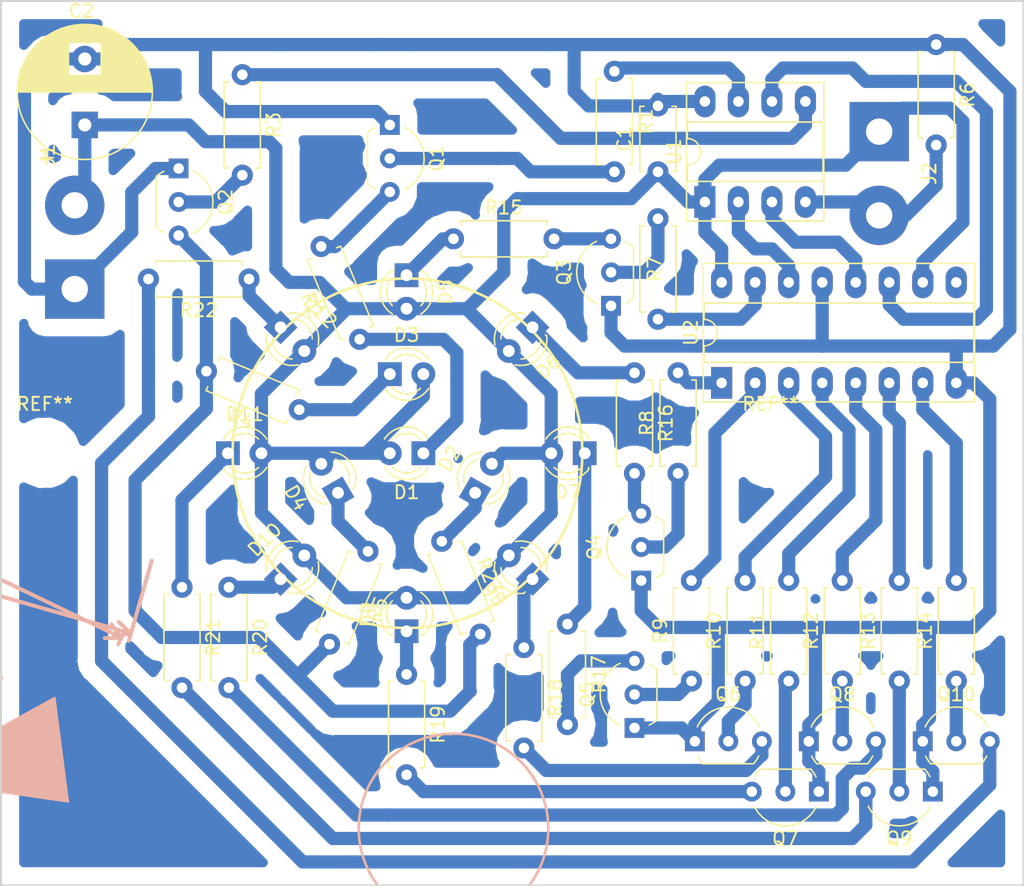
<source format=kicad_pcb>
(kicad_pcb (version 20171130) (host pcbnew "(5.0.2)-1")

  (general
    (thickness 1.6)
    (drawings 14)
    (tracks 322)
    (zones 0)
    (modules 53)
    (nets 50)
  )

  (page A4)
  (layers
    (0 F.Cu signal hide)
    (31 B.Cu signal)
    (33 F.Adhes user hide)
    (35 F.Paste user hide)
    (37 F.SilkS user)
    (39 F.Mask user hide)
    (40 Dwgs.User user hide)
    (41 Cmts.User user hide)
    (42 Eco1.User user hide)
    (43 Eco2.User user hide)
    (44 Edge.Cuts user)
    (45 Margin user hide)
    (46 B.CrtYd user hide)
    (47 F.CrtYd user hide)
    (49 F.Fab user)
  )

  (setup
    (last_trace_width 1)
    (user_trace_width 0.25)
    (user_trace_width 0.75)
    (user_trace_width 1)
    (user_trace_width 2)
    (trace_clearance 0.35)
    (zone_clearance 0.508)
    (zone_45_only no)
    (trace_min 0.5)
    (segment_width 0.2)
    (edge_width 0.15)
    (via_size 1)
    (via_drill 0.8)
    (via_min_size 0.8)
    (via_min_drill 0.3)
    (uvia_size 0.3)
    (uvia_drill 0.1)
    (uvias_allowed no)
    (uvia_min_size 0.2)
    (uvia_min_drill 0.1)
    (pcb_text_width 0.3)
    (pcb_text_size 1.5 1.5)
    (mod_edge_width 0.15)
    (mod_text_size 1 1)
    (mod_text_width 0.15)
    (pad_size 1.8 1.8)
    (pad_drill 0.9)
    (pad_to_mask_clearance 0.051)
    (solder_mask_min_width 0.25)
    (aux_axis_origin 0 0)
    (grid_origin 160.274 92.202)
    (visible_elements 7FFFFFFF)
    (pcbplotparams
      (layerselection 0x00000_fffffffe)
      (usegerberextensions false)
      (usegerberattributes false)
      (usegerberadvancedattributes false)
      (creategerberjobfile false)
      (excludeedgelayer true)
      (linewidth 0.100000)
      (plotframeref false)
      (viasonmask false)
      (mode 1)
      (useauxorigin false)
      (hpglpennumber 1)
      (hpglpenspeed 20)
      (hpglpendiameter 15.000000)
      (psnegative false)
      (psa4output false)
      (plotreference true)
      (plotvalue true)
      (plotinvisibletext false)
      (padsonsilk false)
      (subtractmaskfromsilk false)
      (outputformat 4)
      (mirror true)
      (drillshape 0)
      (scaleselection 1)
      (outputdirectory ""))
  )

  (net 0 "")
  (net 1 GND)
  (net 2 +5V)
  (net 3 "Net-(D1-Pad1)")
  (net 4 "Net-(D2-Pad1)")
  (net 5 "Net-(D5-Pad1)")
  (net 6 "Net-(D6-Pad1)")
  (net 7 "Net-(D7-Pad1)")
  (net 8 "Net-(D8-Pad1)")
  (net 9 "Net-(D9-Pad1)")
  (net 10 "Net-(D10-Pad1)")
  (net 11 "Net-(D11-Pad1)")
  (net 12 "Net-(D12-Pad1)")
  (net 13 "Net-(Q1-Pad2)")
  (net 14 "Net-(Q2-Pad2)")
  (net 15 "Net-(Q3-Pad2)")
  (net 16 "Net-(Q4-Pad2)")
  (net 17 "Net-(Q5-Pad2)")
  (net 18 "Net-(Q6-Pad2)")
  (net 19 "Net-(Q7-Pad2)")
  (net 20 "Net-(Q8-Pad2)")
  (net 21 "Net-(Q9-Pad2)")
  (net 22 "Net-(Q10-Pad2)")
  (net 23 "Net-(R1-Pad1)")
  (net 24 "Net-(R3-Pad1)")
  (net 25 "Net-(J2-Pad2)")
  (net 26 "Net-(R7-Pad2)")
  (net 27 "Net-(R8-Pad2)")
  (net 28 "Net-(R9-Pad2)")
  (net 29 "Net-(R10-Pad2)")
  (net 30 "Net-(R11-Pad2)")
  (net 31 "Net-(R12-Pad2)")
  (net 32 "Net-(R13-Pad2)")
  (net 33 "Net-(R14-Pad2)")
  (net 34 "Net-(U1-Pad3)")
  (net 35 "Net-(U1-Pad6)")
  (net 36 "Net-(U1-Pad2)")
  (net 37 "Net-(U2-Pad9)")
  (net 38 "Net-(D3-Pad1)")
  (net 39 "Net-(D4-Pad1)")
  (net 40 "Net-(Q1-Pad3)")
  (net 41 "Net-(Q2-Pad3)")
  (net 42 "Net-(Q3-Pad3)")
  (net 43 "Net-(Q4-Pad3)")
  (net 44 "Net-(Q5-Pad3)")
  (net 45 "Net-(Q6-Pad3)")
  (net 46 "Net-(Q7-Pad3)")
  (net 47 "Net-(Q8-Pad3)")
  (net 48 "Net-(Q9-Pad3)")
  (net 49 "Net-(Q10-Pad3)")

  (net_class Default "This is the default net class."
    (clearance 0.35)
    (trace_width 0.5)
    (via_dia 1)
    (via_drill 0.8)
    (uvia_dia 0.3)
    (uvia_drill 0.1)
    (add_net +5V)
    (add_net GND)
    (add_net "Net-(D1-Pad1)")
    (add_net "Net-(D10-Pad1)")
    (add_net "Net-(D11-Pad1)")
    (add_net "Net-(D12-Pad1)")
    (add_net "Net-(D2-Pad1)")
    (add_net "Net-(D3-Pad1)")
    (add_net "Net-(D4-Pad1)")
    (add_net "Net-(D5-Pad1)")
    (add_net "Net-(D6-Pad1)")
    (add_net "Net-(D7-Pad1)")
    (add_net "Net-(D8-Pad1)")
    (add_net "Net-(D9-Pad1)")
    (add_net "Net-(J2-Pad2)")
    (add_net "Net-(Q1-Pad2)")
    (add_net "Net-(Q1-Pad3)")
    (add_net "Net-(Q10-Pad2)")
    (add_net "Net-(Q10-Pad3)")
    (add_net "Net-(Q2-Pad2)")
    (add_net "Net-(Q2-Pad3)")
    (add_net "Net-(Q3-Pad2)")
    (add_net "Net-(Q3-Pad3)")
    (add_net "Net-(Q4-Pad2)")
    (add_net "Net-(Q4-Pad3)")
    (add_net "Net-(Q5-Pad2)")
    (add_net "Net-(Q5-Pad3)")
    (add_net "Net-(Q6-Pad2)")
    (add_net "Net-(Q6-Pad3)")
    (add_net "Net-(Q7-Pad2)")
    (add_net "Net-(Q7-Pad3)")
    (add_net "Net-(Q8-Pad2)")
    (add_net "Net-(Q8-Pad3)")
    (add_net "Net-(Q9-Pad2)")
    (add_net "Net-(Q9-Pad3)")
    (add_net "Net-(R1-Pad1)")
    (add_net "Net-(R10-Pad2)")
    (add_net "Net-(R11-Pad2)")
    (add_net "Net-(R12-Pad2)")
    (add_net "Net-(R13-Pad2)")
    (add_net "Net-(R14-Pad2)")
    (add_net "Net-(R3-Pad1)")
    (add_net "Net-(R7-Pad2)")
    (add_net "Net-(R8-Pad2)")
    (add_net "Net-(R9-Pad2)")
    (add_net "Net-(U1-Pad2)")
    (add_net "Net-(U1-Pad3)")
    (add_net "Net-(U1-Pad6)")
    (add_net "Net-(U2-Pad9)")
  )

  (module Package_TO_SOT_THT:TO-92L_Inline_Wide (layer F.Cu) (tedit 5A11996A) (tstamp 5C24D21C)
    (at 175.768 81.026 90)
    (descr "TO-92L leads in-line (large body variant of TO-92), also known as TO-226, wide, drill 0.75mm (see https://www.diodes.com/assets/Package-Files/TO92L.pdf and http://www.ti.com/lit/an/snoa059/snoa059.pdf)")
    (tags "TO-92L Inline Wide transistor")
    (path /5C189C20)
    (fp_text reference Q3 (at 2.54 -3.56 90) (layer F.SilkS)
      (effects (font (size 1 1) (thickness 0.15)))
    )
    (fp_text value 2N3904 (at 2.54 -1.27 90) (layer F.Fab)
      (effects (font (size 1 1) (thickness 0.15)))
    )
    (fp_text user %R (at 2.54 -3.56 90) (layer F.Fab)
      (effects (font (size 1 1) (thickness 0.15)))
    )
    (fp_line (start 0.6 1.7) (end 4.45 1.7) (layer F.SilkS) (width 0.12))
    (fp_line (start 0.65 1.6) (end 4.4 1.6) (layer F.Fab) (width 0.1))
    (fp_line (start -1 -2.75) (end 6.1 -2.75) (layer F.CrtYd) (width 0.05))
    (fp_line (start -1 -2.75) (end -1 1.85) (layer F.CrtYd) (width 0.05))
    (fp_line (start 6.1 1.85) (end 6.1 -2.75) (layer F.CrtYd) (width 0.05))
    (fp_line (start 6.1 1.85) (end -1 1.85) (layer F.CrtYd) (width 0.05))
    (fp_arc (start 2.54 0) (end 0.6 1.7) (angle 15.44288892) (layer F.SilkS) (width 0.12))
    (fp_arc (start 2.54 0) (end 2.54 -2.6) (angle -65) (layer F.SilkS) (width 0.12))
    (fp_arc (start 2.54 0) (end 2.54 -2.6) (angle 65) (layer F.SilkS) (width 0.12))
    (fp_arc (start 2.54 0) (end 2.54 -2.48) (angle 129.9527847) (layer F.Fab) (width 0.1))
    (fp_arc (start 2.54 0) (end 2.54 -2.48) (angle -130.2499344) (layer F.Fab) (width 0.1))
    (fp_arc (start 2.54 0) (end 4.45 1.7) (angle -15.88591585) (layer F.SilkS) (width 0.12))
    (pad 2 thru_hole circle (at 2.54 0 180) (size 1.5 1.5) (drill 0.8) (layers *.Cu *.Mask)
      (net 15 "Net-(Q3-Pad2)"))
    (pad 3 thru_hole circle (at 5.08 0 180) (size 1.5 1.5) (drill 0.8) (layers *.Cu *.Mask)
      (net 42 "Net-(Q3-Pad3)"))
    (pad 1 thru_hole rect (at 0 0 180) (size 1.5 1.5) (drill 0.8) (layers *.Cu *.Mask)
      (net 1 GND))
    (model ${KISYS3DMOD}/Package_TO_SOT_THT.3dshapes/TO-92L_Inline_Wide.wrl
      (at (xyz 0 0 0))
      (scale (xyz 1 1 1))
      (rotate (xyz 0 0 0))
    )
  )

  (module Resistor_THT:R_Axial_DIN0207_L6.3mm_D2.5mm_P7.62mm_Horizontal (layer F.Cu) (tedit 5AE5139B) (tstamp 5C25A181)
    (at 179.324 74.422 270)
    (descr "Resistor, Axial_DIN0207 series, Axial, Horizontal, pin pitch=7.62mm, 0.25W = 1/4W, length*diameter=6.3*2.5mm^2, http://cdn-reichelt.de/documents/datenblatt/B400/1_4W%23YAG.pdf")
    (tags "Resistor Axial_DIN0207 series Axial Horizontal pin pitch 7.62mm 0.25W = 1/4W length 6.3mm diameter 2.5mm")
    (path /5C189C98)
    (fp_text reference R7 (at 3.81 0.254 270) (layer F.SilkS)
      (effects (font (size 1 1) (thickness 0.15)))
    )
    (fp_text value 1k (at 3.81 2.37 270) (layer F.Fab)
      (effects (font (size 1 1) (thickness 0.15)))
    )
    (fp_text user %R (at 3.81 0.254 270) (layer F.Fab)
      (effects (font (size 1 1) (thickness 0.15)))
    )
    (fp_line (start 8.67 -1.5) (end -1.05 -1.5) (layer F.CrtYd) (width 0.05))
    (fp_line (start 8.67 1.5) (end 8.67 -1.5) (layer F.CrtYd) (width 0.05))
    (fp_line (start -1.05 1.5) (end 8.67 1.5) (layer F.CrtYd) (width 0.05))
    (fp_line (start -1.05 -1.5) (end -1.05 1.5) (layer F.CrtYd) (width 0.05))
    (fp_line (start 7.08 1.37) (end 7.08 1.04) (layer F.SilkS) (width 0.12))
    (fp_line (start 0.54 1.37) (end 7.08 1.37) (layer F.SilkS) (width 0.12))
    (fp_line (start 0.54 1.04) (end 0.54 1.37) (layer F.SilkS) (width 0.12))
    (fp_line (start 7.08 -1.37) (end 7.08 -1.04) (layer F.SilkS) (width 0.12))
    (fp_line (start 0.54 -1.37) (end 7.08 -1.37) (layer F.SilkS) (width 0.12))
    (fp_line (start 0.54 -1.04) (end 0.54 -1.37) (layer F.SilkS) (width 0.12))
    (fp_line (start 7.62 0) (end 6.96 0) (layer F.Fab) (width 0.1))
    (fp_line (start 0 0) (end 0.66 0) (layer F.Fab) (width 0.1))
    (fp_line (start 6.96 -1.25) (end 0.66 -1.25) (layer F.Fab) (width 0.1))
    (fp_line (start 6.96 1.25) (end 6.96 -1.25) (layer F.Fab) (width 0.1))
    (fp_line (start 0.66 1.25) (end 6.96 1.25) (layer F.Fab) (width 0.1))
    (fp_line (start 0.66 -1.25) (end 0.66 1.25) (layer F.Fab) (width 0.1))
    (pad 2 thru_hole oval (at 7.62 0 270) (size 1.6 1.6) (drill 0.8) (layers *.Cu *.Mask)
      (net 26 "Net-(R7-Pad2)"))
    (pad 1 thru_hole circle (at 0 0 270) (size 1.6 1.6) (drill 0.8) (layers *.Cu *.Mask)
      (net 15 "Net-(Q3-Pad2)"))
    (model ${KISYS3DMOD}/Resistor_THT.3dshapes/R_Axial_DIN0207_L6.3mm_D2.5mm_P7.62mm_Horizontal.wrl
      (at (xyz 0 0 0))
      (scale (xyz 1 1 1))
      (rotate (xyz 0 0 0))
    )
  )

  (module Resistor_THT:R_Axial_DIN0207_L6.3mm_D2.5mm_P7.62mm_Horizontal (layer F.Cu) (tedit 5AE5139B) (tstamp 5C24D3F4)
    (at 180.848 93.726 90)
    (descr "Resistor, Axial_DIN0207 series, Axial, Horizontal, pin pitch=7.62mm, 0.25W = 1/4W, length*diameter=6.3*2.5mm^2, http://cdn-reichelt.de/documents/datenblatt/B400/1_4W%23YAG.pdf")
    (tags "Resistor Axial_DIN0207 series Axial Horizontal pin pitch 7.62mm 0.25W = 1/4W length 6.3mm diameter 2.5mm")
    (path /5C1A0465)
    (fp_text reference R8 (at 3.81 -2.37 90) (layer F.SilkS)
      (effects (font (size 1 1) (thickness 0.15)))
    )
    (fp_text value 1k (at 3.81 2.37 90) (layer F.Fab)
      (effects (font (size 1 1) (thickness 0.15)))
    )
    (fp_text user %R (at 3.81 0 90) (layer F.Fab)
      (effects (font (size 1 1) (thickness 0.15)))
    )
    (fp_line (start 8.67 -1.5) (end -1.05 -1.5) (layer F.CrtYd) (width 0.05))
    (fp_line (start 8.67 1.5) (end 8.67 -1.5) (layer F.CrtYd) (width 0.05))
    (fp_line (start -1.05 1.5) (end 8.67 1.5) (layer F.CrtYd) (width 0.05))
    (fp_line (start -1.05 -1.5) (end -1.05 1.5) (layer F.CrtYd) (width 0.05))
    (fp_line (start 7.08 1.37) (end 7.08 1.04) (layer F.SilkS) (width 0.12))
    (fp_line (start 0.54 1.37) (end 7.08 1.37) (layer F.SilkS) (width 0.12))
    (fp_line (start 0.54 1.04) (end 0.54 1.37) (layer F.SilkS) (width 0.12))
    (fp_line (start 7.08 -1.37) (end 7.08 -1.04) (layer F.SilkS) (width 0.12))
    (fp_line (start 0.54 -1.37) (end 7.08 -1.37) (layer F.SilkS) (width 0.12))
    (fp_line (start 0.54 -1.04) (end 0.54 -1.37) (layer F.SilkS) (width 0.12))
    (fp_line (start 7.62 0) (end 6.96 0) (layer F.Fab) (width 0.1))
    (fp_line (start 0 0) (end 0.66 0) (layer F.Fab) (width 0.1))
    (fp_line (start 6.96 -1.25) (end 0.66 -1.25) (layer F.Fab) (width 0.1))
    (fp_line (start 6.96 1.25) (end 6.96 -1.25) (layer F.Fab) (width 0.1))
    (fp_line (start 0.66 1.25) (end 6.96 1.25) (layer F.Fab) (width 0.1))
    (fp_line (start 0.66 -1.25) (end 0.66 1.25) (layer F.Fab) (width 0.1))
    (pad 2 thru_hole oval (at 7.62 0 90) (size 1.6 1.6) (drill 0.8) (layers *.Cu *.Mask)
      (net 27 "Net-(R8-Pad2)"))
    (pad 1 thru_hole circle (at 0 0 90) (size 1.6 1.6) (drill 0.8) (layers *.Cu *.Mask)
      (net 16 "Net-(Q4-Pad2)"))
    (model ${KISYS3DMOD}/Resistor_THT.3dshapes/R_Axial_DIN0207_L6.3mm_D2.5mm_P7.62mm_Horizontal.wrl
      (at (xyz 0 0 0))
      (scale (xyz 1 1 1))
      (rotate (xyz 0 0 0))
    )
  )

  (module Resistor_THT:R_Axial_DIN0207_L6.3mm_D2.5mm_P7.62mm_Horizontal (layer F.Cu) (tedit 5AE5139B) (tstamp 5C2512C4)
    (at 181.864 109.474 90)
    (descr "Resistor, Axial_DIN0207 series, Axial, Horizontal, pin pitch=7.62mm, 0.25W = 1/4W, length*diameter=6.3*2.5mm^2, http://cdn-reichelt.de/documents/datenblatt/B400/1_4W%23YAG.pdf")
    (tags "Resistor Axial_DIN0207 series Axial Horizontal pin pitch 7.62mm 0.25W = 1/4W length 6.3mm diameter 2.5mm")
    (path /5C1A165F)
    (fp_text reference R9 (at 3.81 -2.37 90) (layer F.SilkS)
      (effects (font (size 1 1) (thickness 0.15)))
    )
    (fp_text value 1k (at 3.81 2.37 90) (layer F.Fab)
      (effects (font (size 1 1) (thickness 0.15)))
    )
    (fp_text user %R (at 3.81 0 90) (layer F.Fab)
      (effects (font (size 1 1) (thickness 0.15)))
    )
    (fp_line (start 8.67 -1.5) (end -1.05 -1.5) (layer F.CrtYd) (width 0.05))
    (fp_line (start 8.67 1.5) (end 8.67 -1.5) (layer F.CrtYd) (width 0.05))
    (fp_line (start -1.05 1.5) (end 8.67 1.5) (layer F.CrtYd) (width 0.05))
    (fp_line (start -1.05 -1.5) (end -1.05 1.5) (layer F.CrtYd) (width 0.05))
    (fp_line (start 7.08 1.37) (end 7.08 1.04) (layer F.SilkS) (width 0.12))
    (fp_line (start 0.54 1.37) (end 7.08 1.37) (layer F.SilkS) (width 0.12))
    (fp_line (start 0.54 1.04) (end 0.54 1.37) (layer F.SilkS) (width 0.12))
    (fp_line (start 7.08 -1.37) (end 7.08 -1.04) (layer F.SilkS) (width 0.12))
    (fp_line (start 0.54 -1.37) (end 7.08 -1.37) (layer F.SilkS) (width 0.12))
    (fp_line (start 0.54 -1.04) (end 0.54 -1.37) (layer F.SilkS) (width 0.12))
    (fp_line (start 7.62 0) (end 6.96 0) (layer F.Fab) (width 0.1))
    (fp_line (start 0 0) (end 0.66 0) (layer F.Fab) (width 0.1))
    (fp_line (start 6.96 -1.25) (end 0.66 -1.25) (layer F.Fab) (width 0.1))
    (fp_line (start 6.96 1.25) (end 6.96 -1.25) (layer F.Fab) (width 0.1))
    (fp_line (start 0.66 1.25) (end 6.96 1.25) (layer F.Fab) (width 0.1))
    (fp_line (start 0.66 -1.25) (end 0.66 1.25) (layer F.Fab) (width 0.1))
    (pad 2 thru_hole oval (at 7.62 0 90) (size 1.6 1.6) (drill 0.8) (layers *.Cu *.Mask)
      (net 28 "Net-(R9-Pad2)"))
    (pad 1 thru_hole circle (at 0 0 90) (size 1.6 1.6) (drill 0.8) (layers *.Cu *.Mask)
      (net 17 "Net-(Q5-Pad2)"))
    (model ${KISYS3DMOD}/Resistor_THT.3dshapes/R_Axial_DIN0207_L6.3mm_D2.5mm_P7.62mm_Horizontal.wrl
      (at (xyz 0 0 0))
      (scale (xyz 1 1 1))
      (rotate (xyz 0 0 0))
    )
  )

  (module Resistor_THT:R_Axial_DIN0207_L6.3mm_D2.5mm_P7.62mm_Horizontal (layer F.Cu) (tedit 5AE5139B) (tstamp 5C251129)
    (at 185.928 109.474 90)
    (descr "Resistor, Axial_DIN0207 series, Axial, Horizontal, pin pitch=7.62mm, 0.25W = 1/4W, length*diameter=6.3*2.5mm^2, http://cdn-reichelt.de/documents/datenblatt/B400/1_4W%23YAG.pdf")
    (tags "Resistor Axial_DIN0207 series Axial Horizontal pin pitch 7.62mm 0.25W = 1/4W length 6.3mm diameter 2.5mm")
    (path /5C1A2B0B)
    (fp_text reference R10 (at 3.81 -2.37 90) (layer F.SilkS)
      (effects (font (size 1 1) (thickness 0.15)))
    )
    (fp_text value 1k (at 3.81 2.37 90) (layer F.Fab)
      (effects (font (size 1 1) (thickness 0.15)))
    )
    (fp_text user %R (at 3.81 0 90) (layer F.Fab)
      (effects (font (size 1 1) (thickness 0.15)))
    )
    (fp_line (start 8.67 -1.5) (end -1.05 -1.5) (layer F.CrtYd) (width 0.05))
    (fp_line (start 8.67 1.5) (end 8.67 -1.5) (layer F.CrtYd) (width 0.05))
    (fp_line (start -1.05 1.5) (end 8.67 1.5) (layer F.CrtYd) (width 0.05))
    (fp_line (start -1.05 -1.5) (end -1.05 1.5) (layer F.CrtYd) (width 0.05))
    (fp_line (start 7.08 1.37) (end 7.08 1.04) (layer F.SilkS) (width 0.12))
    (fp_line (start 0.54 1.37) (end 7.08 1.37) (layer F.SilkS) (width 0.12))
    (fp_line (start 0.54 1.04) (end 0.54 1.37) (layer F.SilkS) (width 0.12))
    (fp_line (start 7.08 -1.37) (end 7.08 -1.04) (layer F.SilkS) (width 0.12))
    (fp_line (start 0.54 -1.37) (end 7.08 -1.37) (layer F.SilkS) (width 0.12))
    (fp_line (start 0.54 -1.04) (end 0.54 -1.37) (layer F.SilkS) (width 0.12))
    (fp_line (start 7.62 0) (end 6.96 0) (layer F.Fab) (width 0.1))
    (fp_line (start 0 0) (end 0.66 0) (layer F.Fab) (width 0.1))
    (fp_line (start 6.96 -1.25) (end 0.66 -1.25) (layer F.Fab) (width 0.1))
    (fp_line (start 6.96 1.25) (end 6.96 -1.25) (layer F.Fab) (width 0.1))
    (fp_line (start 0.66 1.25) (end 6.96 1.25) (layer F.Fab) (width 0.1))
    (fp_line (start 0.66 -1.25) (end 0.66 1.25) (layer F.Fab) (width 0.1))
    (pad 2 thru_hole oval (at 7.62 0 90) (size 1.6 1.6) (drill 0.8) (layers *.Cu *.Mask)
      (net 29 "Net-(R10-Pad2)"))
    (pad 1 thru_hole circle (at 0 0 90) (size 1.6 1.6) (drill 0.8) (layers *.Cu *.Mask)
      (net 18 "Net-(Q6-Pad2)"))
    (model ${KISYS3DMOD}/Resistor_THT.3dshapes/R_Axial_DIN0207_L6.3mm_D2.5mm_P7.62mm_Horizontal.wrl
      (at (xyz 0 0 0))
      (scale (xyz 1 1 1))
      (rotate (xyz 0 0 0))
    )
  )

  (module Resistor_THT:R_Axial_DIN0207_L6.3mm_D2.5mm_P7.62mm_Horizontal (layer F.Cu) (tedit 5AE5139B) (tstamp 5C251270)
    (at 189.23 109.474 90)
    (descr "Resistor, Axial_DIN0207 series, Axial, Horizontal, pin pitch=7.62mm, 0.25W = 1/4W, length*diameter=6.3*2.5mm^2, http://cdn-reichelt.de/documents/datenblatt/B400/1_4W%23YAG.pdf")
    (tags "Resistor Axial_DIN0207 series Axial Horizontal pin pitch 7.62mm 0.25W = 1/4W length 6.3mm diameter 2.5mm")
    (path /5C1A42A8)
    (fp_text reference R11 (at 3.81 -2.37 90) (layer F.SilkS)
      (effects (font (size 1 1) (thickness 0.15)))
    )
    (fp_text value 1k (at 3.81 2.37 90) (layer F.Fab)
      (effects (font (size 1 1) (thickness 0.15)))
    )
    (fp_text user %R (at 3.81 0 90) (layer F.Fab)
      (effects (font (size 1 1) (thickness 0.15)))
    )
    (fp_line (start 8.67 -1.5) (end -1.05 -1.5) (layer F.CrtYd) (width 0.05))
    (fp_line (start 8.67 1.5) (end 8.67 -1.5) (layer F.CrtYd) (width 0.05))
    (fp_line (start -1.05 1.5) (end 8.67 1.5) (layer F.CrtYd) (width 0.05))
    (fp_line (start -1.05 -1.5) (end -1.05 1.5) (layer F.CrtYd) (width 0.05))
    (fp_line (start 7.08 1.37) (end 7.08 1.04) (layer F.SilkS) (width 0.12))
    (fp_line (start 0.54 1.37) (end 7.08 1.37) (layer F.SilkS) (width 0.12))
    (fp_line (start 0.54 1.04) (end 0.54 1.37) (layer F.SilkS) (width 0.12))
    (fp_line (start 7.08 -1.37) (end 7.08 -1.04) (layer F.SilkS) (width 0.12))
    (fp_line (start 0.54 -1.37) (end 7.08 -1.37) (layer F.SilkS) (width 0.12))
    (fp_line (start 0.54 -1.04) (end 0.54 -1.37) (layer F.SilkS) (width 0.12))
    (fp_line (start 7.62 0) (end 6.96 0) (layer F.Fab) (width 0.1))
    (fp_line (start 0 0) (end 0.66 0) (layer F.Fab) (width 0.1))
    (fp_line (start 6.96 -1.25) (end 0.66 -1.25) (layer F.Fab) (width 0.1))
    (fp_line (start 6.96 1.25) (end 6.96 -1.25) (layer F.Fab) (width 0.1))
    (fp_line (start 0.66 1.25) (end 6.96 1.25) (layer F.Fab) (width 0.1))
    (fp_line (start 0.66 -1.25) (end 0.66 1.25) (layer F.Fab) (width 0.1))
    (pad 2 thru_hole oval (at 7.62 0 90) (size 1.6 1.6) (drill 0.8) (layers *.Cu *.Mask)
      (net 30 "Net-(R11-Pad2)"))
    (pad 1 thru_hole circle (at 0 0 90) (size 1.6 1.6) (drill 0.8) (layers *.Cu *.Mask)
      (net 19 "Net-(Q7-Pad2)"))
    (model ${KISYS3DMOD}/Resistor_THT.3dshapes/R_Axial_DIN0207_L6.3mm_D2.5mm_P7.62mm_Horizontal.wrl
      (at (xyz 0 0 0))
      (scale (xyz 1 1 1))
      (rotate (xyz 0 0 0))
    )
  )

  (module Resistor_THT:R_Axial_DIN0207_L6.3mm_D2.5mm_P7.62mm_Horizontal (layer F.Cu) (tedit 5AE5139B) (tstamp 5C25129A)
    (at 193.294 109.474 90)
    (descr "Resistor, Axial_DIN0207 series, Axial, Horizontal, pin pitch=7.62mm, 0.25W = 1/4W, length*diameter=6.3*2.5mm^2, http://cdn-reichelt.de/documents/datenblatt/B400/1_4W%23YAG.pdf")
    (tags "Resistor Axial_DIN0207 series Axial Horizontal pin pitch 7.62mm 0.25W = 1/4W length 6.3mm diameter 2.5mm")
    (path /5C1A5E6E)
    (fp_text reference R12 (at 3.81 -2.37 90) (layer F.SilkS)
      (effects (font (size 1 1) (thickness 0.15)))
    )
    (fp_text value 1k (at 3.81 2.37 90) (layer F.Fab)
      (effects (font (size 1 1) (thickness 0.15)))
    )
    (fp_text user %R (at 3.81 0 90) (layer F.Fab)
      (effects (font (size 1 1) (thickness 0.15)))
    )
    (fp_line (start 8.67 -1.5) (end -1.05 -1.5) (layer F.CrtYd) (width 0.05))
    (fp_line (start 8.67 1.5) (end 8.67 -1.5) (layer F.CrtYd) (width 0.05))
    (fp_line (start -1.05 1.5) (end 8.67 1.5) (layer F.CrtYd) (width 0.05))
    (fp_line (start -1.05 -1.5) (end -1.05 1.5) (layer F.CrtYd) (width 0.05))
    (fp_line (start 7.08 1.37) (end 7.08 1.04) (layer F.SilkS) (width 0.12))
    (fp_line (start 0.54 1.37) (end 7.08 1.37) (layer F.SilkS) (width 0.12))
    (fp_line (start 0.54 1.04) (end 0.54 1.37) (layer F.SilkS) (width 0.12))
    (fp_line (start 7.08 -1.37) (end 7.08 -1.04) (layer F.SilkS) (width 0.12))
    (fp_line (start 0.54 -1.37) (end 7.08 -1.37) (layer F.SilkS) (width 0.12))
    (fp_line (start 0.54 -1.04) (end 0.54 -1.37) (layer F.SilkS) (width 0.12))
    (fp_line (start 7.62 0) (end 6.96 0) (layer F.Fab) (width 0.1))
    (fp_line (start 0 0) (end 0.66 0) (layer F.Fab) (width 0.1))
    (fp_line (start 6.96 -1.25) (end 0.66 -1.25) (layer F.Fab) (width 0.1))
    (fp_line (start 6.96 1.25) (end 6.96 -1.25) (layer F.Fab) (width 0.1))
    (fp_line (start 0.66 1.25) (end 6.96 1.25) (layer F.Fab) (width 0.1))
    (fp_line (start 0.66 -1.25) (end 0.66 1.25) (layer F.Fab) (width 0.1))
    (pad 2 thru_hole oval (at 7.62 0 90) (size 1.6 1.6) (drill 0.8) (layers *.Cu *.Mask)
      (net 31 "Net-(R12-Pad2)"))
    (pad 1 thru_hole circle (at 0 0 90) (size 1.6 1.6) (drill 0.8) (layers *.Cu *.Mask)
      (net 20 "Net-(Q8-Pad2)"))
    (model ${KISYS3DMOD}/Resistor_THT.3dshapes/R_Axial_DIN0207_L6.3mm_D2.5mm_P7.62mm_Horizontal.wrl
      (at (xyz 0 0 0))
      (scale (xyz 1 1 1))
      (rotate (xyz 0 0 0))
    )
  )

  (module Resistor_THT:R_Axial_DIN0207_L6.3mm_D2.5mm_P7.62mm_Horizontal (layer F.Cu) (tedit 5AE5139B) (tstamp 5C2510FF)
    (at 197.612 109.474 90)
    (descr "Resistor, Axial_DIN0207 series, Axial, Horizontal, pin pitch=7.62mm, 0.25W = 1/4W, length*diameter=6.3*2.5mm^2, http://cdn-reichelt.de/documents/datenblatt/B400/1_4W%23YAG.pdf")
    (tags "Resistor Axial_DIN0207 series Axial Horizontal pin pitch 7.62mm 0.25W = 1/4W length 6.3mm diameter 2.5mm")
    (path /5C1AA244)
    (fp_text reference R13 (at 3.81 -2.37 90) (layer F.SilkS)
      (effects (font (size 1 1) (thickness 0.15)))
    )
    (fp_text value 1k (at 3.81 2.37 90) (layer F.Fab)
      (effects (font (size 1 1) (thickness 0.15)))
    )
    (fp_text user %R (at 3.81 0 90) (layer F.Fab)
      (effects (font (size 1 1) (thickness 0.15)))
    )
    (fp_line (start 8.67 -1.5) (end -1.05 -1.5) (layer F.CrtYd) (width 0.05))
    (fp_line (start 8.67 1.5) (end 8.67 -1.5) (layer F.CrtYd) (width 0.05))
    (fp_line (start -1.05 1.5) (end 8.67 1.5) (layer F.CrtYd) (width 0.05))
    (fp_line (start -1.05 -1.5) (end -1.05 1.5) (layer F.CrtYd) (width 0.05))
    (fp_line (start 7.08 1.37) (end 7.08 1.04) (layer F.SilkS) (width 0.12))
    (fp_line (start 0.54 1.37) (end 7.08 1.37) (layer F.SilkS) (width 0.12))
    (fp_line (start 0.54 1.04) (end 0.54 1.37) (layer F.SilkS) (width 0.12))
    (fp_line (start 7.08 -1.37) (end 7.08 -1.04) (layer F.SilkS) (width 0.12))
    (fp_line (start 0.54 -1.37) (end 7.08 -1.37) (layer F.SilkS) (width 0.12))
    (fp_line (start 0.54 -1.04) (end 0.54 -1.37) (layer F.SilkS) (width 0.12))
    (fp_line (start 7.62 0) (end 6.96 0) (layer F.Fab) (width 0.1))
    (fp_line (start 0 0) (end 0.66 0) (layer F.Fab) (width 0.1))
    (fp_line (start 6.96 -1.25) (end 0.66 -1.25) (layer F.Fab) (width 0.1))
    (fp_line (start 6.96 1.25) (end 6.96 -1.25) (layer F.Fab) (width 0.1))
    (fp_line (start 0.66 1.25) (end 6.96 1.25) (layer F.Fab) (width 0.1))
    (fp_line (start 0.66 -1.25) (end 0.66 1.25) (layer F.Fab) (width 0.1))
    (pad 2 thru_hole oval (at 7.62 0 90) (size 1.6 1.6) (drill 0.8) (layers *.Cu *.Mask)
      (net 32 "Net-(R13-Pad2)"))
    (pad 1 thru_hole circle (at 0 0 90) (size 1.6 1.6) (drill 0.8) (layers *.Cu *.Mask)
      (net 21 "Net-(Q9-Pad2)"))
    (model ${KISYS3DMOD}/Resistor_THT.3dshapes/R_Axial_DIN0207_L6.3mm_D2.5mm_P7.62mm_Horizontal.wrl
      (at (xyz 0 0 0))
      (scale (xyz 1 1 1))
      (rotate (xyz 0 0 0))
    )
  )

  (module Resistor_THT:R_Axial_DIN0207_L6.3mm_D2.5mm_P7.62mm_Horizontal (layer F.Cu) (tedit 5AE5139B) (tstamp 5C2510D5)
    (at 201.93 109.474 90)
    (descr "Resistor, Axial_DIN0207 series, Axial, Horizontal, pin pitch=7.62mm, 0.25W = 1/4W, length*diameter=6.3*2.5mm^2, http://cdn-reichelt.de/documents/datenblatt/B400/1_4W%23YAG.pdf")
    (tags "Resistor Axial_DIN0207 series Axial Horizontal pin pitch 7.62mm 0.25W = 1/4W length 6.3mm diameter 2.5mm")
    (path /5C1AA26D)
    (fp_text reference R14 (at 3.81 -2.37 90) (layer F.SilkS)
      (effects (font (size 1 1) (thickness 0.15)))
    )
    (fp_text value 1k (at 3.81 2.37 90) (layer F.Fab)
      (effects (font (size 1 1) (thickness 0.15)))
    )
    (fp_text user %R (at 3.81 0 90) (layer F.Fab)
      (effects (font (size 1 1) (thickness 0.15)))
    )
    (fp_line (start 8.67 -1.5) (end -1.05 -1.5) (layer F.CrtYd) (width 0.05))
    (fp_line (start 8.67 1.5) (end 8.67 -1.5) (layer F.CrtYd) (width 0.05))
    (fp_line (start -1.05 1.5) (end 8.67 1.5) (layer F.CrtYd) (width 0.05))
    (fp_line (start -1.05 -1.5) (end -1.05 1.5) (layer F.CrtYd) (width 0.05))
    (fp_line (start 7.08 1.37) (end 7.08 1.04) (layer F.SilkS) (width 0.12))
    (fp_line (start 0.54 1.37) (end 7.08 1.37) (layer F.SilkS) (width 0.12))
    (fp_line (start 0.54 1.04) (end 0.54 1.37) (layer F.SilkS) (width 0.12))
    (fp_line (start 7.08 -1.37) (end 7.08 -1.04) (layer F.SilkS) (width 0.12))
    (fp_line (start 0.54 -1.37) (end 7.08 -1.37) (layer F.SilkS) (width 0.12))
    (fp_line (start 0.54 -1.04) (end 0.54 -1.37) (layer F.SilkS) (width 0.12))
    (fp_line (start 7.62 0) (end 6.96 0) (layer F.Fab) (width 0.1))
    (fp_line (start 0 0) (end 0.66 0) (layer F.Fab) (width 0.1))
    (fp_line (start 6.96 -1.25) (end 0.66 -1.25) (layer F.Fab) (width 0.1))
    (fp_line (start 6.96 1.25) (end 6.96 -1.25) (layer F.Fab) (width 0.1))
    (fp_line (start 0.66 1.25) (end 6.96 1.25) (layer F.Fab) (width 0.1))
    (fp_line (start 0.66 -1.25) (end 0.66 1.25) (layer F.Fab) (width 0.1))
    (pad 2 thru_hole oval (at 7.62 0 90) (size 1.6 1.6) (drill 0.8) (layers *.Cu *.Mask)
      (net 33 "Net-(R14-Pad2)"))
    (pad 1 thru_hole circle (at 0 0 90) (size 1.6 1.6) (drill 0.8) (layers *.Cu *.Mask)
      (net 22 "Net-(Q10-Pad2)"))
    (model ${KISYS3DMOD}/Resistor_THT.3dshapes/R_Axial_DIN0207_L6.3mm_D2.5mm_P7.62mm_Horizontal.wrl
      (at (xyz 0 0 0))
      (scale (xyz 1 1 1))
      (rotate (xyz 0 0 0))
    )
  )

  (module Resistor_THT:R_Axial_DIN0207_L6.3mm_D2.5mm_P7.62mm_Horizontal (layer F.Cu) (tedit 5AE5139B) (tstamp 5C238E8B)
    (at 152.146 88.9 157.5)
    (descr "Resistor, Axial_DIN0207 series, Axial, Horizontal, pin pitch=7.62mm, 0.25W = 1/4W, length*diameter=6.3*2.5mm^2, http://cdn-reichelt.de/documents/datenblatt/B400/1_4W%23YAG.pdf")
    (tags "Resistor Axial_DIN0207 series Axial Horizontal pin pitch 7.62mm 0.25W = 1/4W length 6.3mm diameter 2.5mm")
    (path /5C171426)
    (fp_text reference R4 (at 3.81 -2.37 157.5) (layer F.SilkS)
      (effects (font (size 1 1) (thickness 0.15)))
    )
    (fp_text value 120 (at 3.81 2.37 157.5) (layer F.Fab)
      (effects (font (size 1 1) (thickness 0.15)))
    )
    (fp_line (start 0.66 -1.25) (end 0.66 1.25) (layer F.Fab) (width 0.1))
    (fp_line (start 0.66 1.25) (end 6.96 1.25) (layer F.Fab) (width 0.1))
    (fp_line (start 6.96 1.25) (end 6.96 -1.25) (layer F.Fab) (width 0.1))
    (fp_line (start 6.96 -1.25) (end 0.66 -1.25) (layer F.Fab) (width 0.1))
    (fp_line (start 0 0) (end 0.66 0) (layer F.Fab) (width 0.1))
    (fp_line (start 7.62 0) (end 6.96 0) (layer F.Fab) (width 0.1))
    (fp_line (start 0.54 -1.04) (end 0.54 -1.37) (layer F.SilkS) (width 0.12))
    (fp_line (start 0.54 -1.37) (end 7.08 -1.37) (layer F.SilkS) (width 0.12))
    (fp_line (start 7.08 -1.37) (end 7.08 -1.04) (layer F.SilkS) (width 0.12))
    (fp_line (start 0.54 1.04) (end 0.54 1.37) (layer F.SilkS) (width 0.12))
    (fp_line (start 0.54 1.37) (end 7.08 1.37) (layer F.SilkS) (width 0.12))
    (fp_line (start 7.08 1.37) (end 7.08 1.04) (layer F.SilkS) (width 0.12))
    (fp_line (start -1.05 -1.5) (end -1.05 1.5) (layer F.CrtYd) (width 0.05))
    (fp_line (start -1.05 1.5) (end 8.67 1.5) (layer F.CrtYd) (width 0.05))
    (fp_line (start 8.67 1.5) (end 8.67 -1.5) (layer F.CrtYd) (width 0.05))
    (fp_line (start 8.67 -1.5) (end -1.05 -1.5) (layer F.CrtYd) (width 0.05))
    (fp_text user %R (at 3.81 0 157.5) (layer F.Fab)
      (effects (font (size 1 1) (thickness 0.15)))
    )
    (pad 1 thru_hole circle (at 0 0 157.5) (size 1.6 1.6) (drill 0.8) (layers *.Cu *.Mask)
      (net 38 "Net-(D3-Pad1)"))
    (pad 2 thru_hole oval (at 7.62 0 157.5) (size 1.6 1.6) (drill 0.8) (layers *.Cu *.Mask)
      (net 41 "Net-(Q2-Pad3)"))
    (model ${KISYS3DMOD}/Resistor_THT.3dshapes/R_Axial_DIN0207_L6.3mm_D2.5mm_P7.62mm_Horizontal.wrl
      (at (xyz 0 0 0))
      (scale (xyz 1 1 1))
      (rotate (xyz 0 0 0))
    )
  )

  (module Resistor_THT:R_Axial_DIN0207_L6.3mm_D2.5mm_P7.62mm_Horizontal (layer F.Cu) (tedit 5AE5139B) (tstamp 5C258358)
    (at 157.348048 99.640038 247.5)
    (descr "Resistor, Axial_DIN0207 series, Axial, Horizontal, pin pitch=7.62mm, 0.25W = 1/4W, length*diameter=6.3*2.5mm^2, http://cdn-reichelt.de/documents/datenblatt/B400/1_4W%23YAG.pdf")
    (tags "Resistor Axial_DIN0207 series Axial Horizontal pin pitch 7.62mm 0.25W = 1/4W length 6.3mm diameter 2.5mm")
    (path /5C17C127)
    (fp_text reference R5 (at 3.81 -2.37 247.5) (layer F.SilkS)
      (effects (font (size 1 1) (thickness 0.15)))
    )
    (fp_text value 120 (at 3.81 2.37 247.5) (layer F.Fab)
      (effects (font (size 1 1) (thickness 0.15)))
    )
    (fp_line (start 0.66 -1.25) (end 0.66 1.25) (layer F.Fab) (width 0.1))
    (fp_line (start 0.66 1.25) (end 6.96 1.25) (layer F.Fab) (width 0.1))
    (fp_line (start 6.96 1.25) (end 6.96 -1.25) (layer F.Fab) (width 0.1))
    (fp_line (start 6.96 -1.25) (end 0.66 -1.25) (layer F.Fab) (width 0.1))
    (fp_line (start 0 0) (end 0.66 0) (layer F.Fab) (width 0.1))
    (fp_line (start 7.62 0) (end 6.960001 0) (layer F.Fab) (width 0.1))
    (fp_line (start 0.54 -1.04) (end 0.54 -1.37) (layer F.SilkS) (width 0.12))
    (fp_line (start 0.54 -1.37) (end 7.08 -1.37) (layer F.SilkS) (width 0.12))
    (fp_line (start 7.08 -1.37) (end 7.08 -1.04) (layer F.SilkS) (width 0.12))
    (fp_line (start 0.54 1.04) (end 0.54 1.37) (layer F.SilkS) (width 0.12))
    (fp_line (start 0.54 1.37) (end 7.08 1.37) (layer F.SilkS) (width 0.12))
    (fp_line (start 7.08 1.37) (end 7.08 1.04) (layer F.SilkS) (width 0.12))
    (fp_line (start -1.05 -1.5) (end -1.05 1.5) (layer F.CrtYd) (width 0.05))
    (fp_line (start -1.05 1.5) (end 8.67 1.5) (layer F.CrtYd) (width 0.05))
    (fp_line (start 8.67 1.5) (end 8.67 -1.5) (layer F.CrtYd) (width 0.05))
    (fp_line (start 8.67 -1.5) (end -1.05 -1.5) (layer F.CrtYd) (width 0.05))
    (fp_text user %R (at 3.81 0 247.5) (layer F.Fab)
      (effects (font (size 1 1) (thickness 0.15)))
    )
    (pad 1 thru_hole circle (at 0 0 247.5) (size 1.6 1.6) (drill 0.8) (layers *.Cu *.Mask)
      (net 39 "Net-(D4-Pad1)"))
    (pad 2 thru_hole oval (at 7.62 0 247.5) (size 1.6 1.6) (drill 0.8) (layers *.Cu *.Mask)
      (net 41 "Net-(Q2-Pad3)"))
    (model ${KISYS3DMOD}/Resistor_THT.3dshapes/R_Axial_DIN0207_L6.3mm_D2.5mm_P7.62mm_Horizontal.wrl
      (at (xyz 0 0 0))
      (scale (xyz 1 1 1))
      (rotate (xyz 0 0 0))
    )
  )

  (module Resistor_THT:R_Axial_DIN0207_L6.3mm_D2.5mm_P7.62mm_Horizontal (layer F.Cu) (tedit 5AE5139B) (tstamp 5C23902D)
    (at 162.945952 98.878038 292.5)
    (descr "Resistor, Axial_DIN0207 series, Axial, Horizontal, pin pitch=7.62mm, 0.25W = 1/4W, length*diameter=6.3*2.5mm^2, http://cdn-reichelt.de/documents/datenblatt/B400/1_4W%23YAG.pdf")
    (tags "Resistor Axial_DIN0207 series Axial Horizontal pin pitch 7.62mm 0.25W = 1/4W length 6.3mm diameter 2.5mm")
    (path /5C17C1A3)
    (fp_text reference R23 (at 3.81 -2.31 292.5) (layer F.SilkS)
      (effects (font (size 1 1) (thickness 0.15)))
    )
    (fp_text value 120 (at 3.81 2.31 292.5) (layer F.Fab)
      (effects (font (size 1 1) (thickness 0.15)))
    )
    (fp_text user %R (at 3.81 0 292.5) (layer F.Fab)
      (effects (font (size 1 1) (thickness 0.15)))
    )
    (fp_line (start 8.67 -1.5) (end -1.05 -1.5) (layer F.CrtYd) (width 0.05))
    (fp_line (start 8.67 1.5) (end 8.67 -1.5) (layer F.CrtYd) (width 0.05))
    (fp_line (start -1.05 1.5) (end 8.67 1.5) (layer F.CrtYd) (width 0.05))
    (fp_line (start -1.05 -1.5) (end -1.05 1.5) (layer F.CrtYd) (width 0.05))
    (fp_line (start 7.08 1.37) (end 7.08 1.04) (layer F.SilkS) (width 0.12))
    (fp_line (start 0.54 1.37) (end 7.08 1.37) (layer F.SilkS) (width 0.12))
    (fp_line (start 0.54 1.04) (end 0.54 1.37) (layer F.SilkS) (width 0.12))
    (fp_line (start 7.08 -1.37) (end 7.08 -1.04) (layer F.SilkS) (width 0.12))
    (fp_line (start 0.54 -1.37) (end 7.08 -1.37) (layer F.SilkS) (width 0.12))
    (fp_line (start 0.54 -1.04) (end 0.54 -1.37) (layer F.SilkS) (width 0.12))
    (fp_line (start 7.62 0) (end 6.96 0) (layer F.Fab) (width 0.1))
    (fp_line (start 0 0) (end 0.66 0) (layer F.Fab) (width 0.1))
    (fp_line (start 6.96 -1.25) (end 0.66 -1.25) (layer F.Fab) (width 0.1))
    (fp_line (start 6.96 1.25) (end 6.96 -1.25) (layer F.Fab) (width 0.1))
    (fp_line (start 0.66 1.25) (end 6.96 1.25) (layer F.Fab) (width 0.1))
    (fp_line (start 0.66 -1.25) (end 0.66 1.25) (layer F.Fab) (width 0.1))
    (pad 2 thru_hole oval (at 7.62 0 292.5) (size 1.6 1.6) (drill 0.8) (layers *.Cu *.Mask)
      (net 41 "Net-(Q2-Pad3)"))
    (pad 1 thru_hole circle (at 0 0 292.5) (size 1.6 1.6) (drill 0.8) (layers *.Cu *.Mask)
      (net 4 "Net-(D2-Pad1)"))
    (model ${KISYS3DMOD}/Resistor_THT.3dshapes/R_Axial_DIN0207_L6.3mm_D2.5mm_P7.62mm_Horizontal.wrl
      (at (xyz 0 0 0))
      (scale (xyz 1 1 1))
      (rotate (xyz 0 0 0))
    )
  )

  (module Package_DIP:DIP-8_W7.62mm_Socket_LongPads (layer F.Cu) (tedit 5A02E8C5) (tstamp 5C251EB5)
    (at 182.88 73.152 90)
    (descr "8-lead though-hole mounted DIP package, row spacing 7.62 mm (300 mils), Socket, LongPads")
    (tags "THT DIP DIL PDIP 2.54mm 7.62mm 300mil Socket LongPads")
    (path /5C157805)
    (fp_text reference U1 (at 3.81 -2.33 90) (layer F.SilkS)
      (effects (font (size 1 1) (thickness 0.15)))
    )
    (fp_text value PIC12F683-IP (at 3.81 9.95 90) (layer F.Fab)
      (effects (font (size 1 1) (thickness 0.15)))
    )
    (fp_arc (start 3.81 -1.33) (end 2.81 -1.33) (angle -180) (layer F.SilkS) (width 0.12))
    (fp_line (start 1.635 -1.27) (end 6.985 -1.27) (layer F.Fab) (width 0.1))
    (fp_line (start 6.985 -1.27) (end 6.985 8.89) (layer F.Fab) (width 0.1))
    (fp_line (start 6.985 8.89) (end 0.635 8.89) (layer F.Fab) (width 0.1))
    (fp_line (start 0.635 8.89) (end 0.635 -0.27) (layer F.Fab) (width 0.1))
    (fp_line (start 0.635 -0.27) (end 1.635 -1.27) (layer F.Fab) (width 0.1))
    (fp_line (start -1.27 -1.33) (end -1.27 8.95) (layer F.Fab) (width 0.1))
    (fp_line (start -1.27 8.95) (end 8.89 8.95) (layer F.Fab) (width 0.1))
    (fp_line (start 8.89 8.95) (end 8.89 -1.33) (layer F.Fab) (width 0.1))
    (fp_line (start 8.89 -1.33) (end -1.27 -1.33) (layer F.Fab) (width 0.1))
    (fp_line (start 2.81 -1.33) (end 1.56 -1.33) (layer F.SilkS) (width 0.12))
    (fp_line (start 1.56 -1.33) (end 1.56 8.95) (layer F.SilkS) (width 0.12))
    (fp_line (start 1.56 8.95) (end 6.06 8.95) (layer F.SilkS) (width 0.12))
    (fp_line (start 6.06 8.95) (end 6.06 -1.33) (layer F.SilkS) (width 0.12))
    (fp_line (start 6.06 -1.33) (end 4.81 -1.33) (layer F.SilkS) (width 0.12))
    (fp_line (start -1.44 -1.39) (end -1.44 9.01) (layer F.SilkS) (width 0.12))
    (fp_line (start -1.44 9.01) (end 9.06 9.01) (layer F.SilkS) (width 0.12))
    (fp_line (start 9.06 9.01) (end 9.06 -1.39) (layer F.SilkS) (width 0.12))
    (fp_line (start 9.06 -1.39) (end -1.44 -1.39) (layer F.SilkS) (width 0.12))
    (fp_line (start -1.55 -1.6) (end -1.55 9.2) (layer F.CrtYd) (width 0.05))
    (fp_line (start -1.55 9.2) (end 9.15 9.2) (layer F.CrtYd) (width 0.05))
    (fp_line (start 9.15 9.2) (end 9.15 -1.6) (layer F.CrtYd) (width 0.05))
    (fp_line (start 9.15 -1.6) (end -1.55 -1.6) (layer F.CrtYd) (width 0.05))
    (fp_text user %R (at 3.81 3.81 90) (layer F.Fab)
      (effects (font (size 1 1) (thickness 0.15)))
    )
    (pad 1 thru_hole rect (at 0 0 90) (size 2.4 1.6) (drill 0.8) (layers *.Cu *.Mask)
      (net 2 +5V))
    (pad 5 thru_hole oval (at 7.62 7.62 90) (size 2.4 1.6) (drill 0.8) (layers *.Cu *.Mask)
      (net 24 "Net-(R3-Pad1)"))
    (pad 2 thru_hole oval (at 0 2.54 90) (size 2.4 1.6) (drill 0.8) (layers *.Cu *.Mask)
      (net 36 "Net-(U1-Pad2)"))
    (pad 6 thru_hole oval (at 7.62 5.08 90) (size 2.4 1.6) (drill 0.8) (layers *.Cu *.Mask)
      (net 35 "Net-(U1-Pad6)"))
    (pad 3 thru_hole oval (at 0 5.08 90) (size 2.4 1.6) (drill 0.8) (layers *.Cu *.Mask)
      (net 34 "Net-(U1-Pad3)"))
    (pad 7 thru_hole oval (at 7.62 2.54 90) (size 2.4 1.6) (drill 0.8) (layers *.Cu *.Mask)
      (net 23 "Net-(R1-Pad1)"))
    (pad 4 thru_hole oval (at 0 7.62 90) (size 2.4 1.6) (drill 0.8) (layers *.Cu *.Mask)
      (net 25 "Net-(J2-Pad2)"))
    (pad 8 thru_hole oval (at 7.62 0 90) (size 2.4 1.6) (drill 0.8) (layers *.Cu *.Mask)
      (net 1 GND))
    (model ${KISYS3DMOD}/Package_DIP.3dshapes/DIP-8_W7.62mm_Socket.wrl
      (at (xyz 0 0 0))
      (scale (xyz 1 1 1))
      (rotate (xyz 0 0 0))
    )
  )

  (module Package_TO_SOT_THT:TO-92L_Inline_Wide (layer F.Cu) (tedit 5A11996A) (tstamp 5C25123C)
    (at 182.118 114.046)
    (descr "TO-92L leads in-line (large body variant of TO-92), also known as TO-226, wide, drill 0.75mm (see https://www.diodes.com/assets/Package-Files/TO92L.pdf and http://www.ti.com/lit/an/snoa059/snoa059.pdf)")
    (tags "TO-92L Inline Wide transistor")
    (path /5C1A2B05)
    (fp_text reference Q6 (at 2.54 -3.56) (layer F.SilkS)
      (effects (font (size 1 1) (thickness 0.15)))
    )
    (fp_text value 2N3904 (at 2.54 2.79) (layer F.Fab)
      (effects (font (size 1 1) (thickness 0.15)))
    )
    (fp_arc (start 2.54 0) (end 4.45 1.7) (angle -15.88591585) (layer F.SilkS) (width 0.12))
    (fp_arc (start 2.54 0) (end 2.54 -2.48) (angle -130.2499344) (layer F.Fab) (width 0.1))
    (fp_arc (start 2.54 0) (end 2.54 -2.48) (angle 129.9527847) (layer F.Fab) (width 0.1))
    (fp_arc (start 2.54 0) (end 2.54 -2.6) (angle 65) (layer F.SilkS) (width 0.12))
    (fp_arc (start 2.54 0) (end 2.54 -2.6) (angle -65) (layer F.SilkS) (width 0.12))
    (fp_arc (start 2.54 0) (end 0.6 1.7) (angle 15.44288892) (layer F.SilkS) (width 0.12))
    (fp_line (start 6.1 1.85) (end -1 1.85) (layer F.CrtYd) (width 0.05))
    (fp_line (start 6.1 1.85) (end 6.1 -2.75) (layer F.CrtYd) (width 0.05))
    (fp_line (start -1 -2.75) (end -1 1.85) (layer F.CrtYd) (width 0.05))
    (fp_line (start -1 -2.75) (end 6.1 -2.75) (layer F.CrtYd) (width 0.05))
    (fp_line (start 0.65 1.6) (end 4.4 1.6) (layer F.Fab) (width 0.1))
    (fp_line (start 0.6 1.7) (end 4.45 1.7) (layer F.SilkS) (width 0.12))
    (fp_text user %R (at 2.54 -3.56) (layer F.Fab)
      (effects (font (size 1 1) (thickness 0.15)))
    )
    (pad 1 thru_hole rect (at 0 0 90) (size 1.5 1.5) (drill 0.8) (layers *.Cu *.Mask)
      (net 1 GND))
    (pad 3 thru_hole circle (at 5.08 0 90) (size 1.5 1.5) (drill 0.8) (layers *.Cu *.Mask)
      (net 45 "Net-(Q6-Pad3)"))
    (pad 2 thru_hole circle (at 2.54 0 90) (size 1.5 1.5) (drill 0.8) (layers *.Cu *.Mask)
      (net 18 "Net-(Q6-Pad2)"))
    (model ${KISYS3DMOD}/Package_TO_SOT_THT.3dshapes/TO-92L_Inline_Wide.wrl
      (at (xyz 0 0 0))
      (scale (xyz 1 1 1))
      (rotate (xyz 0 0 0))
    )
  )

  (module Package_TO_SOT_THT:TO-92L_Inline_Wide (layer F.Cu) (tedit 5A11996A) (tstamp 5C2511CA)
    (at 199.39 114.046)
    (descr "TO-92L leads in-line (large body variant of TO-92), also known as TO-226, wide, drill 0.75mm (see https://www.diodes.com/assets/Package-Files/TO92L.pdf and http://www.ti.com/lit/an/snoa059/snoa059.pdf)")
    (tags "TO-92L Inline Wide transistor")
    (path /5C1AA267)
    (fp_text reference Q10 (at 2.54 -3.56) (layer F.SilkS)
      (effects (font (size 1 1) (thickness 0.15)))
    )
    (fp_text value 2N3904 (at 2.54 2.79) (layer F.Fab)
      (effects (font (size 1 1) (thickness 0.15)))
    )
    (fp_arc (start 2.54 0) (end 4.45 1.7) (angle -15.88591585) (layer F.SilkS) (width 0.12))
    (fp_arc (start 2.54 0) (end 2.54 -2.48) (angle -130.2499344) (layer F.Fab) (width 0.1))
    (fp_arc (start 2.54 0) (end 2.54 -2.48) (angle 129.9527847) (layer F.Fab) (width 0.1))
    (fp_arc (start 2.54 0) (end 2.54 -2.6) (angle 65) (layer F.SilkS) (width 0.12))
    (fp_arc (start 2.54 0) (end 2.54 -2.6) (angle -65) (layer F.SilkS) (width 0.12))
    (fp_arc (start 2.54 0) (end 0.6 1.7) (angle 15.44288892) (layer F.SilkS) (width 0.12))
    (fp_line (start 6.1 1.85) (end -1 1.85) (layer F.CrtYd) (width 0.05))
    (fp_line (start 6.1 1.85) (end 6.1 -2.75) (layer F.CrtYd) (width 0.05))
    (fp_line (start -1 -2.75) (end -1 1.85) (layer F.CrtYd) (width 0.05))
    (fp_line (start -1 -2.75) (end 6.1 -2.75) (layer F.CrtYd) (width 0.05))
    (fp_line (start 0.65 1.6) (end 4.4 1.6) (layer F.Fab) (width 0.1))
    (fp_line (start 0.6 1.7) (end 4.45 1.7) (layer F.SilkS) (width 0.12))
    (fp_text user %R (at 2.54 -3.56) (layer F.Fab)
      (effects (font (size 1 1) (thickness 0.15)))
    )
    (pad 1 thru_hole rect (at 0 0 90) (size 1.5 1.5) (drill 0.8) (layers *.Cu *.Mask)
      (net 1 GND))
    (pad 3 thru_hole circle (at 5.08 0 90) (size 1.5 1.5) (drill 0.8) (layers *.Cu *.Mask)
      (net 49 "Net-(Q10-Pad3)"))
    (pad 2 thru_hole circle (at 2.54 0 90) (size 1.5 1.5) (drill 0.8) (layers *.Cu *.Mask)
      (net 22 "Net-(Q10-Pad2)"))
    (model ${KISYS3DMOD}/Package_TO_SOT_THT.3dshapes/TO-92L_Inline_Wide.wrl
      (at (xyz 0 0 0))
      (scale (xyz 1 1 1))
      (rotate (xyz 0 0 0))
    )
  )

  (module Package_TO_SOT_THT:TO-92L_Inline_Wide (layer F.Cu) (tedit 5A11996A) (tstamp 5C24D255)
    (at 178.054 101.854 90)
    (descr "TO-92L leads in-line (large body variant of TO-92), also known as TO-226, wide, drill 0.75mm (see https://www.diodes.com/assets/Package-Files/TO92L.pdf and http://www.ti.com/lit/an/snoa059/snoa059.pdf)")
    (tags "TO-92L Inline Wide transistor")
    (path /5C1A045F)
    (fp_text reference Q4 (at 2.54 -3.56 90) (layer F.SilkS)
      (effects (font (size 1 1) (thickness 0.15)))
    )
    (fp_text value 2N3904 (at 2.54 2.79 90) (layer F.Fab)
      (effects (font (size 1 1) (thickness 0.15)))
    )
    (fp_text user %R (at 2.54 -3.56 90) (layer F.Fab)
      (effects (font (size 1 1) (thickness 0.15)))
    )
    (fp_line (start 0.6 1.7) (end 4.45 1.7) (layer F.SilkS) (width 0.12))
    (fp_line (start 0.65 1.6) (end 4.4 1.6) (layer F.Fab) (width 0.1))
    (fp_line (start -1 -2.75) (end 6.1 -2.75) (layer F.CrtYd) (width 0.05))
    (fp_line (start -1 -2.75) (end -1 1.85) (layer F.CrtYd) (width 0.05))
    (fp_line (start 6.1 1.85) (end 6.1 -2.75) (layer F.CrtYd) (width 0.05))
    (fp_line (start 6.1 1.85) (end -1 1.85) (layer F.CrtYd) (width 0.05))
    (fp_arc (start 2.54 0) (end 0.6 1.7) (angle 15.44288892) (layer F.SilkS) (width 0.12))
    (fp_arc (start 2.54 0) (end 2.54 -2.6) (angle -65) (layer F.SilkS) (width 0.12))
    (fp_arc (start 2.54 0) (end 2.54 -2.6) (angle 65) (layer F.SilkS) (width 0.12))
    (fp_arc (start 2.54 0) (end 2.54 -2.48) (angle 129.9527847) (layer F.Fab) (width 0.1))
    (fp_arc (start 2.54 0) (end 2.54 -2.48) (angle -130.2499344) (layer F.Fab) (width 0.1))
    (fp_arc (start 2.54 0) (end 4.45 1.7) (angle -15.88591585) (layer F.SilkS) (width 0.12))
    (pad 2 thru_hole circle (at 2.54 0 180) (size 1.5 1.5) (drill 0.8) (layers *.Cu *.Mask)
      (net 16 "Net-(Q4-Pad2)"))
    (pad 3 thru_hole circle (at 5.08 0 180) (size 1.5 1.5) (drill 0.8) (layers *.Cu *.Mask)
      (net 43 "Net-(Q4-Pad3)"))
    (pad 1 thru_hole rect (at 0 0 180) (size 1.5 1.5) (drill 0.8) (layers *.Cu *.Mask)
      (net 1 GND))
    (model ${KISYS3DMOD}/Package_TO_SOT_THT.3dshapes/TO-92L_Inline_Wide.wrl
      (at (xyz 0 0 0))
      (scale (xyz 1 1 1))
      (rotate (xyz 0 0 0))
    )
  )

  (module Package_TO_SOT_THT:TO-92L_Inline_Wide (layer F.Cu) (tedit 5A11996A) (tstamp 5C2512F3)
    (at 200.152 117.856 180)
    (descr "TO-92L leads in-line (large body variant of TO-92), also known as TO-226, wide, drill 0.75mm (see https://www.diodes.com/assets/Package-Files/TO92L.pdf and http://www.ti.com/lit/an/snoa059/snoa059.pdf)")
    (tags "TO-92L Inline Wide transistor")
    (path /5C1AA23E)
    (fp_text reference Q9 (at 2.54 -3.56 180) (layer F.SilkS)
      (effects (font (size 1 1) (thickness 0.15)))
    )
    (fp_text value 2N3904 (at 2.54 2.79 180) (layer F.Fab)
      (effects (font (size 1 1) (thickness 0.15)))
    )
    (fp_arc (start 2.54 0) (end 4.45 1.7) (angle -15.88591585) (layer F.SilkS) (width 0.12))
    (fp_arc (start 2.54 0) (end 2.54 -2.48) (angle -130.2499344) (layer F.Fab) (width 0.1))
    (fp_arc (start 2.54 0) (end 2.54 -2.48) (angle 129.9527847) (layer F.Fab) (width 0.1))
    (fp_arc (start 2.54 0) (end 2.54 -2.6) (angle 65) (layer F.SilkS) (width 0.12))
    (fp_arc (start 2.54 0) (end 2.54 -2.6) (angle -65) (layer F.SilkS) (width 0.12))
    (fp_arc (start 2.54 0) (end 0.6 1.7) (angle 15.44288892) (layer F.SilkS) (width 0.12))
    (fp_line (start 6.1 1.85) (end -1 1.85) (layer F.CrtYd) (width 0.05))
    (fp_line (start 6.1 1.85) (end 6.1 -2.75) (layer F.CrtYd) (width 0.05))
    (fp_line (start -1 -2.75) (end -1 1.85) (layer F.CrtYd) (width 0.05))
    (fp_line (start -1 -2.75) (end 6.1 -2.75) (layer F.CrtYd) (width 0.05))
    (fp_line (start 0.65 1.6) (end 4.4 1.6) (layer F.Fab) (width 0.1))
    (fp_line (start 0.6 1.7) (end 4.45 1.7) (layer F.SilkS) (width 0.12))
    (fp_text user %R (at 2.54 -3.56 180) (layer F.Fab)
      (effects (font (size 1 1) (thickness 0.15)))
    )
    (pad 1 thru_hole rect (at 0 0 270) (size 1.5 1.5) (drill 0.8) (layers *.Cu *.Mask)
      (net 1 GND))
    (pad 3 thru_hole circle (at 5.08 0 270) (size 1.5 1.5) (drill 0.8) (layers *.Cu *.Mask)
      (net 48 "Net-(Q9-Pad3)"))
    (pad 2 thru_hole circle (at 2.54 0 270) (size 1.5 1.5) (drill 0.8) (layers *.Cu *.Mask)
      (net 21 "Net-(Q9-Pad2)"))
    (model ${KISYS3DMOD}/Package_TO_SOT_THT.3dshapes/TO-92L_Inline_Wide.wrl
      (at (xyz 0 0 0))
      (scale (xyz 1 1 1))
      (rotate (xyz 0 0 0))
    )
  )

  (module Capacitor_THT:CP_Radial_D10.0mm_P5.00mm (layer F.Cu) (tedit 5AE50EF1) (tstamp 5C24F3E4)
    (at 135.89 67.31 90)
    (descr "CP, Radial series, Radial, pin pitch=5.00mm, , diameter=10mm, Electrolytic Capacitor")
    (tags "CP Radial series Radial pin pitch 5.00mm  diameter 10mm Electrolytic Capacitor")
    (path /5C203848)
    (fp_text reference C2 (at 8.636 -0.254 180) (layer F.SilkS)
      (effects (font (size 1 1) (thickness 0.15)))
    )
    (fp_text value 1000uf (at 2.5 6.31 90) (layer F.Fab)
      (effects (font (size 1 1) (thickness 0.15)))
    )
    (fp_circle (center 2.5 0) (end 7.5 0) (layer F.Fab) (width 0.1))
    (fp_circle (center 2.5 0) (end 7.62 0) (layer F.SilkS) (width 0.12))
    (fp_circle (center 2.5 0) (end 7.75 0) (layer F.CrtYd) (width 0.05))
    (fp_line (start -1.788861 -2.1875) (end -0.788861 -2.1875) (layer F.Fab) (width 0.1))
    (fp_line (start -1.288861 -2.6875) (end -1.288861 -1.6875) (layer F.Fab) (width 0.1))
    (fp_line (start 2.5 -5.08) (end 2.5 5.08) (layer F.SilkS) (width 0.12))
    (fp_line (start 2.54 -5.08) (end 2.54 5.08) (layer F.SilkS) (width 0.12))
    (fp_line (start 2.58 -5.08) (end 2.58 5.08) (layer F.SilkS) (width 0.12))
    (fp_line (start 2.62 -5.079) (end 2.62 5.079) (layer F.SilkS) (width 0.12))
    (fp_line (start 2.66 -5.078) (end 2.66 5.078) (layer F.SilkS) (width 0.12))
    (fp_line (start 2.7 -5.077) (end 2.7 5.077) (layer F.SilkS) (width 0.12))
    (fp_line (start 2.74 -5.075) (end 2.74 5.075) (layer F.SilkS) (width 0.12))
    (fp_line (start 2.78 -5.073) (end 2.78 5.073) (layer F.SilkS) (width 0.12))
    (fp_line (start 2.82 -5.07) (end 2.82 5.07) (layer F.SilkS) (width 0.12))
    (fp_line (start 2.86 -5.068) (end 2.86 5.068) (layer F.SilkS) (width 0.12))
    (fp_line (start 2.9 -5.065) (end 2.9 5.065) (layer F.SilkS) (width 0.12))
    (fp_line (start 2.94 -5.062) (end 2.94 5.062) (layer F.SilkS) (width 0.12))
    (fp_line (start 2.98 -5.058) (end 2.98 5.058) (layer F.SilkS) (width 0.12))
    (fp_line (start 3.02 -5.054) (end 3.02 5.054) (layer F.SilkS) (width 0.12))
    (fp_line (start 3.06 -5.05) (end 3.06 5.05) (layer F.SilkS) (width 0.12))
    (fp_line (start 3.1 -5.045) (end 3.1 5.045) (layer F.SilkS) (width 0.12))
    (fp_line (start 3.14 -5.04) (end 3.14 5.04) (layer F.SilkS) (width 0.12))
    (fp_line (start 3.18 -5.035) (end 3.18 5.035) (layer F.SilkS) (width 0.12))
    (fp_line (start 3.221 -5.03) (end 3.221 5.03) (layer F.SilkS) (width 0.12))
    (fp_line (start 3.261 -5.024) (end 3.261 5.024) (layer F.SilkS) (width 0.12))
    (fp_line (start 3.301 -5.018) (end 3.301 5.018) (layer F.SilkS) (width 0.12))
    (fp_line (start 3.341 -5.011) (end 3.341 5.011) (layer F.SilkS) (width 0.12))
    (fp_line (start 3.381 -5.004) (end 3.381 5.004) (layer F.SilkS) (width 0.12))
    (fp_line (start 3.421 -4.997) (end 3.421 4.997) (layer F.SilkS) (width 0.12))
    (fp_line (start 3.461 -4.99) (end 3.461 4.99) (layer F.SilkS) (width 0.12))
    (fp_line (start 3.501 -4.982) (end 3.501 4.982) (layer F.SilkS) (width 0.12))
    (fp_line (start 3.541 -4.974) (end 3.541 4.974) (layer F.SilkS) (width 0.12))
    (fp_line (start 3.581 -4.965) (end 3.581 4.965) (layer F.SilkS) (width 0.12))
    (fp_line (start 3.621 -4.956) (end 3.621 4.956) (layer F.SilkS) (width 0.12))
    (fp_line (start 3.661 -4.947) (end 3.661 4.947) (layer F.SilkS) (width 0.12))
    (fp_line (start 3.701 -4.938) (end 3.701 4.938) (layer F.SilkS) (width 0.12))
    (fp_line (start 3.741 -4.928) (end 3.741 4.928) (layer F.SilkS) (width 0.12))
    (fp_line (start 3.781 -4.918) (end 3.781 -1.241) (layer F.SilkS) (width 0.12))
    (fp_line (start 3.781 1.241) (end 3.781 4.918) (layer F.SilkS) (width 0.12))
    (fp_line (start 3.821 -4.907) (end 3.821 -1.241) (layer F.SilkS) (width 0.12))
    (fp_line (start 3.821 1.241) (end 3.821 4.907) (layer F.SilkS) (width 0.12))
    (fp_line (start 3.861 -4.897) (end 3.861 -1.241) (layer F.SilkS) (width 0.12))
    (fp_line (start 3.861 1.241) (end 3.861 4.897) (layer F.SilkS) (width 0.12))
    (fp_line (start 3.901 -4.885) (end 3.901 -1.241) (layer F.SilkS) (width 0.12))
    (fp_line (start 3.901 1.241) (end 3.901 4.885) (layer F.SilkS) (width 0.12))
    (fp_line (start 3.941 -4.874) (end 3.941 -1.241) (layer F.SilkS) (width 0.12))
    (fp_line (start 3.941 1.241) (end 3.941 4.874) (layer F.SilkS) (width 0.12))
    (fp_line (start 3.981 -4.862) (end 3.981 -1.241) (layer F.SilkS) (width 0.12))
    (fp_line (start 3.981 1.241) (end 3.981 4.862) (layer F.SilkS) (width 0.12))
    (fp_line (start 4.021 -4.85) (end 4.021 -1.241) (layer F.SilkS) (width 0.12))
    (fp_line (start 4.021 1.241) (end 4.021 4.85) (layer F.SilkS) (width 0.12))
    (fp_line (start 4.061 -4.837) (end 4.061 -1.241) (layer F.SilkS) (width 0.12))
    (fp_line (start 4.061 1.241) (end 4.061 4.837) (layer F.SilkS) (width 0.12))
    (fp_line (start 4.101 -4.824) (end 4.101 -1.241) (layer F.SilkS) (width 0.12))
    (fp_line (start 4.101 1.241) (end 4.101 4.824) (layer F.SilkS) (width 0.12))
    (fp_line (start 4.141 -4.811) (end 4.141 -1.241) (layer F.SilkS) (width 0.12))
    (fp_line (start 4.141 1.241) (end 4.141 4.811) (layer F.SilkS) (width 0.12))
    (fp_line (start 4.181 -4.797) (end 4.181 -1.241) (layer F.SilkS) (width 0.12))
    (fp_line (start 4.181 1.241) (end 4.181 4.797) (layer F.SilkS) (width 0.12))
    (fp_line (start 4.221 -4.783) (end 4.221 -1.241) (layer F.SilkS) (width 0.12))
    (fp_line (start 4.221 1.241) (end 4.221 4.783) (layer F.SilkS) (width 0.12))
    (fp_line (start 4.261 -4.768) (end 4.261 -1.241) (layer F.SilkS) (width 0.12))
    (fp_line (start 4.261 1.241) (end 4.261 4.768) (layer F.SilkS) (width 0.12))
    (fp_line (start 4.301 -4.754) (end 4.301 -1.241) (layer F.SilkS) (width 0.12))
    (fp_line (start 4.301 1.241) (end 4.301 4.754) (layer F.SilkS) (width 0.12))
    (fp_line (start 4.341 -4.738) (end 4.341 -1.241) (layer F.SilkS) (width 0.12))
    (fp_line (start 4.341 1.241) (end 4.341 4.738) (layer F.SilkS) (width 0.12))
    (fp_line (start 4.381 -4.723) (end 4.381 -1.241) (layer F.SilkS) (width 0.12))
    (fp_line (start 4.381 1.241) (end 4.381 4.723) (layer F.SilkS) (width 0.12))
    (fp_line (start 4.421 -4.707) (end 4.421 -1.241) (layer F.SilkS) (width 0.12))
    (fp_line (start 4.421 1.241) (end 4.421 4.707) (layer F.SilkS) (width 0.12))
    (fp_line (start 4.461 -4.69) (end 4.461 -1.241) (layer F.SilkS) (width 0.12))
    (fp_line (start 4.461 1.241) (end 4.461 4.69) (layer F.SilkS) (width 0.12))
    (fp_line (start 4.501 -4.674) (end 4.501 -1.241) (layer F.SilkS) (width 0.12))
    (fp_line (start 4.501 1.241) (end 4.501 4.674) (layer F.SilkS) (width 0.12))
    (fp_line (start 4.541 -4.657) (end 4.541 -1.241) (layer F.SilkS) (width 0.12))
    (fp_line (start 4.541 1.241) (end 4.541 4.657) (layer F.SilkS) (width 0.12))
    (fp_line (start 4.581 -4.639) (end 4.581 -1.241) (layer F.SilkS) (width 0.12))
    (fp_line (start 4.581 1.241) (end 4.581 4.639) (layer F.SilkS) (width 0.12))
    (fp_line (start 4.621 -4.621) (end 4.621 -1.241) (layer F.SilkS) (width 0.12))
    (fp_line (start 4.621 1.241) (end 4.621 4.621) (layer F.SilkS) (width 0.12))
    (fp_line (start 4.661 -4.603) (end 4.661 -1.241) (layer F.SilkS) (width 0.12))
    (fp_line (start 4.661 1.241) (end 4.661 4.603) (layer F.SilkS) (width 0.12))
    (fp_line (start 4.701 -4.584) (end 4.701 -1.241) (layer F.SilkS) (width 0.12))
    (fp_line (start 4.701 1.241) (end 4.701 4.584) (layer F.SilkS) (width 0.12))
    (fp_line (start 4.741 -4.564) (end 4.741 -1.241) (layer F.SilkS) (width 0.12))
    (fp_line (start 4.741 1.241) (end 4.741 4.564) (layer F.SilkS) (width 0.12))
    (fp_line (start 4.781 -4.545) (end 4.781 -1.241) (layer F.SilkS) (width 0.12))
    (fp_line (start 4.781 1.241) (end 4.781 4.545) (layer F.SilkS) (width 0.12))
    (fp_line (start 4.821 -4.525) (end 4.821 -1.241) (layer F.SilkS) (width 0.12))
    (fp_line (start 4.821 1.241) (end 4.821 4.525) (layer F.SilkS) (width 0.12))
    (fp_line (start 4.861 -4.504) (end 4.861 -1.241) (layer F.SilkS) (width 0.12))
    (fp_line (start 4.861 1.241) (end 4.861 4.504) (layer F.SilkS) (width 0.12))
    (fp_line (start 4.901 -4.483) (end 4.901 -1.241) (layer F.SilkS) (width 0.12))
    (fp_line (start 4.901 1.241) (end 4.901 4.483) (layer F.SilkS) (width 0.12))
    (fp_line (start 4.941 -4.462) (end 4.941 -1.241) (layer F.SilkS) (width 0.12))
    (fp_line (start 4.941 1.241) (end 4.941 4.462) (layer F.SilkS) (width 0.12))
    (fp_line (start 4.981 -4.44) (end 4.981 -1.241) (layer F.SilkS) (width 0.12))
    (fp_line (start 4.981 1.241) (end 4.981 4.44) (layer F.SilkS) (width 0.12))
    (fp_line (start 5.021 -4.417) (end 5.021 -1.241) (layer F.SilkS) (width 0.12))
    (fp_line (start 5.021 1.241) (end 5.021 4.417) (layer F.SilkS) (width 0.12))
    (fp_line (start 5.061 -4.395) (end 5.061 -1.241) (layer F.SilkS) (width 0.12))
    (fp_line (start 5.061 1.241) (end 5.061 4.395) (layer F.SilkS) (width 0.12))
    (fp_line (start 5.101 -4.371) (end 5.101 -1.241) (layer F.SilkS) (width 0.12))
    (fp_line (start 5.101 1.241) (end 5.101 4.371) (layer F.SilkS) (width 0.12))
    (fp_line (start 5.141 -4.347) (end 5.141 -1.241) (layer F.SilkS) (width 0.12))
    (fp_line (start 5.141 1.241) (end 5.141 4.347) (layer F.SilkS) (width 0.12))
    (fp_line (start 5.181 -4.323) (end 5.181 -1.241) (layer F.SilkS) (width 0.12))
    (fp_line (start 5.181 1.241) (end 5.181 4.323) (layer F.SilkS) (width 0.12))
    (fp_line (start 5.221 -4.298) (end 5.221 -1.241) (layer F.SilkS) (width 0.12))
    (fp_line (start 5.221 1.241) (end 5.221 4.298) (layer F.SilkS) (width 0.12))
    (fp_line (start 5.261 -4.273) (end 5.261 -1.241) (layer F.SilkS) (width 0.12))
    (fp_line (start 5.261 1.241) (end 5.261 4.273) (layer F.SilkS) (width 0.12))
    (fp_line (start 5.301 -4.247) (end 5.301 -1.241) (layer F.SilkS) (width 0.12))
    (fp_line (start 5.301 1.241) (end 5.301 4.247) (layer F.SilkS) (width 0.12))
    (fp_line (start 5.341 -4.221) (end 5.341 -1.241) (layer F.SilkS) (width 0.12))
    (fp_line (start 5.341 1.241) (end 5.341 4.221) (layer F.SilkS) (width 0.12))
    (fp_line (start 5.381 -4.194) (end 5.381 -1.241) (layer F.SilkS) (width 0.12))
    (fp_line (start 5.381 1.241) (end 5.381 4.194) (layer F.SilkS) (width 0.12))
    (fp_line (start 5.421 -4.166) (end 5.421 -1.241) (layer F.SilkS) (width 0.12))
    (fp_line (start 5.421 1.241) (end 5.421 4.166) (layer F.SilkS) (width 0.12))
    (fp_line (start 5.461 -4.138) (end 5.461 -1.241) (layer F.SilkS) (width 0.12))
    (fp_line (start 5.461 1.241) (end 5.461 4.138) (layer F.SilkS) (width 0.12))
    (fp_line (start 5.501 -4.11) (end 5.501 -1.241) (layer F.SilkS) (width 0.12))
    (fp_line (start 5.501 1.241) (end 5.501 4.11) (layer F.SilkS) (width 0.12))
    (fp_line (start 5.541 -4.08) (end 5.541 -1.241) (layer F.SilkS) (width 0.12))
    (fp_line (start 5.541 1.241) (end 5.541 4.08) (layer F.SilkS) (width 0.12))
    (fp_line (start 5.581 -4.05) (end 5.581 -1.241) (layer F.SilkS) (width 0.12))
    (fp_line (start 5.581 1.241) (end 5.581 4.05) (layer F.SilkS) (width 0.12))
    (fp_line (start 5.621 -4.02) (end 5.621 -1.241) (layer F.SilkS) (width 0.12))
    (fp_line (start 5.621 1.241) (end 5.621 4.02) (layer F.SilkS) (width 0.12))
    (fp_line (start 5.661 -3.989) (end 5.661 -1.241) (layer F.SilkS) (width 0.12))
    (fp_line (start 5.661 1.241) (end 5.661 3.989) (layer F.SilkS) (width 0.12))
    (fp_line (start 5.701 -3.957) (end 5.701 -1.241) (layer F.SilkS) (width 0.12))
    (fp_line (start 5.701 1.241) (end 5.701 3.957) (layer F.SilkS) (width 0.12))
    (fp_line (start 5.741 -3.925) (end 5.741 -1.241) (layer F.SilkS) (width 0.12))
    (fp_line (start 5.741 1.241) (end 5.741 3.925) (layer F.SilkS) (width 0.12))
    (fp_line (start 5.781 -3.892) (end 5.781 -1.241) (layer F.SilkS) (width 0.12))
    (fp_line (start 5.781 1.241) (end 5.781 3.892) (layer F.SilkS) (width 0.12))
    (fp_line (start 5.821 -3.858) (end 5.821 -1.241) (layer F.SilkS) (width 0.12))
    (fp_line (start 5.821 1.241) (end 5.821 3.858) (layer F.SilkS) (width 0.12))
    (fp_line (start 5.861 -3.824) (end 5.861 -1.241) (layer F.SilkS) (width 0.12))
    (fp_line (start 5.861 1.241) (end 5.861 3.824) (layer F.SilkS) (width 0.12))
    (fp_line (start 5.901 -3.789) (end 5.901 -1.241) (layer F.SilkS) (width 0.12))
    (fp_line (start 5.901 1.241) (end 5.901 3.789) (layer F.SilkS) (width 0.12))
    (fp_line (start 5.941 -3.753) (end 5.941 -1.241) (layer F.SilkS) (width 0.12))
    (fp_line (start 5.941 1.241) (end 5.941 3.753) (layer F.SilkS) (width 0.12))
    (fp_line (start 5.981 -3.716) (end 5.981 -1.241) (layer F.SilkS) (width 0.12))
    (fp_line (start 5.981 1.241) (end 5.981 3.716) (layer F.SilkS) (width 0.12))
    (fp_line (start 6.021 -3.679) (end 6.021 -1.241) (layer F.SilkS) (width 0.12))
    (fp_line (start 6.021 1.241) (end 6.021 3.679) (layer F.SilkS) (width 0.12))
    (fp_line (start 6.061 -3.64) (end 6.061 -1.241) (layer F.SilkS) (width 0.12))
    (fp_line (start 6.061 1.241) (end 6.061 3.64) (layer F.SilkS) (width 0.12))
    (fp_line (start 6.101 -3.601) (end 6.101 -1.241) (layer F.SilkS) (width 0.12))
    (fp_line (start 6.101 1.241) (end 6.101 3.601) (layer F.SilkS) (width 0.12))
    (fp_line (start 6.141 -3.561) (end 6.141 -1.241) (layer F.SilkS) (width 0.12))
    (fp_line (start 6.141 1.241) (end 6.141 3.561) (layer F.SilkS) (width 0.12))
    (fp_line (start 6.181 -3.52) (end 6.181 -1.241) (layer F.SilkS) (width 0.12))
    (fp_line (start 6.181 1.241) (end 6.181 3.52) (layer F.SilkS) (width 0.12))
    (fp_line (start 6.221 -3.478) (end 6.221 -1.241) (layer F.SilkS) (width 0.12))
    (fp_line (start 6.221 1.241) (end 6.221 3.478) (layer F.SilkS) (width 0.12))
    (fp_line (start 6.261 -3.436) (end 6.261 3.436) (layer F.SilkS) (width 0.12))
    (fp_line (start 6.301 -3.392) (end 6.301 3.392) (layer F.SilkS) (width 0.12))
    (fp_line (start 6.341 -3.347) (end 6.341 3.347) (layer F.SilkS) (width 0.12))
    (fp_line (start 6.381 -3.301) (end 6.381 3.301) (layer F.SilkS) (width 0.12))
    (fp_line (start 6.421 -3.254) (end 6.421 3.254) (layer F.SilkS) (width 0.12))
    (fp_line (start 6.461 -3.206) (end 6.461 3.206) (layer F.SilkS) (width 0.12))
    (fp_line (start 6.501 -3.156) (end 6.501 3.156) (layer F.SilkS) (width 0.12))
    (fp_line (start 6.541 -3.106) (end 6.541 3.106) (layer F.SilkS) (width 0.12))
    (fp_line (start 6.581 -3.054) (end 6.581 3.054) (layer F.SilkS) (width 0.12))
    (fp_line (start 6.621 -3) (end 6.621 3) (layer F.SilkS) (width 0.12))
    (fp_line (start 6.661 -2.945) (end 6.661 2.945) (layer F.SilkS) (width 0.12))
    (fp_line (start 6.701 -2.889) (end 6.701 2.889) (layer F.SilkS) (width 0.12))
    (fp_line (start 6.741 -2.83) (end 6.741 2.83) (layer F.SilkS) (width 0.12))
    (fp_line (start 6.781 -2.77) (end 6.781 2.77) (layer F.SilkS) (width 0.12))
    (fp_line (start 6.821 -2.709) (end 6.821 2.709) (layer F.SilkS) (width 0.12))
    (fp_line (start 6.861 -2.645) (end 6.861 2.645) (layer F.SilkS) (width 0.12))
    (fp_line (start 6.901 -2.579) (end 6.901 2.579) (layer F.SilkS) (width 0.12))
    (fp_line (start 6.941 -2.51) (end 6.941 2.51) (layer F.SilkS) (width 0.12))
    (fp_line (start 6.981 -2.439) (end 6.981 2.439) (layer F.SilkS) (width 0.12))
    (fp_line (start 7.021 -2.365) (end 7.021 2.365) (layer F.SilkS) (width 0.12))
    (fp_line (start 7.061 -2.289) (end 7.061 2.289) (layer F.SilkS) (width 0.12))
    (fp_line (start 7.101 -2.209) (end 7.101 2.209) (layer F.SilkS) (width 0.12))
    (fp_line (start 7.141 -2.125) (end 7.141 2.125) (layer F.SilkS) (width 0.12))
    (fp_line (start 7.181 -2.037) (end 7.181 2.037) (layer F.SilkS) (width 0.12))
    (fp_line (start 7.221 -1.944) (end 7.221 1.944) (layer F.SilkS) (width 0.12))
    (fp_line (start 7.261 -1.846) (end 7.261 1.846) (layer F.SilkS) (width 0.12))
    (fp_line (start 7.301 -1.742) (end 7.301 1.742) (layer F.SilkS) (width 0.12))
    (fp_line (start 7.341 -1.63) (end 7.341 1.63) (layer F.SilkS) (width 0.12))
    (fp_line (start 7.381 -1.51) (end 7.381 1.51) (layer F.SilkS) (width 0.12))
    (fp_line (start 7.421 -1.378) (end 7.421 1.378) (layer F.SilkS) (width 0.12))
    (fp_line (start 7.461 -1.23) (end 7.461 1.23) (layer F.SilkS) (width 0.12))
    (fp_line (start 7.501 -1.062) (end 7.501 1.062) (layer F.SilkS) (width 0.12))
    (fp_line (start 7.541 -0.862) (end 7.541 0.862) (layer F.SilkS) (width 0.12))
    (fp_line (start 7.581 -0.599) (end 7.581 0.599) (layer F.SilkS) (width 0.12))
    (fp_line (start -2.979646 -2.875) (end -1.979646 -2.875) (layer F.SilkS) (width 0.12))
    (fp_line (start -2.479646 -3.375) (end -2.479646 -2.375) (layer F.SilkS) (width 0.12))
    (fp_text user %R (at 2.5 0 90) (layer F.Fab)
      (effects (font (size 1 1) (thickness 0.15)))
    )
    (pad 1 thru_hole rect (at 0 0 90) (size 2 2) (drill 1) (layers *.Cu *.Mask)
      (net 2 +5V))
    (pad 2 thru_hole circle (at 5 0 90) (size 2 2) (drill 1) (layers *.Cu *.Mask)
      (net 1 GND))
    (model ${KISYS3DMOD}/Capacitor_THT.3dshapes/CP_Radial_D10.0mm_P5.00mm.wrl
      (at (xyz 0 0 0))
      (scale (xyz 1 1 1))
      (rotate (xyz 0 0 0))
    )
  )

  (module Mounting_Holes:MountingHole_2.7mm_M2.5 locked (layer F.Cu) (tedit 56D1B4CB) (tstamp 5C15D6A2)
    (at 132.85 92.17)
    (descr "Mounting Hole 2.7mm, no annular, M2.5")
    (tags "mounting hole 2.7mm no annular m2.5")
    (attr virtual)
    (fp_text reference REF** (at 0 -3.7) (layer F.SilkS)
      (effects (font (size 1 1) (thickness 0.15)))
    )
    (fp_text value MountingHole_2.7mm_M2.5 (at 0 3.7) (layer F.Fab)
      (effects (font (size 1 1) (thickness 0.15)))
    )
    (fp_circle (center 0 0) (end 2.95 0) (layer F.CrtYd) (width 0.05))
    (fp_circle (center 0 0) (end 2.7 0) (layer Cmts.User) (width 0.15))
    (fp_text user %R (at 0.3 0) (layer F.Fab)
      (effects (font (size 1 1) (thickness 0.15)))
    )
    (pad 1 np_thru_hole circle (at 0 0) (size 2.7 2.7) (drill 2.7) (layers *.Cu *.Mask))
  )

  (module Mounting_Holes:MountingHole_2.7mm_M2.5 locked (layer F.Cu) (tedit 56D1B4CB) (tstamp 5C24F663)
    (at 187.85 92.17)
    (descr "Mounting Hole 2.7mm, no annular, M2.5")
    (tags "mounting hole 2.7mm no annular m2.5")
    (attr virtual)
    (fp_text reference REF** (at 0 -3.7) (layer F.SilkS)
      (effects (font (size 1 1) (thickness 0.15)))
    )
    (fp_text value MountingHole_2.7mm_M2.5 (at 0 3.7) (layer F.Fab)
      (effects (font (size 1 1) (thickness 0.15)))
    )
    (fp_text user %R (at 0.3 0) (layer F.Fab)
      (effects (font (size 1 1) (thickness 0.15)))
    )
    (fp_circle (center 0 0) (end 2.7 0) (layer Cmts.User) (width 0.15))
    (fp_circle (center 0 0) (end 2.95 0) (layer F.CrtYd) (width 0.05))
    (pad 1 np_thru_hole circle (at 0 0) (size 2.7 2.7) (drill 2.7) (layers *.Cu *.Mask))
  )

  (module Capacitor_THT:C_Disc_D4.7mm_W2.5mm_P5.00mm (layer F.Cu) (tedit 5AE50EF0) (tstamp 5C2522E7)
    (at 179.324 70.866 90)
    (descr "C, Disc series, Radial, pin pitch=5.00mm, , diameter*width=4.7*2.5mm^2, Capacitor, http://www.vishay.com/docs/45233/krseries.pdf")
    (tags "C Disc series Radial pin pitch 5.00mm  diameter 4.7mm width 2.5mm Capacitor")
    (path /5C158362)
    (fp_text reference C1 (at 2.5 -2.56 90) (layer F.SilkS)
      (effects (font (size 1 1) (thickness 0.15)))
    )
    (fp_text value 10nf (at 2.5 2.56 90) (layer F.Fab)
      (effects (font (size 1 1) (thickness 0.15)))
    )
    (fp_line (start 0.15 -1.25) (end 0.15 1.25) (layer F.Fab) (width 0.1))
    (fp_line (start 0.15 1.25) (end 4.85 1.25) (layer F.Fab) (width 0.1))
    (fp_line (start 4.85 1.25) (end 4.85 -1.25) (layer F.Fab) (width 0.1))
    (fp_line (start 4.85 -1.25) (end 0.15 -1.25) (layer F.Fab) (width 0.1))
    (fp_line (start 0.03 -1.37) (end 4.97 -1.37) (layer F.SilkS) (width 0.12))
    (fp_line (start 0.03 1.37) (end 4.97 1.37) (layer F.SilkS) (width 0.12))
    (fp_line (start 0.03 -1.37) (end 0.03 -1.055) (layer F.SilkS) (width 0.12))
    (fp_line (start 0.03 1.055) (end 0.03 1.37) (layer F.SilkS) (width 0.12))
    (fp_line (start 4.97 -1.37) (end 4.97 -1.055) (layer F.SilkS) (width 0.12))
    (fp_line (start 4.97 1.055) (end 4.97 1.37) (layer F.SilkS) (width 0.12))
    (fp_line (start -1.05 -1.5) (end -1.05 1.5) (layer F.CrtYd) (width 0.05))
    (fp_line (start -1.05 1.5) (end 6.05 1.5) (layer F.CrtYd) (width 0.05))
    (fp_line (start 6.05 1.5) (end 6.05 -1.5) (layer F.CrtYd) (width 0.05))
    (fp_line (start 6.05 -1.5) (end -1.05 -1.5) (layer F.CrtYd) (width 0.05))
    (fp_text user %R (at 2.5 0.029687 90) (layer F.Fab)
      (effects (font (size 0.94 0.94) (thickness 0.141)))
    )
    (pad 1 thru_hole circle (at 0 0 90) (size 1.6 1.6) (drill 0.8) (layers *.Cu *.Mask)
      (net 2 +5V))
    (pad 2 thru_hole circle (at 5 0 90) (size 1.6 1.6) (drill 0.8) (layers *.Cu *.Mask)
      (net 1 GND))
    (model ${KISYS3DMOD}/Capacitor_THT.3dshapes/C_Disc_D4.7mm_W2.5mm_P5.00mm.wrl
      (at (xyz 0 0 0))
      (scale (xyz 1 1 1))
      (rotate (xyz 0 0 0))
    )
  )

  (module LED_THT:LED_D3.0mm_FlatTop (layer F.Cu) (tedit 5880A862) (tstamp 5C255795)
    (at 161.544 92.202 180)
    (descr "LED, Round, FlatTop, diameter 3.0mm, 2 pins, http://www.kingbright.com/attachments/file/psearch/000/00/00/L-47XEC(Ver.9A).pdf")
    (tags "LED Round FlatTop diameter 3.0mm 2 pins")
    (path /5C15E2B1)
    (fp_text reference D1 (at 1.27 -2.96 180) (layer F.SilkS)
      (effects (font (size 1 1) (thickness 0.15)))
    )
    (fp_text value LED-W (at 1.27 2.96 180) (layer F.Fab)
      (effects (font (size 1 1) (thickness 0.15)))
    )
    (fp_line (start 3.7 -2.25) (end -1.15 -2.25) (layer F.CrtYd) (width 0.05))
    (fp_line (start 3.7 2.25) (end 3.7 -2.25) (layer F.CrtYd) (width 0.05))
    (fp_line (start -1.15 2.25) (end 3.7 2.25) (layer F.CrtYd) (width 0.05))
    (fp_line (start -1.15 -2.25) (end -1.15 2.25) (layer F.CrtYd) (width 0.05))
    (fp_line (start -0.29 1.08) (end -0.29 1.236) (layer F.SilkS) (width 0.12))
    (fp_line (start -0.29 -1.236) (end -0.29 -1.08) (layer F.SilkS) (width 0.12))
    (fp_line (start -0.23 -1.16619) (end -0.23 1.16619) (layer F.Fab) (width 0.1))
    (fp_circle (center 1.27 0) (end 2.77 0) (layer F.Fab) (width 0.1))
    (fp_arc (start 1.27 0) (end 0.229039 1.08) (angle -87.9) (layer F.SilkS) (width 0.12))
    (fp_arc (start 1.27 0) (end 0.229039 -1.08) (angle 87.9) (layer F.SilkS) (width 0.12))
    (fp_arc (start 1.27 0) (end -0.29 1.235516) (angle -108.8) (layer F.SilkS) (width 0.12))
    (fp_arc (start 1.27 0) (end -0.29 -1.235516) (angle 108.8) (layer F.SilkS) (width 0.12))
    (fp_arc (start 1.27 0) (end -0.23 -1.16619) (angle 284.3) (layer F.Fab) (width 0.1))
    (pad 2 thru_hole circle (at 2.54 0 180) (size 1.8 1.8) (drill 0.9) (layers *.Cu *.Mask)
      (net 2 +5V))
    (pad 1 thru_hole rect (at 0 0 180) (size 1.8 1.8) (drill 0.9) (layers *.Cu *.Mask)
      (net 3 "Net-(D1-Pad1)"))
    (model ${KISYS3DMOD}/LED_THT.3dshapes/LED_D3.0mm_FlatTop.wrl
      (at (xyz 0 0 0))
      (scale (xyz 1 1 1))
      (rotate (xyz 0 0 0))
    )
  )

  (module LED_THT:LED_D3.0mm_FlatTop (layer F.Cu) (tedit 5C16FA59) (tstamp 5C238CB1)
    (at 165.470152 95.201999 60)
    (descr "LED, Round, FlatTop, diameter 3.0mm, 2 pins, http://www.kingbright.com/attachments/file/psearch/000/00/00/L-47XEC(Ver.9A).pdf")
    (tags "LED Round FlatTop diameter 3.0mm 2 pins")
    (path /5C172CC3)
    (fp_text reference D2 (at 1.27 -2.96 60) (layer F.SilkS)
      (effects (font (size 1 1) (thickness 0.15)))
    )
    (fp_text value LED-G (at 1.27 2.96 60) (layer F.Fab)
      (effects (font (size 1 1) (thickness 0.15)))
    )
    (fp_arc (start 1.27 0) (end -0.23 -1.16619) (angle 284.3) (layer F.Fab) (width 0.1))
    (fp_arc (start 1.27 0) (end -0.29 -1.235516) (angle 108.8) (layer F.SilkS) (width 0.12))
    (fp_arc (start 1.27 0) (end -0.29 1.235516) (angle -108.8) (layer F.SilkS) (width 0.12))
    (fp_arc (start 1.27 0) (end 0.229039 -1.08) (angle 87.9) (layer F.SilkS) (width 0.12))
    (fp_arc (start 1.27 0) (end 0.229039 1.08) (angle -87.9) (layer F.SilkS) (width 0.12))
    (fp_circle (center 1.27 0) (end 2.77 0) (layer F.Fab) (width 0.1))
    (fp_line (start -0.23 -1.16619) (end -0.23 1.16619) (layer F.Fab) (width 0.1))
    (fp_line (start -0.29 -1.235999) (end -0.29 -1.079999) (layer F.SilkS) (width 0.12))
    (fp_line (start -0.289999 1.08) (end -0.289999 1.236) (layer F.SilkS) (width 0.12))
    (fp_line (start -1.15 -2.25) (end -1.15 2.25) (layer F.CrtYd) (width 0.05))
    (fp_line (start -1.15 2.25) (end 3.7 2.25) (layer F.CrtYd) (width 0.05))
    (fp_line (start 3.7 2.25) (end 3.7 -2.25) (layer F.CrtYd) (width 0.05))
    (fp_line (start 3.7 -2.25) (end -1.15 -2.25) (layer F.CrtYd) (width 0.05))
    (pad 1 thru_hole rect (at 0 0 60) (size 1.8 1.8) (drill 0.9) (layers *.Cu *.Mask)
      (net 4 "Net-(D2-Pad1)"))
    (pad 2 thru_hole circle (at 2.54 0 60) (size 1.8 1.8) (drill 0.9) (layers *.Cu *.Mask)
      (net 2 +5V))
    (model ${KISYS3DMOD}/LED_THT.3dshapes/LED_D3.0mm_FlatTop.wrl
      (at (xyz 0 0 0))
      (scale (xyz 1 1 1))
      (rotate (xyz 0 0 0))
    )
  )

  (module LED_THT:LED_D3.0mm_FlatTop (layer F.Cu) (tedit 5C1816D3) (tstamp 5C255087)
    (at 159.004 86.202)
    (descr "LED, Round, FlatTop, diameter 3.0mm, 2 pins, http://www.kingbright.com/attachments/file/psearch/000/00/00/L-47XEC(Ver.9A).pdf")
    (tags "LED Round FlatTop diameter 3.0mm 2 pins")
    (path /5C172D15)
    (fp_text reference D3 (at 1.27 -2.96) (layer F.SilkS)
      (effects (font (size 1 1) (thickness 0.15)))
    )
    (fp_text value LED-G (at 1.27 2.96) (layer F.Fab)
      (effects (font (size 1 1) (thickness 0.15)))
    )
    (fp_arc (start 1.27 0) (end -0.23 -1.16619) (angle 284.3) (layer F.Fab) (width 0.1))
    (fp_arc (start 1.27 0) (end -0.29 -1.235516) (angle 108.8) (layer F.SilkS) (width 0.12))
    (fp_arc (start 1.27 0) (end -0.29 1.235516) (angle -108.8) (layer F.SilkS) (width 0.12))
    (fp_arc (start 1.27 0) (end 0.229039 -1.08) (angle 87.9) (layer F.SilkS) (width 0.12))
    (fp_arc (start 1.27 0) (end 0.229039 1.08) (angle -87.9) (layer F.SilkS) (width 0.12))
    (fp_circle (center 1.27 0) (end 2.77 0) (layer F.Fab) (width 0.1))
    (fp_line (start -0.23 -1.16619) (end -0.23 1.16619) (layer F.Fab) (width 0.1))
    (fp_line (start -0.29 -1.236) (end -0.29 -1.08) (layer F.SilkS) (width 0.12))
    (fp_line (start -0.29 1.08) (end -0.29 1.236) (layer F.SilkS) (width 0.12))
    (fp_line (start -1.15 -2.25) (end -1.15 2.25) (layer F.CrtYd) (width 0.05))
    (fp_line (start -1.15 2.25) (end 3.7 2.25) (layer F.CrtYd) (width 0.05))
    (fp_line (start 3.7 2.25) (end 3.7 -2.25) (layer F.CrtYd) (width 0.05))
    (fp_line (start 3.7 -2.25) (end -1.15 -2.25) (layer F.CrtYd) (width 0.05))
    (pad 1 thru_hole rect (at 0 0) (size 1.8 1.8) (drill 0.9) (layers *.Cu *.Mask)
      (net 38 "Net-(D3-Pad1)"))
    (pad 2 thru_hole circle (at 2.54 0) (size 1.8 1.8) (drill 0.9) (layers *.Cu *.Mask)
      (net 2 +5V))
    (model ${KISYS3DMOD}/LED_THT.3dshapes/LED_D3.0mm_FlatTop.wrl
      (at (xyz 0 0 0))
      (scale (xyz 1 1 1))
      (rotate (xyz 0 0 0))
    )
  )

  (module LED_THT:LED_D3.0mm_FlatTop (layer F.Cu) (tedit 5C1FB72C) (tstamp 5C238CD5)
    (at 155.077848 95.201999 120)
    (descr "LED, Round, FlatTop, diameter 3.0mm, 2 pins, http://www.kingbright.com/attachments/file/psearch/000/00/00/L-47XEC(Ver.9A).pdf")
    (tags "LED Round FlatTop diameter 3.0mm 2 pins")
    (path /5C171420)
    (fp_text reference D4 (at 1.27 -2.96 120) (layer F.SilkS)
      (effects (font (size 1 1) (thickness 0.15)))
    )
    (fp_text value LED-G (at 1.27 2.96 120) (layer F.Fab)
      (effects (font (size 1 1) (thickness 0.15)))
    )
    (fp_arc (start 1.27 0) (end -0.23 -1.16619) (angle 284.3) (layer F.Fab) (width 0.1))
    (fp_arc (start 1.27 0) (end -0.29 -1.235516) (angle 108.8) (layer F.SilkS) (width 0.12))
    (fp_arc (start 1.27 0) (end -0.29 1.235516) (angle -108.8) (layer F.SilkS) (width 0.12))
    (fp_arc (start 1.27 0) (end 0.229039 -1.08) (angle 87.9) (layer F.SilkS) (width 0.12))
    (fp_arc (start 1.27 0) (end 0.229039 1.08) (angle -87.9) (layer F.SilkS) (width 0.12))
    (fp_circle (center 1.27 0) (end 2.77 0) (layer F.Fab) (width 0.1))
    (fp_line (start -0.23 -1.16619) (end -0.23 1.16619) (layer F.Fab) (width 0.1))
    (fp_line (start -0.29 -1.235999) (end -0.29 -1.079999) (layer F.SilkS) (width 0.12))
    (fp_line (start -0.289999 1.08) (end -0.289999 1.236) (layer F.SilkS) (width 0.12))
    (fp_line (start -1.15 -2.25) (end -1.15 2.25) (layer F.CrtYd) (width 0.05))
    (fp_line (start -1.15 2.25) (end 3.7 2.25) (layer F.CrtYd) (width 0.05))
    (fp_line (start 3.7 2.25) (end 3.7 -2.25) (layer F.CrtYd) (width 0.05))
    (fp_line (start 3.7 -2.25) (end -1.15 -2.25) (layer F.CrtYd) (width 0.05))
    (pad 1 thru_hole rect (at 0 0 120) (size 1.8 1.8) (drill 0.9) (layers *.Cu *.Mask)
      (net 39 "Net-(D4-Pad1)"))
    (pad 2 thru_hole circle (at 2.54 0 120) (size 1.8 1.8) (drill 0.9) (layers *.Cu *.Mask)
      (net 2 +5V))
    (model ${KISYS3DMOD}/LED_THT.3dshapes/LED_D3.0mm_FlatTop.wrl
      (at (xyz 0 0 0))
      (scale (xyz 1 1 1))
      (rotate (xyz 0 0 0))
    )
  )

  (module LED_THT:LED_D3.0mm_FlatTop (layer F.Cu) (tedit 5880A862) (tstamp 5C238CE7)
    (at 160.274 78.702 270)
    (descr "LED, Round, FlatTop, diameter 3.0mm, 2 pins, http://www.kingbright.com/attachments/file/psearch/000/00/00/L-47XEC(Ver.9A).pdf")
    (tags "LED Round FlatTop diameter 3.0mm 2 pins")
    (path /5C189DBD)
    (fp_text reference D5 (at 1.27 -2.96 270) (layer F.SilkS)
      (effects (font (size 1 1) (thickness 0.15)))
    )
    (fp_text value LED-B (at 1.27 2.96 270) (layer F.Fab)
      (effects (font (size 1 1) (thickness 0.15)))
    )
    (fp_line (start 3.7 -2.25) (end -1.15 -2.25) (layer F.CrtYd) (width 0.05))
    (fp_line (start 3.7 2.25) (end 3.7 -2.25) (layer F.CrtYd) (width 0.05))
    (fp_line (start -1.15 2.25) (end 3.7 2.25) (layer F.CrtYd) (width 0.05))
    (fp_line (start -1.15 -2.25) (end -1.15 2.25) (layer F.CrtYd) (width 0.05))
    (fp_line (start -0.29 1.08) (end -0.29 1.236) (layer F.SilkS) (width 0.12))
    (fp_line (start -0.29 -1.236) (end -0.29 -1.08) (layer F.SilkS) (width 0.12))
    (fp_line (start -0.23 -1.16619) (end -0.23 1.16619) (layer F.Fab) (width 0.1))
    (fp_circle (center 1.27 0) (end 2.77 0) (layer F.Fab) (width 0.1))
    (fp_arc (start 1.27 0) (end 0.229039 1.08) (angle -87.9) (layer F.SilkS) (width 0.12))
    (fp_arc (start 1.27 0) (end 0.229039 -1.08) (angle 87.9) (layer F.SilkS) (width 0.12))
    (fp_arc (start 1.27 0) (end -0.29 1.235516) (angle -108.8) (layer F.SilkS) (width 0.12))
    (fp_arc (start 1.27 0) (end -0.29 -1.235516) (angle 108.8) (layer F.SilkS) (width 0.12))
    (fp_arc (start 1.27 0) (end -0.23 -1.16619) (angle 284.3) (layer F.Fab) (width 0.1))
    (pad 2 thru_hole circle (at 2.54 0 270) (size 1.8 1.8) (drill 0.9) (layers *.Cu *.Mask)
      (net 2 +5V))
    (pad 1 thru_hole rect (at 0 0 270) (size 1.8 1.8) (drill 0.9) (layers *.Cu *.Mask)
      (net 5 "Net-(D5-Pad1)"))
    (model ${KISYS3DMOD}/LED_THT.3dshapes/LED_D3.0mm_FlatTop.wrl
      (at (xyz 0 0 0))
      (scale (xyz 1 1 1))
      (rotate (xyz 0 0 0))
    )
  )

  (module LED_THT:LED_D3.0mm_FlatTop (layer F.Cu) (tedit 5880A862) (tstamp 5C238CF9)
    (at 169.819941 82.656059 225)
    (descr "LED, Round, FlatTop, diameter 3.0mm, 2 pins, http://www.kingbright.com/attachments/file/psearch/000/00/00/L-47XEC(Ver.9A).pdf")
    (tags "LED Round FlatTop diameter 3.0mm 2 pins")
    (path /5C1A046B)
    (fp_text reference D6 (at 1.27 -2.96 225) (layer F.SilkS)
      (effects (font (size 1 1) (thickness 0.15)))
    )
    (fp_text value LED-B (at 1.27 2.96 225) (layer F.Fab)
      (effects (font (size 1 1) (thickness 0.15)))
    )
    (fp_arc (start 1.27 0) (end -0.23 -1.16619) (angle 284.3) (layer F.Fab) (width 0.1))
    (fp_arc (start 1.27 0) (end -0.29 -1.235516) (angle 108.8) (layer F.SilkS) (width 0.12))
    (fp_arc (start 1.27 0) (end -0.29 1.235516) (angle -108.8) (layer F.SilkS) (width 0.12))
    (fp_arc (start 1.27 0) (end 0.229039 -1.08) (angle 87.9) (layer F.SilkS) (width 0.12))
    (fp_arc (start 1.27 0) (end 0.229039 1.08) (angle -87.9) (layer F.SilkS) (width 0.12))
    (fp_circle (center 1.27 0) (end 2.77 0) (layer F.Fab) (width 0.1))
    (fp_line (start -0.23 -1.16619) (end -0.23 1.16619) (layer F.Fab) (width 0.1))
    (fp_line (start -0.29 -1.236) (end -0.29 -1.08) (layer F.SilkS) (width 0.12))
    (fp_line (start -0.29 1.08) (end -0.29 1.236) (layer F.SilkS) (width 0.12))
    (fp_line (start -1.15 -2.25) (end -1.15 2.25) (layer F.CrtYd) (width 0.05))
    (fp_line (start -1.15 2.25) (end 3.7 2.25) (layer F.CrtYd) (width 0.05))
    (fp_line (start 3.7 2.25) (end 3.7 -2.25) (layer F.CrtYd) (width 0.05))
    (fp_line (start 3.7 -2.25) (end -1.15 -2.25) (layer F.CrtYd) (width 0.05))
    (pad 1 thru_hole rect (at 0 0 225) (size 1.8 1.8) (drill 0.9) (layers *.Cu *.Mask)
      (net 6 "Net-(D6-Pad1)"))
    (pad 2 thru_hole circle (at 2.54 0 225) (size 1.8 1.8) (drill 0.9) (layers *.Cu *.Mask)
      (net 2 +5V))
    (model ${KISYS3DMOD}/LED_THT.3dshapes/LED_D3.0mm_FlatTop.wrl
      (at (xyz 0 0 0))
      (scale (xyz 1 1 1))
      (rotate (xyz 0 0 0))
    )
  )

  (module LED_THT:LED_D3.0mm_FlatTop (layer F.Cu) (tedit 5880A862) (tstamp 5C254598)
    (at 173.774 92.202 180)
    (descr "LED, Round, FlatTop, diameter 3.0mm, 2 pins, http://www.kingbright.com/attachments/file/psearch/000/00/00/L-47XEC(Ver.9A).pdf")
    (tags "LED Round FlatTop diameter 3.0mm 2 pins")
    (path /5C1A1665)
    (fp_text reference D7 (at 1.27 -2.96 180) (layer F.SilkS)
      (effects (font (size 1 1) (thickness 0.15)))
    )
    (fp_text value LED-B (at 1.27 2.96 180) (layer F.Fab)
      (effects (font (size 1 1) (thickness 0.15)))
    )
    (fp_line (start 3.7 -2.25) (end -1.15 -2.25) (layer F.CrtYd) (width 0.05))
    (fp_line (start 3.7 2.25) (end 3.7 -2.25) (layer F.CrtYd) (width 0.05))
    (fp_line (start -1.15 2.25) (end 3.7 2.25) (layer F.CrtYd) (width 0.05))
    (fp_line (start -1.15 -2.25) (end -1.15 2.25) (layer F.CrtYd) (width 0.05))
    (fp_line (start -0.29 1.08) (end -0.29 1.236) (layer F.SilkS) (width 0.12))
    (fp_line (start -0.29 -1.236) (end -0.29 -1.08) (layer F.SilkS) (width 0.12))
    (fp_line (start -0.23 -1.16619) (end -0.23 1.16619) (layer F.Fab) (width 0.1))
    (fp_circle (center 1.27 0) (end 2.77 0) (layer F.Fab) (width 0.1))
    (fp_arc (start 1.27 0) (end 0.229039 1.08) (angle -87.9) (layer F.SilkS) (width 0.12))
    (fp_arc (start 1.27 0) (end 0.229039 -1.08) (angle 87.9) (layer F.SilkS) (width 0.12))
    (fp_arc (start 1.27 0) (end -0.29 1.235516) (angle -108.8) (layer F.SilkS) (width 0.12))
    (fp_arc (start 1.27 0) (end -0.29 -1.235516) (angle 108.8) (layer F.SilkS) (width 0.12))
    (fp_arc (start 1.27 0) (end -0.23 -1.16619) (angle 284.3) (layer F.Fab) (width 0.1))
    (pad 2 thru_hole circle (at 2.54 0 180) (size 1.8 1.8) (drill 0.9) (layers *.Cu *.Mask)
      (net 2 +5V))
    (pad 1 thru_hole rect (at 0 0 180) (size 1.8 1.8) (drill 0.9) (layers *.Cu *.Mask)
      (net 7 "Net-(D7-Pad1)"))
    (model ${KISYS3DMOD}/LED_THT.3dshapes/LED_D3.0mm_FlatTop.wrl
      (at (xyz 0 0 0))
      (scale (xyz 1 1 1))
      (rotate (xyz 0 0 0))
    )
  )

  (module LED_THT:LED_D3.0mm_FlatTop (layer F.Cu) (tedit 5880A862) (tstamp 5C238D1D)
    (at 169.819941 101.747941 135)
    (descr "LED, Round, FlatTop, diameter 3.0mm, 2 pins, http://www.kingbright.com/attachments/file/psearch/000/00/00/L-47XEC(Ver.9A).pdf")
    (tags "LED Round FlatTop diameter 3.0mm 2 pins")
    (path /5C1A2B11)
    (fp_text reference D8 (at 1.27 -2.96 135) (layer F.SilkS)
      (effects (font (size 1 1) (thickness 0.15)))
    )
    (fp_text value LED-B (at 1.27 2.96 135) (layer F.Fab)
      (effects (font (size 1 1) (thickness 0.15)))
    )
    (fp_line (start 3.7 -2.25) (end -1.15 -2.25) (layer F.CrtYd) (width 0.05))
    (fp_line (start 3.7 2.25) (end 3.7 -2.25) (layer F.CrtYd) (width 0.05))
    (fp_line (start -1.15 2.25) (end 3.7 2.25) (layer F.CrtYd) (width 0.05))
    (fp_line (start -1.15 -2.25) (end -1.15 2.25) (layer F.CrtYd) (width 0.05))
    (fp_line (start -0.29 1.08) (end -0.29 1.236) (layer F.SilkS) (width 0.12))
    (fp_line (start -0.29 -1.236) (end -0.29 -1.08) (layer F.SilkS) (width 0.12))
    (fp_line (start -0.23 -1.16619) (end -0.23 1.16619) (layer F.Fab) (width 0.1))
    (fp_circle (center 1.27 0) (end 2.77 0) (layer F.Fab) (width 0.1))
    (fp_arc (start 1.27 0) (end 0.229039 1.08) (angle -87.9) (layer F.SilkS) (width 0.12))
    (fp_arc (start 1.27 0) (end 0.229039 -1.08) (angle 87.9) (layer F.SilkS) (width 0.12))
    (fp_arc (start 1.27 0) (end -0.29 1.235516) (angle -108.8) (layer F.SilkS) (width 0.12))
    (fp_arc (start 1.27 0) (end -0.29 -1.235516) (angle 108.8) (layer F.SilkS) (width 0.12))
    (fp_arc (start 1.27 0) (end -0.23 -1.16619) (angle 284.3) (layer F.Fab) (width 0.1))
    (pad 2 thru_hole circle (at 2.54 0 135) (size 1.8 1.8) (drill 0.9) (layers *.Cu *.Mask)
      (net 2 +5V))
    (pad 1 thru_hole rect (at 0 0 135) (size 1.8 1.8) (drill 0.9) (layers *.Cu *.Mask)
      (net 8 "Net-(D8-Pad1)"))
    (model ${KISYS3DMOD}/LED_THT.3dshapes/LED_D3.0mm_FlatTop.wrl
      (at (xyz 0 0 0))
      (scale (xyz 1 1 1))
      (rotate (xyz 0 0 0))
    )
  )

  (module LED_THT:LED_D3.0mm_FlatTop (layer F.Cu) (tedit 5880A862) (tstamp 5C238D2F)
    (at 160.274 105.702 90)
    (descr "LED, Round, FlatTop, diameter 3.0mm, 2 pins, http://www.kingbright.com/attachments/file/psearch/000/00/00/L-47XEC(Ver.9A).pdf")
    (tags "LED Round FlatTop diameter 3.0mm 2 pins")
    (path /5C1A42AE)
    (fp_text reference D9 (at 1.27 -2.96 90) (layer F.SilkS)
      (effects (font (size 1 1) (thickness 0.15)))
    )
    (fp_text value LED-B (at 1.27 2.96 90) (layer F.Fab)
      (effects (font (size 1 1) (thickness 0.15)))
    )
    (fp_arc (start 1.27 0) (end -0.23 -1.16619) (angle 284.3) (layer F.Fab) (width 0.1))
    (fp_arc (start 1.27 0) (end -0.29 -1.235516) (angle 108.8) (layer F.SilkS) (width 0.12))
    (fp_arc (start 1.27 0) (end -0.29 1.235516) (angle -108.8) (layer F.SilkS) (width 0.12))
    (fp_arc (start 1.27 0) (end 0.229039 -1.08) (angle 87.9) (layer F.SilkS) (width 0.12))
    (fp_arc (start 1.27 0) (end 0.229039 1.08) (angle -87.9) (layer F.SilkS) (width 0.12))
    (fp_circle (center 1.27 0) (end 2.77 0) (layer F.Fab) (width 0.1))
    (fp_line (start -0.23 -1.16619) (end -0.23 1.16619) (layer F.Fab) (width 0.1))
    (fp_line (start -0.29 -1.236) (end -0.29 -1.08) (layer F.SilkS) (width 0.12))
    (fp_line (start -0.29 1.08) (end -0.29 1.236) (layer F.SilkS) (width 0.12))
    (fp_line (start -1.15 -2.25) (end -1.15 2.25) (layer F.CrtYd) (width 0.05))
    (fp_line (start -1.15 2.25) (end 3.7 2.25) (layer F.CrtYd) (width 0.05))
    (fp_line (start 3.7 2.25) (end 3.7 -2.25) (layer F.CrtYd) (width 0.05))
    (fp_line (start 3.7 -2.25) (end -1.15 -2.25) (layer F.CrtYd) (width 0.05))
    (pad 1 thru_hole rect (at 0 0 90) (size 1.8 1.8) (drill 0.9) (layers *.Cu *.Mask)
      (net 9 "Net-(D9-Pad1)"))
    (pad 2 thru_hole circle (at 2.54 0 90) (size 1.8 1.8) (drill 0.9) (layers *.Cu *.Mask)
      (net 2 +5V))
    (model ${KISYS3DMOD}/LED_THT.3dshapes/LED_D3.0mm_FlatTop.wrl
      (at (xyz 0 0 0))
      (scale (xyz 1 1 1))
      (rotate (xyz 0 0 0))
    )
  )

  (module LED_THT:LED_D3.0mm_FlatTop (layer F.Cu) (tedit 5880A862) (tstamp 5C238D41)
    (at 150.728059 101.747941 45)
    (descr "LED, Round, FlatTop, diameter 3.0mm, 2 pins, http://www.kingbright.com/attachments/file/psearch/000/00/00/L-47XEC(Ver.9A).pdf")
    (tags "LED Round FlatTop diameter 3.0mm 2 pins")
    (path /5C1A5E74)
    (fp_text reference D10 (at 1.27 -2.96 45) (layer F.SilkS)
      (effects (font (size 1 1) (thickness 0.15)))
    )
    (fp_text value LED-B (at 1.27 2.96 45) (layer F.Fab)
      (effects (font (size 1 1) (thickness 0.15)))
    )
    (fp_arc (start 1.27 0) (end -0.23 -1.16619) (angle 284.3) (layer F.Fab) (width 0.1))
    (fp_arc (start 1.27 0) (end -0.29 -1.235516) (angle 108.8) (layer F.SilkS) (width 0.12))
    (fp_arc (start 1.27 0) (end -0.29 1.235516) (angle -108.8) (layer F.SilkS) (width 0.12))
    (fp_arc (start 1.27 0) (end 0.229039 -1.08) (angle 87.9) (layer F.SilkS) (width 0.12))
    (fp_arc (start 1.27 0) (end 0.229039 1.08) (angle -87.9) (layer F.SilkS) (width 0.12))
    (fp_circle (center 1.27 0) (end 2.77 0) (layer F.Fab) (width 0.1))
    (fp_line (start -0.23 -1.16619) (end -0.23 1.16619) (layer F.Fab) (width 0.1))
    (fp_line (start -0.29 -1.236) (end -0.29 -1.08) (layer F.SilkS) (width 0.12))
    (fp_line (start -0.29 1.08) (end -0.29 1.236) (layer F.SilkS) (width 0.12))
    (fp_line (start -1.15 -2.25) (end -1.15 2.25) (layer F.CrtYd) (width 0.05))
    (fp_line (start -1.15 2.25) (end 3.7 2.25) (layer F.CrtYd) (width 0.05))
    (fp_line (start 3.7 2.25) (end 3.7 -2.25) (layer F.CrtYd) (width 0.05))
    (fp_line (start 3.7 -2.25) (end -1.15 -2.25) (layer F.CrtYd) (width 0.05))
    (pad 1 thru_hole rect (at 0 0 45) (size 1.8 1.8) (drill 0.9) (layers *.Cu *.Mask)
      (net 10 "Net-(D10-Pad1)"))
    (pad 2 thru_hole circle (at 2.54 0 45) (size 1.8 1.8) (drill 0.9) (layers *.Cu *.Mask)
      (net 2 +5V))
    (model ${KISYS3DMOD}/LED_THT.3dshapes/LED_D3.0mm_FlatTop.wrl
      (at (xyz 0 0 0))
      (scale (xyz 1 1 1))
      (rotate (xyz 0 0 0))
    )
  )

  (module LED_THT:LED_D3.0mm_FlatTop (layer F.Cu) (tedit 5880A862) (tstamp 5C238D53)
    (at 146.734 92.202)
    (descr "LED, Round, FlatTop, diameter 3.0mm, 2 pins, http://www.kingbright.com/attachments/file/psearch/000/00/00/L-47XEC(Ver.9A).pdf")
    (tags "LED Round FlatTop diameter 3.0mm 2 pins")
    (path /5C1AA24A)
    (fp_text reference D11 (at 1.27 -2.96) (layer F.SilkS)
      (effects (font (size 1 1) (thickness 0.15)))
    )
    (fp_text value LED-B (at 1.27 2.96) (layer F.Fab)
      (effects (font (size 1 1) (thickness 0.15)))
    )
    (fp_arc (start 1.27 0) (end -0.23 -1.16619) (angle 284.3) (layer F.Fab) (width 0.1))
    (fp_arc (start 1.27 0) (end -0.29 -1.235516) (angle 108.8) (layer F.SilkS) (width 0.12))
    (fp_arc (start 1.27 0) (end -0.29 1.235516) (angle -108.8) (layer F.SilkS) (width 0.12))
    (fp_arc (start 1.27 0) (end 0.229039 -1.08) (angle 87.9) (layer F.SilkS) (width 0.12))
    (fp_arc (start 1.27 0) (end 0.229039 1.08) (angle -87.9) (layer F.SilkS) (width 0.12))
    (fp_circle (center 1.27 0) (end 2.77 0) (layer F.Fab) (width 0.1))
    (fp_line (start -0.23 -1.16619) (end -0.23 1.16619) (layer F.Fab) (width 0.1))
    (fp_line (start -0.29 -1.236) (end -0.29 -1.08) (layer F.SilkS) (width 0.12))
    (fp_line (start -0.29 1.08) (end -0.29 1.236) (layer F.SilkS) (width 0.12))
    (fp_line (start -1.15 -2.25) (end -1.15 2.25) (layer F.CrtYd) (width 0.05))
    (fp_line (start -1.15 2.25) (end 3.7 2.25) (layer F.CrtYd) (width 0.05))
    (fp_line (start 3.7 2.25) (end 3.7 -2.25) (layer F.CrtYd) (width 0.05))
    (fp_line (start 3.7 -2.25) (end -1.15 -2.25) (layer F.CrtYd) (width 0.05))
    (pad 1 thru_hole rect (at 0 0) (size 1.8 1.8) (drill 0.9) (layers *.Cu *.Mask)
      (net 11 "Net-(D11-Pad1)"))
    (pad 2 thru_hole circle (at 2.54 0) (size 1.8 1.8) (drill 0.9) (layers *.Cu *.Mask)
      (net 2 +5V))
    (model ${KISYS3DMOD}/LED_THT.3dshapes/LED_D3.0mm_FlatTop.wrl
      (at (xyz 0 0 0))
      (scale (xyz 1 1 1))
      (rotate (xyz 0 0 0))
    )
  )

  (module LED_THT:LED_D3.0mm_FlatTop (layer F.Cu) (tedit 5880A862) (tstamp 5C238D65)
    (at 150.728059 82.656059 315)
    (descr "LED, Round, FlatTop, diameter 3.0mm, 2 pins, http://www.kingbright.com/attachments/file/psearch/000/00/00/L-47XEC(Ver.9A).pdf")
    (tags "LED Round FlatTop diameter 3.0mm 2 pins")
    (path /5C1AA273)
    (fp_text reference D12 (at 1.27 -2.96 315) (layer F.SilkS)
      (effects (font (size 1 1) (thickness 0.15)))
    )
    (fp_text value LED-B (at 1.27 2.96 315) (layer F.Fab)
      (effects (font (size 1 1) (thickness 0.15)))
    )
    (fp_arc (start 1.270001 0) (end -0.23 -1.166189) (angle 284.3) (layer F.Fab) (width 0.1))
    (fp_arc (start 1.270001 0) (end -0.29 -1.235516) (angle 108.8) (layer F.SilkS) (width 0.12))
    (fp_arc (start 1.270001 0) (end -0.29 1.235516) (angle -108.8) (layer F.SilkS) (width 0.12))
    (fp_arc (start 1.270001 0) (end 0.229039 -1.08) (angle 87.9) (layer F.SilkS) (width 0.12))
    (fp_arc (start 1.270001 0) (end 0.229039 1.08) (angle -87.9) (layer F.SilkS) (width 0.12))
    (fp_circle (center 1.270001 0) (end 2.77 0) (layer F.Fab) (width 0.1))
    (fp_line (start -0.23 -1.166189) (end -0.23 1.166189) (layer F.Fab) (width 0.1))
    (fp_line (start -0.29 -1.236) (end -0.29 -1.08) (layer F.SilkS) (width 0.12))
    (fp_line (start -0.29 1.08) (end -0.29 1.236) (layer F.SilkS) (width 0.12))
    (fp_line (start -1.15 -2.25) (end -1.15 2.25) (layer F.CrtYd) (width 0.05))
    (fp_line (start -1.15 2.25) (end 3.7 2.25) (layer F.CrtYd) (width 0.05))
    (fp_line (start 3.7 2.25) (end 3.7 -2.25) (layer F.CrtYd) (width 0.05))
    (fp_line (start 3.7 -2.25) (end -1.15 -2.25) (layer F.CrtYd) (width 0.05))
    (pad 1 thru_hole rect (at 0 0 315) (size 1.8 1.8) (drill 0.9) (layers *.Cu *.Mask)
      (net 12 "Net-(D12-Pad1)"))
    (pad 2 thru_hole circle (at 2.54 0 315) (size 1.8 1.8) (drill 0.9) (layers *.Cu *.Mask)
      (net 2 +5V))
    (model ${KISYS3DMOD}/LED_THT.3dshapes/LED_D3.0mm_FlatTop.wrl
      (at (xyz 0 0 0))
      (scale (xyz 1 1 1))
      (rotate (xyz 0 0 0))
    )
  )

  (module Connector_Wire:SolderWirePad_1x02_P7.62mm_Drill2mm (layer F.Cu) (tedit 5AEE5F3D) (tstamp 5C252FEA)
    (at 135.128 79.756 90)
    (descr "Wire solder connection")
    (tags connector)
    (path /5C1B28BA)
    (attr virtual)
    (fp_text reference J1 (at 10.16 -2.032 90) (layer F.SilkS)
      (effects (font (size 1 1) (thickness 0.15)))
    )
    (fp_text value Conn_01x02 (at 3.175 3.302 90) (layer F.Fab)
      (effects (font (size 1 1) (thickness 0.15)))
    )
    (fp_text user %R (at 3.175 0 90) (layer F.Fab)
      (effects (font (size 1 1) (thickness 0.15)))
    )
    (fp_line (start -2.75 -2.75) (end 9.09 -2.75) (layer F.CrtYd) (width 0.05))
    (fp_line (start -2.75 -2.75) (end -2.75 2.75) (layer F.CrtYd) (width 0.05))
    (fp_line (start 9.09 2.75) (end 9.09 -2.75) (layer F.CrtYd) (width 0.05))
    (fp_line (start 9.09 2.75) (end -2.75 2.75) (layer F.CrtYd) (width 0.05))
    (pad 1 thru_hole rect (at 0 0 90) (size 4.50088 4.50088) (drill 1.99898) (layers *.Cu *.Mask)
      (net 1 GND))
    (pad 2 thru_hole circle (at 6.35 0 90) (size 4.50088 4.50088) (drill 1.99898) (layers *.Cu *.Mask)
      (net 2 +5V))
  )

  (module Connector_Wire:SolderWirePad_1x02_P7.62mm_Drill2mm (layer F.Cu) (tedit 5C17F7C0) (tstamp 5C238D81)
    (at 196.088 67.818 270)
    (descr "Wire solder connection")
    (tags connector)
    (path /5C1CD3F7)
    (attr virtual)
    (fp_text reference J2 (at 3.175 -3.81 270) (layer F.SilkS)
      (effects (font (size 1 1) (thickness 0.15)))
    )
    (fp_text value Conn_01x02 (at 3.175 3.81 270) (layer F.Fab)
      (effects (font (size 1 1) (thickness 0.15)))
    )
    (fp_line (start 9.09 2.75) (end -2.75 2.75) (layer F.CrtYd) (width 0.05))
    (fp_line (start 9.09 2.75) (end 9.09 -2.75) (layer F.CrtYd) (width 0.05))
    (fp_line (start -2.75 -2.75) (end -2.75 2.75) (layer F.CrtYd) (width 0.05))
    (fp_line (start -2.75 -2.75) (end 9.09 -2.75) (layer F.CrtYd) (width 0.05))
    (fp_text user %R (at 3.175 0 270) (layer F.Fab)
      (effects (font (size 1 1) (thickness 0.15)))
    )
    (pad 2 thru_hole circle (at 6.35 0 270) (size 4.50088 4.50088) (drill 1.99898) (layers *.Cu *.Mask)
      (net 25 "Net-(J2-Pad2)"))
    (pad 1 thru_hole rect (at 0 0 270) (size 4.50088 4.50088) (drill 1.99898) (layers *.Cu *.Mask)
      (net 2 +5V))
  )

  (module Package_TO_SOT_THT:TO-92L_Inline_Wide (layer F.Cu) (tedit 5A11996A) (tstamp 5C238D8B)
    (at 159.004 67.31 270)
    (descr "TO-92L leads in-line (large body variant of TO-92), also known as TO-226, wide, drill 0.75mm (see https://www.diodes.com/assets/Package-Files/TO92L.pdf and http://www.ti.com/lit/an/snoa059/snoa059.pdf)")
    (tags "TO-92L Inline Wide transistor")
    (path /5C15A364)
    (fp_text reference Q1 (at 2.54 -3.56 270) (layer F.SilkS)
      (effects (font (size 1 1) (thickness 0.15)))
    )
    (fp_text value 2N3904 (at 2.54 2.79 270) (layer F.Fab)
      (effects (font (size 1 1) (thickness 0.15)))
    )
    (fp_arc (start 2.54 0) (end 4.45 1.7) (angle -15.88591585) (layer F.SilkS) (width 0.12))
    (fp_arc (start 2.54 0) (end 2.54 -2.48) (angle -130.2499344) (layer F.Fab) (width 0.1))
    (fp_arc (start 2.54 0) (end 2.54 -2.48) (angle 129.9527847) (layer F.Fab) (width 0.1))
    (fp_arc (start 2.54 0) (end 2.54 -2.6) (angle 65) (layer F.SilkS) (width 0.12))
    (fp_arc (start 2.54 0) (end 2.54 -2.6) (angle -65) (layer F.SilkS) (width 0.12))
    (fp_arc (start 2.54 0) (end 0.6 1.7) (angle 15.44288892) (layer F.SilkS) (width 0.12))
    (fp_line (start 6.1 1.85) (end -1 1.85) (layer F.CrtYd) (width 0.05))
    (fp_line (start 6.1 1.85) (end 6.1 -2.75) (layer F.CrtYd) (width 0.05))
    (fp_line (start -1 -2.75) (end -1 1.85) (layer F.CrtYd) (width 0.05))
    (fp_line (start -1 -2.75) (end 6.1 -2.75) (layer F.CrtYd) (width 0.05))
    (fp_line (start 0.65 1.6) (end 4.4 1.6) (layer F.Fab) (width 0.1))
    (fp_line (start 0.6 1.7) (end 4.45 1.7) (layer F.SilkS) (width 0.12))
    (fp_text user %R (at 2.54 -3.56 270) (layer F.Fab)
      (effects (font (size 1 1) (thickness 0.15)))
    )
    (pad 1 thru_hole rect (at 0 0) (size 1.5 1.5) (drill 0.8) (layers *.Cu *.Mask)
      (net 1 GND))
    (pad 3 thru_hole circle (at 5.08 0) (size 1.5 1.5) (drill 0.8) (layers *.Cu *.Mask)
      (net 40 "Net-(Q1-Pad3)"))
    (pad 2 thru_hole circle (at 2.54 0) (size 1.5 1.5) (drill 0.8) (layers *.Cu *.Mask)
      (net 13 "Net-(Q1-Pad2)"))
    (model ${KISYS3DMOD}/Package_TO_SOT_THT.3dshapes/TO-92L_Inline_Wide.wrl
      (at (xyz 0 0 0))
      (scale (xyz 1 1 1))
      (rotate (xyz 0 0 0))
    )
  )

  (module Package_TO_SOT_THT:TO-92L_Inline_Wide (layer F.Cu) (tedit 5A11996A) (tstamp 5C255001)
    (at 143.002 70.612 270)
    (descr "TO-92L leads in-line (large body variant of TO-92), also known as TO-226, wide, drill 0.75mm (see https://www.diodes.com/assets/Package-Files/TO92L.pdf and http://www.ti.com/lit/an/snoa059/snoa059.pdf)")
    (tags "TO-92L Inline Wide transistor")
    (path /5C17141A)
    (fp_text reference Q2 (at 2.54 -3.56 270) (layer F.SilkS)
      (effects (font (size 1 1) (thickness 0.15)))
    )
    (fp_text value 2N3904 (at 2.54 2.79 270) (layer F.Fab)
      (effects (font (size 1 1) (thickness 0.15)))
    )
    (fp_text user %R (at 2.54 -3.56 270) (layer F.Fab)
      (effects (font (size 1 1) (thickness 0.15)))
    )
    (fp_line (start 0.6 1.7) (end 4.45 1.7) (layer F.SilkS) (width 0.12))
    (fp_line (start 0.65 1.6) (end 4.4 1.6) (layer F.Fab) (width 0.1))
    (fp_line (start -1 -2.75) (end 6.1 -2.75) (layer F.CrtYd) (width 0.05))
    (fp_line (start -1 -2.75) (end -1 1.85) (layer F.CrtYd) (width 0.05))
    (fp_line (start 6.1 1.85) (end 6.1 -2.75) (layer F.CrtYd) (width 0.05))
    (fp_line (start 6.1 1.85) (end -1 1.85) (layer F.CrtYd) (width 0.05))
    (fp_arc (start 2.54 0) (end 0.6 1.7) (angle 15.44288892) (layer F.SilkS) (width 0.12))
    (fp_arc (start 2.54 0) (end 2.54 -2.6) (angle -65) (layer F.SilkS) (width 0.12))
    (fp_arc (start 2.54 0) (end 2.54 -2.6) (angle 65) (layer F.SilkS) (width 0.12))
    (fp_arc (start 2.54 0) (end 2.54 -2.48) (angle 129.9527847) (layer F.Fab) (width 0.1))
    (fp_arc (start 2.54 0) (end 2.54 -2.48) (angle -130.2499344) (layer F.Fab) (width 0.1))
    (fp_arc (start 2.54 0) (end 4.45 1.7) (angle -15.88591585) (layer F.SilkS) (width 0.12))
    (pad 2 thru_hole circle (at 2.54 0) (size 1.5 1.5) (drill 0.8) (layers *.Cu *.Mask)
      (net 14 "Net-(Q2-Pad2)"))
    (pad 3 thru_hole circle (at 5.08 0) (size 1.5 1.5) (drill 0.8) (layers *.Cu *.Mask)
      (net 41 "Net-(Q2-Pad3)"))
    (pad 1 thru_hole rect (at 0 0) (size 1.5 1.5) (drill 0.8) (layers *.Cu *.Mask)
      (net 1 GND))
    (model ${KISYS3DMOD}/Package_TO_SOT_THT.3dshapes/TO-92L_Inline_Wide.wrl
      (at (xyz 0 0 0))
      (scale (xyz 1 1 1))
      (rotate (xyz 0 0 0))
    )
  )

  (module Package_TO_SOT_THT:TO-92L_Inline_Wide (layer F.Cu) (tedit 5A11996A) (tstamp 5C251158)
    (at 177.546 113.03 90)
    (descr "TO-92L leads in-line (large body variant of TO-92), also known as TO-226, wide, drill 0.75mm (see https://www.diodes.com/assets/Package-Files/TO92L.pdf and http://www.ti.com/lit/an/snoa059/snoa059.pdf)")
    (tags "TO-92L Inline Wide transistor")
    (path /5C1A1659)
    (fp_text reference Q5 (at 2.54 -3.56 90) (layer F.SilkS)
      (effects (font (size 1 1) (thickness 0.15)))
    )
    (fp_text value 2N3904 (at 2.54 2.79 90) (layer F.Fab)
      (effects (font (size 1 1) (thickness 0.15)))
    )
    (fp_text user %R (at 2.54 -3.56 90) (layer F.Fab)
      (effects (font (size 1 1) (thickness 0.15)))
    )
    (fp_line (start 0.6 1.7) (end 4.45 1.7) (layer F.SilkS) (width 0.12))
    (fp_line (start 0.65 1.6) (end 4.4 1.6) (layer F.Fab) (width 0.1))
    (fp_line (start -1 -2.75) (end 6.1 -2.75) (layer F.CrtYd) (width 0.05))
    (fp_line (start -1 -2.75) (end -1 1.85) (layer F.CrtYd) (width 0.05))
    (fp_line (start 6.1 1.85) (end 6.1 -2.75) (layer F.CrtYd) (width 0.05))
    (fp_line (start 6.1 1.85) (end -1 1.85) (layer F.CrtYd) (width 0.05))
    (fp_arc (start 2.54 0) (end 0.6 1.7) (angle 15.44288892) (layer F.SilkS) (width 0.12))
    (fp_arc (start 2.54 0) (end 2.54 -2.6) (angle -65) (layer F.SilkS) (width 0.12))
    (fp_arc (start 2.54 0) (end 2.54 -2.6) (angle 65) (layer F.SilkS) (width 0.12))
    (fp_arc (start 2.54 0) (end 2.54 -2.48) (angle 129.9527847) (layer F.Fab) (width 0.1))
    (fp_arc (start 2.54 0) (end 2.54 -2.48) (angle -130.2499344) (layer F.Fab) (width 0.1))
    (fp_arc (start 2.54 0) (end 4.45 1.7) (angle -15.88591585) (layer F.SilkS) (width 0.12))
    (pad 2 thru_hole circle (at 2.54 0 180) (size 1.5 1.5) (drill 0.8) (layers *.Cu *.Mask)
      (net 17 "Net-(Q5-Pad2)"))
    (pad 3 thru_hole circle (at 5.08 0 180) (size 1.5 1.5) (drill 0.8) (layers *.Cu *.Mask)
      (net 44 "Net-(Q5-Pad3)"))
    (pad 1 thru_hole rect (at 0 0 180) (size 1.5 1.5) (drill 0.8) (layers *.Cu *.Mask)
      (net 1 GND))
    (model ${KISYS3DMOD}/Package_TO_SOT_THT.3dshapes/TO-92L_Inline_Wide.wrl
      (at (xyz 0 0 0))
      (scale (xyz 1 1 1))
      (rotate (xyz 0 0 0))
    )
  )

  (module Package_TO_SOT_THT:TO-92L_Inline_Wide (layer F.Cu) (tedit 5A11996A) (tstamp 5C251203)
    (at 191.516 117.856 180)
    (descr "TO-92L leads in-line (large body variant of TO-92), also known as TO-226, wide, drill 0.75mm (see https://www.diodes.com/assets/Package-Files/TO92L.pdf and http://www.ti.com/lit/an/snoa059/snoa059.pdf)")
    (tags "TO-92L Inline Wide transistor")
    (path /5C1A42A2)
    (fp_text reference Q7 (at 2.54 -3.56 180) (layer F.SilkS)
      (effects (font (size 1 1) (thickness 0.15)))
    )
    (fp_text value 2N3904 (at 2.54 2.79 180) (layer F.Fab)
      (effects (font (size 1 1) (thickness 0.15)))
    )
    (fp_arc (start 2.54 0) (end 4.45 1.7) (angle -15.88591585) (layer F.SilkS) (width 0.12))
    (fp_arc (start 2.54 0) (end 2.54 -2.48) (angle -130.2499344) (layer F.Fab) (width 0.1))
    (fp_arc (start 2.54 0) (end 2.54 -2.48) (angle 129.9527847) (layer F.Fab) (width 0.1))
    (fp_arc (start 2.54 0) (end 2.54 -2.6) (angle 65) (layer F.SilkS) (width 0.12))
    (fp_arc (start 2.54 0) (end 2.54 -2.6) (angle -65) (layer F.SilkS) (width 0.12))
    (fp_arc (start 2.54 0) (end 0.6 1.7) (angle 15.44288892) (layer F.SilkS) (width 0.12))
    (fp_line (start 6.1 1.85) (end -1 1.85) (layer F.CrtYd) (width 0.05))
    (fp_line (start 6.1 1.85) (end 6.1 -2.75) (layer F.CrtYd) (width 0.05))
    (fp_line (start -1 -2.75) (end -1 1.85) (layer F.CrtYd) (width 0.05))
    (fp_line (start -1 -2.75) (end 6.1 -2.75) (layer F.CrtYd) (width 0.05))
    (fp_line (start 0.65 1.6) (end 4.4 1.6) (layer F.Fab) (width 0.1))
    (fp_line (start 0.6 1.7) (end 4.45 1.7) (layer F.SilkS) (width 0.12))
    (fp_text user %R (at 2.54 -3.56 180) (layer F.Fab)
      (effects (font (size 1 1) (thickness 0.15)))
    )
    (pad 1 thru_hole rect (at 0 0 270) (size 1.5 1.5) (drill 0.8) (layers *.Cu *.Mask)
      (net 1 GND))
    (pad 3 thru_hole circle (at 5.08 0 270) (size 1.5 1.5) (drill 0.8) (layers *.Cu *.Mask)
      (net 46 "Net-(Q7-Pad3)"))
    (pad 2 thru_hole circle (at 2.54 0 270) (size 1.5 1.5) (drill 0.8) (layers *.Cu *.Mask)
      (net 19 "Net-(Q7-Pad2)"))
    (model ${KISYS3DMOD}/Package_TO_SOT_THT.3dshapes/TO-92L_Inline_Wide.wrl
      (at (xyz 0 0 0))
      (scale (xyz 1 1 1))
      (rotate (xyz 0 0 0))
    )
  )

  (module Package_TO_SOT_THT:TO-92L_Inline_Wide (layer F.Cu) (tedit 5A11996A) (tstamp 5C251191)
    (at 190.754 114.046)
    (descr "TO-92L leads in-line (large body variant of TO-92), also known as TO-226, wide, drill 0.75mm (see https://www.diodes.com/assets/Package-Files/TO92L.pdf and http://www.ti.com/lit/an/snoa059/snoa059.pdf)")
    (tags "TO-92L Inline Wide transistor")
    (path /5C1A5E68)
    (fp_text reference Q8 (at 2.54 -3.56) (layer F.SilkS)
      (effects (font (size 1 1) (thickness 0.15)))
    )
    (fp_text value 2N3904 (at 2.54 2.79) (layer F.Fab)
      (effects (font (size 1 1) (thickness 0.15)))
    )
    (fp_text user %R (at 2.54 -3.56) (layer F.Fab)
      (effects (font (size 1 1) (thickness 0.15)))
    )
    (fp_line (start 0.6 1.7) (end 4.45 1.7) (layer F.SilkS) (width 0.12))
    (fp_line (start 0.65 1.6) (end 4.4 1.6) (layer F.Fab) (width 0.1))
    (fp_line (start -1 -2.75) (end 6.1 -2.75) (layer F.CrtYd) (width 0.05))
    (fp_line (start -1 -2.75) (end -1 1.85) (layer F.CrtYd) (width 0.05))
    (fp_line (start 6.1 1.85) (end 6.1 -2.75) (layer F.CrtYd) (width 0.05))
    (fp_line (start 6.1 1.85) (end -1 1.85) (layer F.CrtYd) (width 0.05))
    (fp_arc (start 2.54 0) (end 0.6 1.7) (angle 15.44288892) (layer F.SilkS) (width 0.12))
    (fp_arc (start 2.54 0) (end 2.54 -2.6) (angle -65) (layer F.SilkS) (width 0.12))
    (fp_arc (start 2.54 0) (end 2.54 -2.6) (angle 65) (layer F.SilkS) (width 0.12))
    (fp_arc (start 2.54 0) (end 2.54 -2.48) (angle 129.9527847) (layer F.Fab) (width 0.1))
    (fp_arc (start 2.54 0) (end 2.54 -2.48) (angle -130.2499344) (layer F.Fab) (width 0.1))
    (fp_arc (start 2.54 0) (end 4.45 1.7) (angle -15.88591585) (layer F.SilkS) (width 0.12))
    (pad 2 thru_hole circle (at 2.54 0 90) (size 1.5 1.5) (drill 0.8) (layers *.Cu *.Mask)
      (net 20 "Net-(Q8-Pad2)"))
    (pad 3 thru_hole circle (at 5.08 0 90) (size 1.5 1.5) (drill 0.8) (layers *.Cu *.Mask)
      (net 47 "Net-(Q8-Pad3)"))
    (pad 1 thru_hole rect (at 0 0 90) (size 1.5 1.5) (drill 0.8) (layers *.Cu *.Mask)
      (net 1 GND))
    (model ${KISYS3DMOD}/Package_TO_SOT_THT.3dshapes/TO-92L_Inline_Wide.wrl
      (at (xyz 0 0 0))
      (scale (xyz 1 1 1))
      (rotate (xyz 0 0 0))
    )
  )

  (module Resistor_THT:R_Axial_DIN0207_L6.3mm_D2.5mm_P7.62mm_Horizontal (layer F.Cu) (tedit 5AE5139B) (tstamp 5C25339D)
    (at 176.022 63.246 270)
    (descr "Resistor, Axial_DIN0207 series, Axial, Horizontal, pin pitch=7.62mm, 0.25W = 1/4W, length*diameter=6.3*2.5mm^2, http://cdn-reichelt.de/documents/datenblatt/B400/1_4W%23YAG.pdf")
    (tags "Resistor Axial_DIN0207 series Axial Horizontal pin pitch 7.62mm 0.25W = 1/4W length 6.3mm diameter 2.5mm")
    (path /5C15BAAD)
    (fp_text reference R1 (at 3.81 -2.37 270) (layer F.SilkS)
      (effects (font (size 1 1) (thickness 0.15)))
    )
    (fp_text value 1k (at 3.81 2.37 270) (layer F.Fab)
      (effects (font (size 1 1) (thickness 0.15)))
    )
    (fp_line (start 0.66 -1.25) (end 0.66 1.25) (layer F.Fab) (width 0.1))
    (fp_line (start 0.66 1.25) (end 6.96 1.25) (layer F.Fab) (width 0.1))
    (fp_line (start 6.96 1.25) (end 6.96 -1.25) (layer F.Fab) (width 0.1))
    (fp_line (start 6.96 -1.25) (end 0.66 -1.25) (layer F.Fab) (width 0.1))
    (fp_line (start 0 0) (end 0.66 0) (layer F.Fab) (width 0.1))
    (fp_line (start 7.62 0) (end 6.96 0) (layer F.Fab) (width 0.1))
    (fp_line (start 0.54 -1.04) (end 0.54 -1.37) (layer F.SilkS) (width 0.12))
    (fp_line (start 0.54 -1.37) (end 7.08 -1.37) (layer F.SilkS) (width 0.12))
    (fp_line (start 7.08 -1.37) (end 7.08 -1.04) (layer F.SilkS) (width 0.12))
    (fp_line (start 0.54 1.04) (end 0.54 1.37) (layer F.SilkS) (width 0.12))
    (fp_line (start 0.54 1.37) (end 7.08 1.37) (layer F.SilkS) (width 0.12))
    (fp_line (start 7.08 1.37) (end 7.08 1.04) (layer F.SilkS) (width 0.12))
    (fp_line (start -1.05 -1.5) (end -1.05 1.5) (layer F.CrtYd) (width 0.05))
    (fp_line (start -1.05 1.5) (end 8.67 1.5) (layer F.CrtYd) (width 0.05))
    (fp_line (start 8.67 1.5) (end 8.67 -1.5) (layer F.CrtYd) (width 0.05))
    (fp_line (start 8.67 -1.5) (end -1.05 -1.5) (layer F.CrtYd) (width 0.05))
    (fp_text user %R (at 3.81 0 90) (layer F.Fab)
      (effects (font (size 1 1) (thickness 0.15)))
    )
    (pad 1 thru_hole circle (at 0 0 270) (size 1.6 1.6) (drill 0.8) (layers *.Cu *.Mask)
      (net 23 "Net-(R1-Pad1)"))
    (pad 2 thru_hole oval (at 7.62 0 270) (size 1.6 1.6) (drill 0.8) (layers *.Cu *.Mask)
      (net 13 "Net-(Q1-Pad2)"))
    (model ${KISYS3DMOD}/Resistor_THT.3dshapes/R_Axial_DIN0207_L6.3mm_D2.5mm_P7.62mm_Horizontal.wrl
      (at (xyz 0 0 0))
      (scale (xyz 1 1 1))
      (rotate (xyz 0 0 0))
    )
  )

  (module Resistor_THT:R_Axial_DIN0207_L6.3mm_D2.5mm_P7.62mm_Horizontal (layer F.Cu) (tedit 5AE5139B) (tstamp 5C238E5F)
    (at 156.718 83.566 112.5)
    (descr "Resistor, Axial_DIN0207 series, Axial, Horizontal, pin pitch=7.62mm, 0.25W = 1/4W, length*diameter=6.3*2.5mm^2, http://cdn-reichelt.de/documents/datenblatt/B400/1_4W%23YAG.pdf")
    (tags "Resistor Axial_DIN0207 series Axial Horizontal pin pitch 7.62mm 0.25W = 1/4W length 6.3mm diameter 2.5mm")
    (path /5C1601A4)
    (fp_text reference R2 (at 3.81 -2.37 112.5) (layer F.SilkS)
      (effects (font (size 1 1) (thickness 0.15)))
    )
    (fp_text value 62 (at 3.81 2.37 112.5) (layer F.Fab)
      (effects (font (size 1 1) (thickness 0.15)))
    )
    (fp_line (start 0.66 -1.25) (end 0.66 1.25) (layer F.Fab) (width 0.1))
    (fp_line (start 0.66 1.25) (end 6.96 1.25) (layer F.Fab) (width 0.1))
    (fp_line (start 6.96 1.25) (end 6.96 -1.25) (layer F.Fab) (width 0.1))
    (fp_line (start 6.96 -1.25) (end 0.66 -1.25) (layer F.Fab) (width 0.1))
    (fp_line (start 0 0) (end 0.66 0) (layer F.Fab) (width 0.1))
    (fp_line (start 7.62 0) (end 6.96 0) (layer F.Fab) (width 0.1))
    (fp_line (start 0.54 -1.04) (end 0.54 -1.37) (layer F.SilkS) (width 0.12))
    (fp_line (start 0.54 -1.37) (end 7.08 -1.37) (layer F.SilkS) (width 0.12))
    (fp_line (start 7.08 -1.37) (end 7.08 -1.04) (layer F.SilkS) (width 0.12))
    (fp_line (start 0.54 1.04) (end 0.54 1.37) (layer F.SilkS) (width 0.12))
    (fp_line (start 0.54 1.37) (end 7.08 1.37) (layer F.SilkS) (width 0.12))
    (fp_line (start 7.08 1.37) (end 7.08 1.04) (layer F.SilkS) (width 0.12))
    (fp_line (start -1.05 -1.5) (end -1.05 1.5) (layer F.CrtYd) (width 0.05))
    (fp_line (start -1.05 1.5) (end 8.67 1.5) (layer F.CrtYd) (width 0.05))
    (fp_line (start 8.67 1.5) (end 8.67 -1.5) (layer F.CrtYd) (width 0.05))
    (fp_line (start 8.67 -1.5) (end -1.05 -1.5) (layer F.CrtYd) (width 0.05))
    (fp_text user %R (at 3.81 0 112.5) (layer F.Fab)
      (effects (font (size 1 1) (thickness 0.15)))
    )
    (pad 1 thru_hole circle (at 0 0 112.5) (size 1.6 1.6) (drill 0.8) (layers *.Cu *.Mask)
      (net 3 "Net-(D1-Pad1)"))
    (pad 2 thru_hole oval (at 7.62 0 112.5) (size 1.6 1.6) (drill 0.8) (layers *.Cu *.Mask)
      (net 40 "Net-(Q1-Pad3)"))
    (model ${KISYS3DMOD}/Resistor_THT.3dshapes/R_Axial_DIN0207_L6.3mm_D2.5mm_P7.62mm_Horizontal.wrl
      (at (xyz 0 0 0))
      (scale (xyz 1 1 1))
      (rotate (xyz 0 0 0))
    )
  )

  (module Resistor_THT:R_Axial_DIN0207_L6.3mm_D2.5mm_P7.62mm_Horizontal (layer F.Cu) (tedit 5AE5139B) (tstamp 5C253705)
    (at 147.828 63.5 270)
    (descr "Resistor, Axial_DIN0207 series, Axial, Horizontal, pin pitch=7.62mm, 0.25W = 1/4W, length*diameter=6.3*2.5mm^2, http://cdn-reichelt.de/documents/datenblatt/B400/1_4W%23YAG.pdf")
    (tags "Resistor Axial_DIN0207 series Axial Horizontal pin pitch 7.62mm 0.25W = 1/4W length 6.3mm diameter 2.5mm")
    (path /5C177C32)
    (fp_text reference R3 (at 3.81 -2.37 270) (layer F.SilkS)
      (effects (font (size 1 1) (thickness 0.15)))
    )
    (fp_text value 1k (at 3.81 2.37 270) (layer F.Fab)
      (effects (font (size 1 1) (thickness 0.15)))
    )
    (fp_text user %R (at 3.81 0 270) (layer F.Fab)
      (effects (font (size 1 1) (thickness 0.15)))
    )
    (fp_line (start 8.67 -1.5) (end -1.05 -1.5) (layer F.CrtYd) (width 0.05))
    (fp_line (start 8.67 1.5) (end 8.67 -1.5) (layer F.CrtYd) (width 0.05))
    (fp_line (start -1.05 1.5) (end 8.67 1.5) (layer F.CrtYd) (width 0.05))
    (fp_line (start -1.05 -1.5) (end -1.05 1.5) (layer F.CrtYd) (width 0.05))
    (fp_line (start 7.08 1.37) (end 7.08 1.04) (layer F.SilkS) (width 0.12))
    (fp_line (start 0.54 1.37) (end 7.08 1.37) (layer F.SilkS) (width 0.12))
    (fp_line (start 0.54 1.04) (end 0.54 1.37) (layer F.SilkS) (width 0.12))
    (fp_line (start 7.08 -1.37) (end 7.08 -1.04) (layer F.SilkS) (width 0.12))
    (fp_line (start 0.54 -1.37) (end 7.08 -1.37) (layer F.SilkS) (width 0.12))
    (fp_line (start 0.54 -1.04) (end 0.54 -1.37) (layer F.SilkS) (width 0.12))
    (fp_line (start 7.62 0) (end 6.96 0) (layer F.Fab) (width 0.1))
    (fp_line (start 0 0) (end 0.66 0) (layer F.Fab) (width 0.1))
    (fp_line (start 6.96 -1.25) (end 0.66 -1.25) (layer F.Fab) (width 0.1))
    (fp_line (start 6.96 1.25) (end 6.96 -1.25) (layer F.Fab) (width 0.1))
    (fp_line (start 0.66 1.25) (end 6.96 1.25) (layer F.Fab) (width 0.1))
    (fp_line (start 0.66 -1.25) (end 0.66 1.25) (layer F.Fab) (width 0.1))
    (pad 2 thru_hole oval (at 7.62 0 270) (size 1.6 1.6) (drill 0.8) (layers *.Cu *.Mask)
      (net 14 "Net-(Q2-Pad2)"))
    (pad 1 thru_hole circle (at 0 0 270) (size 1.6 1.6) (drill 0.8) (layers *.Cu *.Mask)
      (net 24 "Net-(R3-Pad1)"))
    (model ${KISYS3DMOD}/Resistor_THT.3dshapes/R_Axial_DIN0207_L6.3mm_D2.5mm_P7.62mm_Horizontal.wrl
      (at (xyz 0 0 0))
      (scale (xyz 1 1 1))
      (rotate (xyz 0 0 0))
    )
  )

  (module Resistor_THT:R_Axial_DIN0207_L6.3mm_D2.5mm_P7.62mm_Horizontal (layer F.Cu) (tedit 5AE5139B) (tstamp 5C252723)
    (at 200.406 61.214 270)
    (descr "Resistor, Axial_DIN0207 series, Axial, Horizontal, pin pitch=7.62mm, 0.25W = 1/4W, length*diameter=6.3*2.5mm^2, http://cdn-reichelt.de/documents/datenblatt/B400/1_4W%23YAG.pdf")
    (tags "Resistor Axial_DIN0207 series Axial Horizontal pin pitch 7.62mm 0.25W = 1/4W length 6.3mm diameter 2.5mm")
    (path /5C159CDA)
    (fp_text reference R6 (at 3.81 -2.37 270) (layer F.SilkS)
      (effects (font (size 1 1) (thickness 0.15)))
    )
    (fp_text value 10k (at 3.81 2.37 270) (layer F.Fab)
      (effects (font (size 1 1) (thickness 0.15)))
    )
    (fp_text user %R (at 3.81 0 270) (layer F.Fab)
      (effects (font (size 1 1) (thickness 0.15)))
    )
    (fp_line (start 8.67 -1.5) (end -1.05 -1.5) (layer F.CrtYd) (width 0.05))
    (fp_line (start 8.67 1.5) (end 8.67 -1.5) (layer F.CrtYd) (width 0.05))
    (fp_line (start -1.05 1.5) (end 8.67 1.5) (layer F.CrtYd) (width 0.05))
    (fp_line (start -1.05 -1.5) (end -1.05 1.5) (layer F.CrtYd) (width 0.05))
    (fp_line (start 7.08 1.37) (end 7.08 1.04) (layer F.SilkS) (width 0.12))
    (fp_line (start 0.54 1.37) (end 7.08 1.37) (layer F.SilkS) (width 0.12))
    (fp_line (start 0.54 1.04) (end 0.54 1.37) (layer F.SilkS) (width 0.12))
    (fp_line (start 7.08 -1.37) (end 7.08 -1.04) (layer F.SilkS) (width 0.12))
    (fp_line (start 0.54 -1.37) (end 7.08 -1.37) (layer F.SilkS) (width 0.12))
    (fp_line (start 0.54 -1.04) (end 0.54 -1.37) (layer F.SilkS) (width 0.12))
    (fp_line (start 7.62 0) (end 6.96 0) (layer F.Fab) (width 0.1))
    (fp_line (start 0 0) (end 0.66 0) (layer F.Fab) (width 0.1))
    (fp_line (start 6.96 -1.25) (end 0.66 -1.25) (layer F.Fab) (width 0.1))
    (fp_line (start 6.96 1.25) (end 6.96 -1.25) (layer F.Fab) (width 0.1))
    (fp_line (start 0.66 1.25) (end 6.96 1.25) (layer F.Fab) (width 0.1))
    (fp_line (start 0.66 -1.25) (end 0.66 1.25) (layer F.Fab) (width 0.1))
    (pad 2 thru_hole oval (at 7.62 0 270) (size 1.6 1.6) (drill 0.8) (layers *.Cu *.Mask)
      (net 25 "Net-(J2-Pad2)"))
    (pad 1 thru_hole circle (at 0 0 270) (size 1.6 1.6) (drill 0.8) (layers *.Cu *.Mask)
      (net 1 GND))
    (model ${KISYS3DMOD}/Resistor_THT.3dshapes/R_Axial_DIN0207_L6.3mm_D2.5mm_P7.62mm_Horizontal.wrl
      (at (xyz 0 0 0))
      (scale (xyz 1 1 1))
      (rotate (xyz 0 0 0))
    )
  )

  (module Resistor_THT:R_Axial_DIN0207_L6.3mm_D2.5mm_P7.62mm_Horizontal (layer F.Cu) (tedit 5AE5139B) (tstamp 5C18E093)
    (at 163.83 75.946)
    (descr "Resistor, Axial_DIN0207 series, Axial, Horizontal, pin pitch=7.62mm, 0.25W = 1/4W, length*diameter=6.3*2.5mm^2, http://cdn-reichelt.de/documents/datenblatt/B400/1_4W%23YAG.pdf")
    (tags "Resistor Axial_DIN0207 series Axial Horizontal pin pitch 7.62mm 0.25W = 1/4W length 6.3mm diameter 2.5mm")
    (path /5C189E53)
    (fp_text reference R15 (at 3.81 -2.37) (layer F.SilkS)
      (effects (font (size 1 1) (thickness 0.15)))
    )
    (fp_text value 150 (at 3.81 2.37) (layer F.Fab)
      (effects (font (size 1 1) (thickness 0.15)))
    )
    (fp_line (start 0.66 -1.25) (end 0.66 1.25) (layer F.Fab) (width 0.1))
    (fp_line (start 0.66 1.25) (end 6.96 1.25) (layer F.Fab) (width 0.1))
    (fp_line (start 6.96 1.25) (end 6.96 -1.25) (layer F.Fab) (width 0.1))
    (fp_line (start 6.96 -1.25) (end 0.66 -1.25) (layer F.Fab) (width 0.1))
    (fp_line (start 0 0) (end 0.66 0) (layer F.Fab) (width 0.1))
    (fp_line (start 7.62 0) (end 6.96 0) (layer F.Fab) (width 0.1))
    (fp_line (start 0.54 -1.04) (end 0.54 -1.37) (layer F.SilkS) (width 0.12))
    (fp_line (start 0.54 -1.37) (end 7.08 -1.37) (layer F.SilkS) (width 0.12))
    (fp_line (start 7.08 -1.37) (end 7.08 -1.04) (layer F.SilkS) (width 0.12))
    (fp_line (start 0.54 1.04) (end 0.54 1.37) (layer F.SilkS) (width 0.12))
    (fp_line (start 0.54 1.37) (end 7.08 1.37) (layer F.SilkS) (width 0.12))
    (fp_line (start 7.08 1.37) (end 7.08 1.04) (layer F.SilkS) (width 0.12))
    (fp_line (start -1.05 -1.5) (end -1.05 1.5) (layer F.CrtYd) (width 0.05))
    (fp_line (start -1.05 1.5) (end 8.67 1.5) (layer F.CrtYd) (width 0.05))
    (fp_line (start 8.67 1.5) (end 8.67 -1.5) (layer F.CrtYd) (width 0.05))
    (fp_line (start 8.67 -1.5) (end -1.05 -1.5) (layer F.CrtYd) (width 0.05))
    (fp_text user %R (at 3.81 0) (layer F.Fab)
      (effects (font (size 1 1) (thickness 0.15)))
    )
    (pad 1 thru_hole circle (at 0 0) (size 1.6 1.6) (drill 0.8) (layers *.Cu *.Mask)
      (net 5 "Net-(D5-Pad1)"))
    (pad 2 thru_hole oval (at 7.62 0) (size 1.6 1.6) (drill 0.8) (layers *.Cu *.Mask)
      (net 42 "Net-(Q3-Pad3)"))
    (model ${KISYS3DMOD}/Resistor_THT.3dshapes/R_Axial_DIN0207_L6.3mm_D2.5mm_P7.62mm_Horizontal.wrl
      (at (xyz 0 0 0))
      (scale (xyz 1 1 1))
      (rotate (xyz 0 0 0))
    )
  )

  (module Resistor_THT:R_Axial_DIN0207_L6.3mm_D2.5mm_P7.62mm_Horizontal (layer F.Cu) (tedit 5AE5139B) (tstamp 5C25154E)
    (at 177.546 86.106 270)
    (descr "Resistor, Axial_DIN0207 series, Axial, Horizontal, pin pitch=7.62mm, 0.25W = 1/4W, length*diameter=6.3*2.5mm^2, http://cdn-reichelt.de/documents/datenblatt/B400/1_4W%23YAG.pdf")
    (tags "Resistor Axial_DIN0207 series Axial Horizontal pin pitch 7.62mm 0.25W = 1/4W length 6.3mm diameter 2.5mm")
    (path /5C1A0471)
    (fp_text reference R16 (at 3.81 -2.37 270) (layer F.SilkS)
      (effects (font (size 1 1) (thickness 0.15)))
    )
    (fp_text value 150 (at 3.81 2.37 270) (layer F.Fab)
      (effects (font (size 1 1) (thickness 0.15)))
    )
    (fp_text user %R (at 3.81 0 270) (layer F.Fab)
      (effects (font (size 1 1) (thickness 0.15)))
    )
    (fp_line (start 8.67 -1.5) (end -1.05 -1.5) (layer F.CrtYd) (width 0.05))
    (fp_line (start 8.67 1.5) (end 8.67 -1.5) (layer F.CrtYd) (width 0.05))
    (fp_line (start -1.05 1.5) (end 8.67 1.5) (layer F.CrtYd) (width 0.05))
    (fp_line (start -1.05 -1.5) (end -1.05 1.5) (layer F.CrtYd) (width 0.05))
    (fp_line (start 7.08 1.37) (end 7.08 1.04) (layer F.SilkS) (width 0.12))
    (fp_line (start 0.54 1.37) (end 7.08 1.37) (layer F.SilkS) (width 0.12))
    (fp_line (start 0.54 1.04) (end 0.54 1.37) (layer F.SilkS) (width 0.12))
    (fp_line (start 7.08 -1.37) (end 7.08 -1.04) (layer F.SilkS) (width 0.12))
    (fp_line (start 0.54 -1.37) (end 7.08 -1.37) (layer F.SilkS) (width 0.12))
    (fp_line (start 0.54 -1.04) (end 0.54 -1.37) (layer F.SilkS) (width 0.12))
    (fp_line (start 7.62 0) (end 6.96 0) (layer F.Fab) (width 0.1))
    (fp_line (start 0 0) (end 0.66 0) (layer F.Fab) (width 0.1))
    (fp_line (start 6.96 -1.25) (end 0.66 -1.25) (layer F.Fab) (width 0.1))
    (fp_line (start 6.96 1.25) (end 6.96 -1.25) (layer F.Fab) (width 0.1))
    (fp_line (start 0.66 1.25) (end 6.96 1.25) (layer F.Fab) (width 0.1))
    (fp_line (start 0.66 -1.25) (end 0.66 1.25) (layer F.Fab) (width 0.1))
    (pad 2 thru_hole oval (at 7.62 0 270) (size 1.6 1.6) (drill 0.8) (layers *.Cu *.Mask)
      (net 43 "Net-(Q4-Pad3)"))
    (pad 1 thru_hole circle (at 0 0 270) (size 1.6 1.6) (drill 0.8) (layers *.Cu *.Mask)
      (net 6 "Net-(D6-Pad1)"))
    (model ${KISYS3DMOD}/Resistor_THT.3dshapes/R_Axial_DIN0207_L6.3mm_D2.5mm_P7.62mm_Horizontal.wrl
      (at (xyz 0 0 0))
      (scale (xyz 1 1 1))
      (rotate (xyz 0 0 0))
    )
  )

  (module Resistor_THT:R_Axial_DIN0207_L6.3mm_D2.5mm_P7.62mm_Horizontal (layer F.Cu) (tedit 5AE5139B) (tstamp 5C18DF42)
    (at 172.466 105.156 270)
    (descr "Resistor, Axial_DIN0207 series, Axial, Horizontal, pin pitch=7.62mm, 0.25W = 1/4W, length*diameter=6.3*2.5mm^2, http://cdn-reichelt.de/documents/datenblatt/B400/1_4W%23YAG.pdf")
    (tags "Resistor Axial_DIN0207 series Axial Horizontal pin pitch 7.62mm 0.25W = 1/4W length 6.3mm diameter 2.5mm")
    (path /5C1A166B)
    (fp_text reference R17 (at 3.81 -2.37 270) (layer F.SilkS)
      (effects (font (size 1 1) (thickness 0.15)))
    )
    (fp_text value 150 (at 3.81 2.37 270) (layer F.Fab)
      (effects (font (size 1 1) (thickness 0.15)))
    )
    (fp_line (start 0.66 -1.25) (end 0.66 1.25) (layer F.Fab) (width 0.1))
    (fp_line (start 0.66 1.25) (end 6.96 1.25) (layer F.Fab) (width 0.1))
    (fp_line (start 6.96 1.25) (end 6.96 -1.25) (layer F.Fab) (width 0.1))
    (fp_line (start 6.96 -1.25) (end 0.66 -1.25) (layer F.Fab) (width 0.1))
    (fp_line (start 0 0) (end 0.66 0) (layer F.Fab) (width 0.1))
    (fp_line (start 7.62 0) (end 6.96 0) (layer F.Fab) (width 0.1))
    (fp_line (start 0.54 -1.04) (end 0.54 -1.37) (layer F.SilkS) (width 0.12))
    (fp_line (start 0.54 -1.37) (end 7.08 -1.37) (layer F.SilkS) (width 0.12))
    (fp_line (start 7.08 -1.37) (end 7.08 -1.04) (layer F.SilkS) (width 0.12))
    (fp_line (start 0.54 1.04) (end 0.54 1.37) (layer F.SilkS) (width 0.12))
    (fp_line (start 0.54 1.37) (end 7.08 1.37) (layer F.SilkS) (width 0.12))
    (fp_line (start 7.08 1.37) (end 7.08 1.04) (layer F.SilkS) (width 0.12))
    (fp_line (start -1.05 -1.5) (end -1.05 1.5) (layer F.CrtYd) (width 0.05))
    (fp_line (start -1.05 1.5) (end 8.67 1.5) (layer F.CrtYd) (width 0.05))
    (fp_line (start 8.67 1.5) (end 8.67 -1.5) (layer F.CrtYd) (width 0.05))
    (fp_line (start 8.67 -1.5) (end -1.05 -1.5) (layer F.CrtYd) (width 0.05))
    (fp_text user %R (at 3.81 0 270) (layer F.Fab)
      (effects (font (size 1 1) (thickness 0.15)))
    )
    (pad 1 thru_hole circle (at 0 0 270) (size 1.6 1.6) (drill 0.8) (layers *.Cu *.Mask)
      (net 7 "Net-(D7-Pad1)"))
    (pad 2 thru_hole oval (at 7.62 0 270) (size 1.6 1.6) (drill 0.8) (layers *.Cu *.Mask)
      (net 44 "Net-(Q5-Pad3)"))
    (model ${KISYS3DMOD}/Resistor_THT.3dshapes/R_Axial_DIN0207_L6.3mm_D2.5mm_P7.62mm_Horizontal.wrl
      (at (xyz 0 0 0))
      (scale (xyz 1 1 1))
      (rotate (xyz 0 0 0))
    )
  )

  (module Resistor_THT:R_Axial_DIN0207_L6.3mm_D2.5mm_P7.62mm_Horizontal (layer F.Cu) (tedit 5AE5139B) (tstamp 5C2554A0)
    (at 169.164 106.934 270)
    (descr "Resistor, Axial_DIN0207 series, Axial, Horizontal, pin pitch=7.62mm, 0.25W = 1/4W, length*diameter=6.3*2.5mm^2, http://cdn-reichelt.de/documents/datenblatt/B400/1_4W%23YAG.pdf")
    (tags "Resistor Axial_DIN0207 series Axial Horizontal pin pitch 7.62mm 0.25W = 1/4W length 6.3mm diameter 2.5mm")
    (path /5C1A2B17)
    (fp_text reference R18 (at 3.81 -2.37 270) (layer F.SilkS)
      (effects (font (size 1 1) (thickness 0.15)))
    )
    (fp_text value 150 (at 3.81 2.37 270) (layer F.Fab)
      (effects (font (size 1 1) (thickness 0.15)))
    )
    (fp_text user %R (at 3.81 0 270) (layer F.Fab)
      (effects (font (size 1 1) (thickness 0.15)))
    )
    (fp_line (start 8.67 -1.5) (end -1.05 -1.5) (layer F.CrtYd) (width 0.05))
    (fp_line (start 8.67 1.5) (end 8.67 -1.5) (layer F.CrtYd) (width 0.05))
    (fp_line (start -1.05 1.5) (end 8.67 1.5) (layer F.CrtYd) (width 0.05))
    (fp_line (start -1.05 -1.5) (end -1.05 1.5) (layer F.CrtYd) (width 0.05))
    (fp_line (start 7.08 1.37) (end 7.08 1.04) (layer F.SilkS) (width 0.12))
    (fp_line (start 0.54 1.37) (end 7.08 1.37) (layer F.SilkS) (width 0.12))
    (fp_line (start 0.54 1.04) (end 0.54 1.37) (layer F.SilkS) (width 0.12))
    (fp_line (start 7.08 -1.37) (end 7.08 -1.04) (layer F.SilkS) (width 0.12))
    (fp_line (start 0.54 -1.37) (end 7.08 -1.37) (layer F.SilkS) (width 0.12))
    (fp_line (start 0.54 -1.04) (end 0.54 -1.37) (layer F.SilkS) (width 0.12))
    (fp_line (start 7.62 0) (end 6.96 0) (layer F.Fab) (width 0.1))
    (fp_line (start 0 0) (end 0.66 0) (layer F.Fab) (width 0.1))
    (fp_line (start 6.96 -1.25) (end 0.66 -1.25) (layer F.Fab) (width 0.1))
    (fp_line (start 6.96 1.25) (end 6.96 -1.25) (layer F.Fab) (width 0.1))
    (fp_line (start 0.66 1.25) (end 6.96 1.25) (layer F.Fab) (width 0.1))
    (fp_line (start 0.66 -1.25) (end 0.66 1.25) (layer F.Fab) (width 0.1))
    (pad 2 thru_hole oval (at 7.62 0 270) (size 1.6 1.6) (drill 0.8) (layers *.Cu *.Mask)
      (net 45 "Net-(Q6-Pad3)"))
    (pad 1 thru_hole circle (at 0 0 270) (size 1.6 1.6) (drill 0.8) (layers *.Cu *.Mask)
      (net 8 "Net-(D8-Pad1)"))
    (model ${KISYS3DMOD}/Resistor_THT.3dshapes/R_Axial_DIN0207_L6.3mm_D2.5mm_P7.62mm_Horizontal.wrl
      (at (xyz 0 0 0))
      (scale (xyz 1 1 1))
      (rotate (xyz 0 0 0))
    )
  )

  (module Resistor_THT:R_Axial_DIN0207_L6.3mm_D2.5mm_P7.62mm_Horizontal (layer F.Cu) (tedit 5AE5139B) (tstamp 5C259D00)
    (at 160.274 108.966 270)
    (descr "Resistor, Axial_DIN0207 series, Axial, Horizontal, pin pitch=7.62mm, 0.25W = 1/4W, length*diameter=6.3*2.5mm^2, http://cdn-reichelt.de/documents/datenblatt/B400/1_4W%23YAG.pdf")
    (tags "Resistor Axial_DIN0207 series Axial Horizontal pin pitch 7.62mm 0.25W = 1/4W length 6.3mm diameter 2.5mm")
    (path /5C1A42B4)
    (fp_text reference R19 (at 3.81 -2.37 270) (layer F.SilkS)
      (effects (font (size 1 1) (thickness 0.15)))
    )
    (fp_text value 150 (at 3.81 2.37 270) (layer F.Fab)
      (effects (font (size 1 1) (thickness 0.15)))
    )
    (fp_line (start 0.66 -1.25) (end 0.66 1.25) (layer F.Fab) (width 0.1))
    (fp_line (start 0.66 1.25) (end 6.96 1.25) (layer F.Fab) (width 0.1))
    (fp_line (start 6.96 1.25) (end 6.96 -1.25) (layer F.Fab) (width 0.1))
    (fp_line (start 6.96 -1.25) (end 0.66 -1.25) (layer F.Fab) (width 0.1))
    (fp_line (start 0 0) (end 0.66 0) (layer F.Fab) (width 0.1))
    (fp_line (start 7.62 0) (end 6.96 0) (layer F.Fab) (width 0.1))
    (fp_line (start 0.54 -1.04) (end 0.54 -1.37) (layer F.SilkS) (width 0.12))
    (fp_line (start 0.54 -1.37) (end 7.08 -1.37) (layer F.SilkS) (width 0.12))
    (fp_line (start 7.08 -1.37) (end 7.08 -1.04) (layer F.SilkS) (width 0.12))
    (fp_line (start 0.54 1.04) (end 0.54 1.37) (layer F.SilkS) (width 0.12))
    (fp_line (start 0.54 1.37) (end 7.08 1.37) (layer F.SilkS) (width 0.12))
    (fp_line (start 7.08 1.37) (end 7.08 1.04) (layer F.SilkS) (width 0.12))
    (fp_line (start -1.05 -1.5) (end -1.05 1.5) (layer F.CrtYd) (width 0.05))
    (fp_line (start -1.05 1.5) (end 8.67 1.5) (layer F.CrtYd) (width 0.05))
    (fp_line (start 8.67 1.5) (end 8.67 -1.5) (layer F.CrtYd) (width 0.05))
    (fp_line (start 8.67 -1.5) (end -1.05 -1.5) (layer F.CrtYd) (width 0.05))
    (fp_text user %R (at 3.81 0 270) (layer F.Fab)
      (effects (font (size 1 1) (thickness 0.15)))
    )
    (pad 1 thru_hole circle (at 0 0 270) (size 1.6 1.6) (drill 0.8) (layers *.Cu *.Mask)
      (net 9 "Net-(D9-Pad1)"))
    (pad 2 thru_hole oval (at 7.62 0 270) (size 1.6 1.6) (drill 0.8) (layers *.Cu *.Mask)
      (net 46 "Net-(Q7-Pad3)"))
    (model ${KISYS3DMOD}/Resistor_THT.3dshapes/R_Axial_DIN0207_L6.3mm_D2.5mm_P7.62mm_Horizontal.wrl
      (at (xyz 0 0 0))
      (scale (xyz 1 1 1))
      (rotate (xyz 0 0 0))
    )
  )

  (module Resistor_THT:R_Axial_DIN0207_L6.3mm_D2.5mm_P7.62mm_Horizontal (layer F.Cu) (tedit 5AE5139B) (tstamp 5C238FEB)
    (at 146.812 102.362 270)
    (descr "Resistor, Axial_DIN0207 series, Axial, Horizontal, pin pitch=7.62mm, 0.25W = 1/4W, length*diameter=6.3*2.5mm^2, http://cdn-reichelt.de/documents/datenblatt/B400/1_4W%23YAG.pdf")
    (tags "Resistor Axial_DIN0207 series Axial Horizontal pin pitch 7.62mm 0.25W = 1/4W length 6.3mm diameter 2.5mm")
    (path /5C1A5E7A)
    (fp_text reference R20 (at 3.81 -2.37 270) (layer F.SilkS)
      (effects (font (size 1 1) (thickness 0.15)))
    )
    (fp_text value 150 (at 3.81 2.37 270) (layer F.Fab)
      (effects (font (size 1 1) (thickness 0.15)))
    )
    (fp_text user %R (at 3.81 0 270) (layer F.Fab)
      (effects (font (size 1 1) (thickness 0.15)))
    )
    (fp_line (start 8.67 -1.5) (end -1.05 -1.5) (layer F.CrtYd) (width 0.05))
    (fp_line (start 8.67 1.5) (end 8.67 -1.5) (layer F.CrtYd) (width 0.05))
    (fp_line (start -1.05 1.5) (end 8.67 1.5) (layer F.CrtYd) (width 0.05))
    (fp_line (start -1.05 -1.5) (end -1.05 1.5) (layer F.CrtYd) (width 0.05))
    (fp_line (start 7.08 1.37) (end 7.08 1.04) (layer F.SilkS) (width 0.12))
    (fp_line (start 0.54 1.37) (end 7.08 1.37) (layer F.SilkS) (width 0.12))
    (fp_line (start 0.54 1.04) (end 0.54 1.37) (layer F.SilkS) (width 0.12))
    (fp_line (start 7.08 -1.37) (end 7.08 -1.04) (layer F.SilkS) (width 0.12))
    (fp_line (start 0.54 -1.37) (end 7.08 -1.37) (layer F.SilkS) (width 0.12))
    (fp_line (start 0.54 -1.04) (end 0.54 -1.37) (layer F.SilkS) (width 0.12))
    (fp_line (start 7.62 0) (end 6.96 0) (layer F.Fab) (width 0.1))
    (fp_line (start 0 0) (end 0.66 0) (layer F.Fab) (width 0.1))
    (fp_line (start 6.96 -1.25) (end 0.66 -1.25) (layer F.Fab) (width 0.1))
    (fp_line (start 6.96 1.25) (end 6.96 -1.25) (layer F.Fab) (width 0.1))
    (fp_line (start 0.66 1.25) (end 6.96 1.25) (layer F.Fab) (width 0.1))
    (fp_line (start 0.66 -1.25) (end 0.66 1.25) (layer F.Fab) (width 0.1))
    (pad 2 thru_hole oval (at 7.62 0 270) (size 1.6 1.6) (drill 0.8) (layers *.Cu *.Mask)
      (net 47 "Net-(Q8-Pad3)"))
    (pad 1 thru_hole circle (at 0 0 270) (size 1.6 1.6) (drill 0.8) (layers *.Cu *.Mask)
      (net 10 "Net-(D10-Pad1)"))
    (model ${KISYS3DMOD}/Resistor_THT.3dshapes/R_Axial_DIN0207_L6.3mm_D2.5mm_P7.62mm_Horizontal.wrl
      (at (xyz 0 0 0))
      (scale (xyz 1 1 1))
      (rotate (xyz 0 0 0))
    )
  )

  (module Resistor_THT:R_Axial_DIN0207_L6.3mm_D2.5mm_P7.62mm_Horizontal (layer F.Cu) (tedit 5C197583) (tstamp 5C259352)
    (at 143.256 102.362 270)
    (descr "Resistor, Axial_DIN0207 series, Axial, Horizontal, pin pitch=7.62mm, 0.25W = 1/4W, length*diameter=6.3*2.5mm^2, http://cdn-reichelt.de/documents/datenblatt/B400/1_4W%23YAG.pdf")
    (tags "Resistor Axial_DIN0207 series Axial Horizontal pin pitch 7.62mm 0.25W = 1/4W length 6.3mm diameter 2.5mm")
    (path /5C1AA250)
    (fp_text reference R21 (at 3.81 -2.37 270) (layer F.SilkS)
      (effects (font (size 1 1) (thickness 0.15)))
    )
    (fp_text value 150 (at 3.81 2.37 270) (layer F.Fab)
      (effects (font (size 1 1) (thickness 0.15)))
    )
    (fp_text user %R (at 3.81 0 270) (layer F.Fab)
      (effects (font (size 1 1) (thickness 0.15)))
    )
    (fp_line (start 8.67 -1.5) (end -1.05 -1.5) (layer F.CrtYd) (width 0.05))
    (fp_line (start 8.67 1.5) (end 8.67 -1.5) (layer F.CrtYd) (width 0.05))
    (fp_line (start -1.05 1.5) (end 8.67 1.5) (layer F.CrtYd) (width 0.05))
    (fp_line (start -1.05 -1.5) (end -1.05 1.5) (layer F.CrtYd) (width 0.05))
    (fp_line (start 7.08 1.37) (end 7.08 1.04) (layer F.SilkS) (width 0.12))
    (fp_line (start 0.54 1.37) (end 7.08 1.37) (layer F.SilkS) (width 0.12))
    (fp_line (start 0.54 1.04) (end 0.54 1.37) (layer F.SilkS) (width 0.12))
    (fp_line (start 7.08 -1.37) (end 7.08 -1.04) (layer F.SilkS) (width 0.12))
    (fp_line (start 0.54 -1.37) (end 7.08 -1.37) (layer F.SilkS) (width 0.12))
    (fp_line (start 0.54 -1.04) (end 0.54 -1.37) (layer F.SilkS) (width 0.12))
    (fp_line (start 7.62 0) (end 6.96 0) (layer F.Fab) (width 0.1))
    (fp_line (start 0 0) (end 0.66 0) (layer F.Fab) (width 0.1))
    (fp_line (start 6.96 -1.25) (end 0.66 -1.25) (layer F.Fab) (width 0.1))
    (fp_line (start 6.96 1.25) (end 6.96 -1.25) (layer F.Fab) (width 0.1))
    (fp_line (start 0.66 1.25) (end 6.96 1.25) (layer F.Fab) (width 0.1))
    (fp_line (start 0.66 -1.25) (end 0.66 1.25) (layer F.Fab) (width 0.1))
    (pad 2 thru_hole oval (at 7.62 0 270) (size 1.6 1.6) (drill 0.8) (layers *.Cu *.Mask)
      (net 48 "Net-(Q9-Pad3)"))
    (pad 1 thru_hole circle (at 0 0 270) (size 1.6 1.6) (drill 0.8) (layers *.Cu *.Mask)
      (net 11 "Net-(D11-Pad1)"))
    (model ${KISYS3DMOD}/Resistor_THT.3dshapes/R_Axial_DIN0207_L6.3mm_D2.5mm_P7.62mm_Horizontal.wrl
      (at (xyz 0 0 0))
      (scale (xyz 1 1 1))
      (rotate (xyz 0 0 0))
    )
  )

  (module Resistor_THT:R_Axial_DIN0207_L6.3mm_D2.5mm_P7.62mm_Horizontal (layer F.Cu) (tedit 5AE5139B) (tstamp 5C24FA71)
    (at 148.336 78.994 180)
    (descr "Resistor, Axial_DIN0207 series, Axial, Horizontal, pin pitch=7.62mm, 0.25W = 1/4W, length*diameter=6.3*2.5mm^2, http://cdn-reichelt.de/documents/datenblatt/B400/1_4W%23YAG.pdf")
    (tags "Resistor Axial_DIN0207 series Axial Horizontal pin pitch 7.62mm 0.25W = 1/4W length 6.3mm diameter 2.5mm")
    (path /5C1AA279)
    (fp_text reference R22 (at 3.81 -2.37 180) (layer F.SilkS)
      (effects (font (size 1 1) (thickness 0.15)))
    )
    (fp_text value 150 (at 3.81 2.37 180) (layer F.Fab)
      (effects (font (size 1 1) (thickness 0.15)))
    )
    (fp_line (start 0.66 -1.25) (end 0.66 1.25) (layer F.Fab) (width 0.1))
    (fp_line (start 0.66 1.25) (end 6.96 1.25) (layer F.Fab) (width 0.1))
    (fp_line (start 6.96 1.25) (end 6.96 -1.25) (layer F.Fab) (width 0.1))
    (fp_line (start 6.96 -1.25) (end 0.66 -1.25) (layer F.Fab) (width 0.1))
    (fp_line (start 0 0) (end 0.66 0) (layer F.Fab) (width 0.1))
    (fp_line (start 7.62 0) (end 6.96 0) (layer F.Fab) (width 0.1))
    (fp_line (start 0.54 -1.04) (end 0.54 -1.37) (layer F.SilkS) (width 0.12))
    (fp_line (start 0.54 -1.37) (end 7.08 -1.37) (layer F.SilkS) (width 0.12))
    (fp_line (start 7.08 -1.37) (end 7.08 -1.04) (layer F.SilkS) (width 0.12))
    (fp_line (start 0.54 1.04) (end 0.54 1.37) (layer F.SilkS) (width 0.12))
    (fp_line (start 0.54 1.37) (end 7.08 1.37) (layer F.SilkS) (width 0.12))
    (fp_line (start 7.08 1.37) (end 7.08 1.04) (layer F.SilkS) (width 0.12))
    (fp_line (start -1.05 -1.5) (end -1.05 1.5) (layer F.CrtYd) (width 0.05))
    (fp_line (start -1.05 1.5) (end 8.67 1.5) (layer F.CrtYd) (width 0.05))
    (fp_line (start 8.67 1.5) (end 8.67 -1.5) (layer F.CrtYd) (width 0.05))
    (fp_line (start 8.67 -1.5) (end -1.05 -1.5) (layer F.CrtYd) (width 0.05))
    (fp_text user %R (at 3.81 0 180) (layer F.Fab)
      (effects (font (size 1 1) (thickness 0.15)))
    )
    (pad 1 thru_hole circle (at 0 0 180) (size 1.6 1.6) (drill 0.8) (layers *.Cu *.Mask)
      (net 12 "Net-(D12-Pad1)"))
    (pad 2 thru_hole oval (at 7.62 0 180) (size 1.6 1.6) (drill 0.8) (layers *.Cu *.Mask)
      (net 49 "Net-(Q10-Pad3)"))
    (model ${KISYS3DMOD}/Resistor_THT.3dshapes/R_Axial_DIN0207_L6.3mm_D2.5mm_P7.62mm_Horizontal.wrl
      (at (xyz 0 0 0))
      (scale (xyz 1 1 1))
      (rotate (xyz 0 0 0))
    )
  )

  (module Package_DIP:DIP-16_W7.62mm_Socket_LongPads (layer F.Cu) (tedit 5A02E8C5) (tstamp 5C239066)
    (at 184.15 86.868 90)
    (descr "16-lead though-hole mounted DIP package, row spacing 7.62 mm (300 mils), Socket, LongPads")
    (tags "THT DIP DIL PDIP 2.54mm 7.62mm 300mil Socket LongPads")
    (path /5C158172)
    (fp_text reference U2 (at 3.81 -2.33 90) (layer F.SilkS)
      (effects (font (size 1 1) (thickness 0.15)))
    )
    (fp_text value 74HC595 (at 3.81 20.11 90) (layer F.Fab)
      (effects (font (size 1 1) (thickness 0.15)))
    )
    (fp_arc (start 3.81 -1.33) (end 2.81 -1.33) (angle -180) (layer F.SilkS) (width 0.12))
    (fp_line (start 1.635 -1.27) (end 6.985 -1.27) (layer F.Fab) (width 0.1))
    (fp_line (start 6.985 -1.27) (end 6.985 19.05) (layer F.Fab) (width 0.1))
    (fp_line (start 6.985 19.05) (end 0.635 19.05) (layer F.Fab) (width 0.1))
    (fp_line (start 0.635 19.05) (end 0.635 -0.27) (layer F.Fab) (width 0.1))
    (fp_line (start 0.635 -0.27) (end 1.635 -1.27) (layer F.Fab) (width 0.1))
    (fp_line (start -1.27 -1.33) (end -1.27 19.11) (layer F.Fab) (width 0.1))
    (fp_line (start -1.27 19.11) (end 8.89 19.11) (layer F.Fab) (width 0.1))
    (fp_line (start 8.89 19.11) (end 8.89 -1.33) (layer F.Fab) (width 0.1))
    (fp_line (start 8.89 -1.33) (end -1.27 -1.33) (layer F.Fab) (width 0.1))
    (fp_line (start 2.81 -1.33) (end 1.56 -1.33) (layer F.SilkS) (width 0.12))
    (fp_line (start 1.56 -1.33) (end 1.56 19.11) (layer F.SilkS) (width 0.12))
    (fp_line (start 1.56 19.11) (end 6.06 19.11) (layer F.SilkS) (width 0.12))
    (fp_line (start 6.06 19.11) (end 6.06 -1.33) (layer F.SilkS) (width 0.12))
    (fp_line (start 6.06 -1.33) (end 4.81 -1.33) (layer F.SilkS) (width 0.12))
    (fp_line (start -1.44 -1.39) (end -1.44 19.17) (layer F.SilkS) (width 0.12))
    (fp_line (start -1.44 19.17) (end 9.06 19.17) (layer F.SilkS) (width 0.12))
    (fp_line (start 9.06 19.17) (end 9.06 -1.39) (layer F.SilkS) (width 0.12))
    (fp_line (start 9.06 -1.39) (end -1.44 -1.39) (layer F.SilkS) (width 0.12))
    (fp_line (start -1.55 -1.6) (end -1.55 19.4) (layer F.CrtYd) (width 0.05))
    (fp_line (start -1.55 19.4) (end 9.15 19.4) (layer F.CrtYd) (width 0.05))
    (fp_line (start 9.15 19.4) (end 9.15 -1.6) (layer F.CrtYd) (width 0.05))
    (fp_line (start 9.15 -1.6) (end -1.55 -1.6) (layer F.CrtYd) (width 0.05))
    (fp_text user %R (at 3.81 8.89 90) (layer F.Fab)
      (effects (font (size 1 1) (thickness 0.15)))
    )
    (pad 1 thru_hole rect (at 0 0 90) (size 2.4 1.6) (drill 0.8) (layers *.Cu *.Mask)
      (net 27 "Net-(R8-Pad2)"))
    (pad 9 thru_hole oval (at 7.62 17.78 90) (size 2.4 1.6) (drill 0.8) (layers *.Cu *.Mask)
      (net 37 "Net-(U2-Pad9)"))
    (pad 2 thru_hole oval (at 0 2.54 90) (size 2.4 1.6) (drill 0.8) (layers *.Cu *.Mask)
      (net 28 "Net-(R9-Pad2)"))
    (pad 10 thru_hole oval (at 7.62 15.24 90) (size 2.4 1.6) (drill 0.8) (layers *.Cu *.Mask)
      (net 2 +5V))
    (pad 3 thru_hole oval (at 0 5.08 90) (size 2.4 1.6) (drill 0.8) (layers *.Cu *.Mask)
      (net 29 "Net-(R10-Pad2)"))
    (pad 11 thru_hole oval (at 7.62 12.7 90) (size 2.4 1.6) (drill 0.8) (layers *.Cu *.Mask)
      (net 35 "Net-(U1-Pad6)"))
    (pad 4 thru_hole oval (at 0 7.62 90) (size 2.4 1.6) (drill 0.8) (layers *.Cu *.Mask)
      (net 30 "Net-(R11-Pad2)"))
    (pad 12 thru_hole oval (at 7.62 10.16 90) (size 2.4 1.6) (drill 0.8) (layers *.Cu *.Mask)
      (net 34 "Net-(U1-Pad3)"))
    (pad 5 thru_hole oval (at 0 10.16 90) (size 2.4 1.6) (drill 0.8) (layers *.Cu *.Mask)
      (net 31 "Net-(R12-Pad2)"))
    (pad 13 thru_hole oval (at 7.62 7.62 90) (size 2.4 1.6) (drill 0.8) (layers *.Cu *.Mask)
      (net 1 GND))
    (pad 6 thru_hole oval (at 0 12.7 90) (size 2.4 1.6) (drill 0.8) (layers *.Cu *.Mask)
      (net 32 "Net-(R13-Pad2)"))
    (pad 14 thru_hole oval (at 7.62 5.08 90) (size 2.4 1.6) (drill 0.8) (layers *.Cu *.Mask)
      (net 36 "Net-(U1-Pad2)"))
    (pad 7 thru_hole oval (at 0 15.24 90) (size 2.4 1.6) (drill 0.8) (layers *.Cu *.Mask)
      (net 33 "Net-(R14-Pad2)"))
    (pad 15 thru_hole oval (at 7.62 2.54 90) (size 2.4 1.6) (drill 0.8) (layers *.Cu *.Mask)
      (net 26 "Net-(R7-Pad2)"))
    (pad 8 thru_hole oval (at 0 17.78 90) (size 2.4 1.6) (drill 0.8) (layers *.Cu *.Mask)
      (net 1 GND))
    (pad 16 thru_hole oval (at 7.62 0 90) (size 2.4 1.6) (drill 0.8) (layers *.Cu *.Mask)
      (net 2 +5V))
    (model ${KISYS3DMOD}/Package_DIP.3dshapes/DIP-16_W7.62mm_Socket.wrl
      (at (xyz 0 0 0))
      (scale (xyz 1 1 1))
      (rotate (xyz 0 0 0))
    )
  )

  (gr_line (start 129.54 57.912) (end 129.54 124.968) (layer Edge.Cuts) (width 0.15))
  (gr_poly (pts (xy 128.524 113.538) (xy 129.286 117.856) (xy 134.62 118.618) (xy 133.604 110.744)) (layer B.SilkS) (width 0.15))
  (gr_poly (pts (xy 93.472 93.726) (xy 106.426 110.998) (xy 110.744 91.694) (xy 98.298 86.614)) (layer B.SilkS) (width 0.15))
  (gr_poly (pts (xy 100.838 93.98) (xy 99.822 101.6) (xy 108.966 103.886) (xy 108.204 95.25) (xy 100.584 93.726)) (layer B.SilkS) (width 0.15))
  (gr_poly (pts (xy 95.504 96.774) (xy 102.616 106.172) (xy 108.204 100.076) (xy 102.616 93.218)) (layer B.SilkS) (width 0.15))
  (gr_line (start 207.01 124.968) (end 129.54 124.968) (layer Edge.Cuts) (width 0.15))
  (gr_line (start 207.01 57.912) (end 207.01 124.968) (layer Edge.Cuts) (width 0.15))
  (gr_line (start 207.01 57.912) (end 129.54 57.912) (layer Edge.Cuts) (width 0.15))
  (gr_circle (center 160.342 92.202) (end 173.390703 89.901161) (layer F.SilkS) (width 0.2) (tstamp 5C24F61F))
  (gr_circle (center 163.83 120.65) (end 168.91 125.73) (layer B.SilkS) (width 0.2))
  (dimension 15.450217 (width 0.3) (layer B.SilkS)
    (gr_text "15.450 mm" (at 109.149357 114.723859 350.5376778) (layer B.SilkS)
      (effects (font (size 1.5 1.5) (thickness 0.3)))
    )
    (feature1 (pts (xy 120.65 92.71) (xy 117.018188 114.500874)))
    (feature2 (pts (xy 105.41 90.17) (xy 101.778188 111.960874)))
    (crossbar (pts (xy 101.874595 111.382432) (xy 117.114595 113.922432)))
    (arrow1a (pts (xy 117.114595 113.922432) (xy 115.907012 114.315678)))
    (arrow1b (pts (xy 117.114595 113.922432) (xy 116.099826 113.158794)))
    (arrow2a (pts (xy 101.874595 111.382432) (xy 102.889364 112.14607)))
    (arrow2b (pts (xy 101.874595 111.382432) (xy 103.082178 110.989186)))
  )
  (dimension 38.057643 (width 0.3) (layer B.SilkS)
    (gr_text "38.058 mm" (at 122.435022 96.036494 -25.70995378) (layer B.SilkS)
      (effects (font (size 1.5 1.5) (thickness 0.3)))
    )
    (feature1 (pts (xy 104.14 90.17) (xy 104.633407 89.145232)))
    (feature2 (pts (xy 138.43 106.68) (xy 138.923407 105.655232)))
    (crossbar (pts (xy 138.669009 106.183598) (xy 104.379009 89.673598)))
    (arrow1a (pts (xy 104.379009 89.673598) (xy 105.648389 89.633927)))
    (arrow1b (pts (xy 104.379009 89.673598) (xy 105.139592 90.690659)))
    (arrow2a (pts (xy 138.669009 106.183598) (xy 137.908426 105.166537)))
    (arrow2b (pts (xy 138.669009 106.183598) (xy 137.399629 106.223269)))
  )
  (dimension 21.289079 (width 0.3) (layer B.SilkS)
    (gr_text "21.289 mm" (at 116.267858 102.436144 17.35402464) (layer B.SilkS)
      (effects (font (size 1.5 1.5) (thickness 0.3)))
    )
    (feature1 (pts (xy 109.22 115.57) (xy 106.55932 107.055825)))
    (feature2 (pts (xy 129.54 109.22) (xy 126.87932 100.705825)))
    (crossbar (pts (xy 127.054235 101.265552) (xy 106.734235 107.615552)))
    (arrow1a (pts (xy 106.734235 107.615552) (xy 107.634546 106.719817)))
    (arrow1b (pts (xy 106.734235 107.615552) (xy 107.984375 107.839271)))
    (arrow2a (pts (xy 127.054235 101.265552) (xy 125.804095 101.041833)))
    (arrow2b (pts (xy 127.054235 101.265552) (xy 126.153924 102.161287)))
  )
  (dimension 36.982958 (width 0.3) (layer B.SilkS)
    (gr_text "36.983 mm" (at 121.031577 102.804483 344.0546041) (layer B.SilkS)
      (effects (font (size 1.5 1.5) (thickness 0.3)))
    )
    (feature1 (pts (xy 140.97 100.33) (xy 139.227388 106.42914)))
    (feature2 (pts (xy 105.41 90.17) (xy 103.667388 96.26914)))
    (crossbar (pts (xy 103.828491 95.705283) (xy 139.388491 105.865283)))
    (arrow1a (pts (xy 139.388491 105.865283) (xy 138.144228 106.119666)))
    (arrow1b (pts (xy 139.388491 105.865283) (xy 138.466433 104.991951)))
    (arrow2a (pts (xy 103.828491 95.705283) (xy 104.750549 96.578615)))
    (arrow2b (pts (xy 103.828491 95.705283) (xy 105.072754 95.4509)))
  )

  (segment (start 199.39 114.046) (end 199.39 115.57) (width 1) (layer B.Cu) (net 1) (tstamp 5C251365))
  (segment (start 199.39 115.57) (end 200.152 116.332) (width 1) (layer B.Cu) (net 1) (tstamp 5C25136B))
  (segment (start 200.152 116.332) (end 200.152 117.856) (width 1) (layer B.Cu) (net 1) (tstamp 5C251368))
  (segment (start 191.516 116.332) (end 191.516 117.856) (width 1) (layer B.Cu) (net 1) (tstamp 5C25135C))
  (segment (start 190.754 114.046) (end 190.754 115.57) (width 1) (layer B.Cu) (net 1) (tstamp 5C25135F))
  (segment (start 190.754 115.57) (end 191.516 116.332) (width 1) (layer B.Cu) (net 1) (tstamp 5C251362))
  (segment (start 191.262 112.288) (end 191.262 107.188) (width 1) (layer B.Cu) (net 1))
  (segment (start 190.754 112.796) (end 191.262 112.288) (width 1) (layer B.Cu) (net 1))
  (segment (start 190.754 114.046) (end 190.754 112.796) (width 1) (layer B.Cu) (net 1))
  (segment (start 191.262 107.188) (end 191.262 106.934) (width 1) (layer B.Cu) (net 1))
  (segment (start 203.23 86.868) (end 201.93 86.868) (width 1) (layer B.Cu) (net 1))
  (segment (start 204.47 88.108) (end 203.23 86.868) (width 1) (layer B.Cu) (net 1))
  (segment (start 151.13 61.214) (end 151.892 61.214) (width 1) (layer B.Cu) (net 1))
  (segment (start 151.892 61.214) (end 157.734 61.214) (width 1) (layer B.Cu) (net 1))
  (segment (start 157.734 61.214) (end 157.988 61.214) (width 1) (layer B.Cu) (net 1))
  (segment (start 157.988 61.214) (end 160.782 61.214) (width 1) (layer B.Cu) (net 1))
  (segment (start 160.782 61.214) (end 161.036 61.214) (width 1) (layer B.Cu) (net 1))
  (segment (start 179.498 65.532) (end 179.324 65.358) (width 1) (layer B.Cu) (net 1))
  (segment (start 191.77 80.948) (end 191.77 84.074) (width 1) (layer B.Cu) (net 1))
  (segment (start 191.77 79.248) (end 191.77 80.948) (width 1) (layer B.Cu) (net 1))
  (segment (start 161.036 61.214) (end 170.688 61.214) (width 1) (layer B.Cu) (net 1))
  (segment (start 170.688 61.214) (end 171.196 61.214) (width 1) (layer B.Cu) (net 1))
  (segment (start 150.368 61.214) (end 151.13 61.214) (width 1) (layer B.Cu) (net 1))
  (segment (start 171.196 61.214) (end 172.974 61.214) (width 1) (layer B.Cu) (net 1))
  (segment (start 179.658 65.532) (end 179.324 65.866) (width 1) (layer B.Cu) (net 1))
  (segment (start 182.88 65.532) (end 179.658 65.532) (width 1) (layer B.Cu) (net 1))
  (segment (start 145.034 64.77) (end 145.034 61.214) (width 1) (layer B.Cu) (net 1))
  (segment (start 146.558 66.294) (end 145.034 64.77) (width 1) (layer B.Cu) (net 1))
  (segment (start 145.034 61.214) (end 145.288 61.214) (width 1) (layer B.Cu) (net 1))
  (segment (start 145.288 61.214) (end 150.368 61.214) (width 1) (layer B.Cu) (net 1))
  (segment (start 201.93 86.868) (end 201.93 84.074) (width 1) (layer B.Cu) (net 1))
  (segment (start 201.93 84.074) (end 191.77 84.074) (width 1) (layer B.Cu) (net 1))
  (segment (start 175.768 83.058) (end 175.768 81.026) (width 1) (layer B.Cu) (net 1))
  (segment (start 191.77 84.074) (end 176.784 84.074) (width 1) (layer B.Cu) (net 1))
  (segment (start 176.784 84.074) (end 175.768 83.058) (width 1) (layer B.Cu) (net 1))
  (segment (start 138.400213 61.214) (end 145.034 61.214) (width 1) (layer B.Cu) (net 1))
  (segment (start 137.304213 62.31) (end 138.400213 61.214) (width 1) (layer B.Cu) (net 1))
  (segment (start 135.89 62.31) (end 137.304213 62.31) (width 1) (layer B.Cu) (net 1))
  (segment (start 178.054 101.854) (end 178.054 104.14) (width 1) (layer B.Cu) (net 1))
  (segment (start 172.974 61.214) (end 199.644 61.214) (width 1) (layer B.Cu) (net 1))
  (segment (start 204.47 88.108) (end 204.47 104.14) (width 1) (layer B.Cu) (net 1))
  (segment (start 204.47 104.14) (end 203.2 105.41) (width 1) (layer B.Cu) (net 1))
  (segment (start 179.324 105.41) (end 178.054 104.14) (width 1) (layer B.Cu) (net 1))
  (segment (start 183.896 106.934) (end 183.896 105.41) (width 1) (layer B.Cu) (net 1))
  (segment (start 183.896 111.018) (end 183.896 106.934) (width 1) (layer B.Cu) (net 1))
  (segment (start 182.118 112.796) (end 183.896 111.018) (width 1) (layer B.Cu) (net 1))
  (segment (start 182.118 114.046) (end 182.118 112.796) (width 1) (layer B.Cu) (net 1))
  (segment (start 183.896 105.41) (end 179.324 105.41) (width 1) (layer B.Cu) (net 1))
  (segment (start 191.262 105.664) (end 191.008 105.41) (width 1) (layer B.Cu) (net 1))
  (segment (start 191.262 107.188) (end 191.262 105.664) (width 1) (layer B.Cu) (net 1))
  (segment (start 191.008 105.41) (end 183.896 105.41) (width 1) (layer B.Cu) (net 1))
  (segment (start 199.898 105.664) (end 199.644 105.41) (width 1) (layer B.Cu) (net 1))
  (segment (start 199.898 112.288) (end 199.898 105.664) (width 1) (layer B.Cu) (net 1))
  (segment (start 199.39 112.796) (end 199.898 112.288) (width 1) (layer B.Cu) (net 1))
  (segment (start 199.39 114.046) (end 199.39 112.796) (width 1) (layer B.Cu) (net 1))
  (segment (start 203.2 105.41) (end 199.644 105.41) (width 1) (layer B.Cu) (net 1))
  (segment (start 199.644 105.41) (end 191.008 105.41) (width 1) (layer B.Cu) (net 1))
  (segment (start 159.004 67.31) (end 157.988 66.294) (width 1) (layer B.Cu) (net 1))
  (segment (start 157.988 66.294) (end 146.558 66.294) (width 1) (layer B.Cu) (net 1))
  (segment (start 172.974 63.754) (end 172.974 61.214) (width 1) (layer B.Cu) (net 1))
  (segment (start 172.974 64.77) (end 172.974 63.754) (width 1) (layer B.Cu) (net 1))
  (segment (start 179.324 65.866) (end 174.07 65.866) (width 1) (layer B.Cu) (net 1))
  (segment (start 174.07 65.866) (end 172.974 64.77) (width 1) (layer B.Cu) (net 1))
  (segment (start 135.128 79.756) (end 135.89 79.756) (width 1) (layer B.Cu) (net 1))
  (segment (start 133.27 62.31) (end 135.89 62.31) (width 1) (layer B.Cu) (net 1))
  (segment (start 131.318 64.262) (end 133.27 62.31) (width 1) (layer B.Cu) (net 1))
  (segment (start 131.318 79.19644) (end 131.318 64.262) (width 1) (layer B.Cu) (net 1))
  (segment (start 135.128 79.756) (end 131.87756 79.756) (width 1) (layer B.Cu) (net 1))
  (segment (start 131.87756 79.756) (end 131.318 79.19644) (width 1) (layer B.Cu) (net 1))
  (segment (start 141.252 70.612) (end 139.446 72.418) (width 1) (layer B.Cu) (net 1))
  (segment (start 143.002 70.612) (end 141.252 70.612) (width 1) (layer B.Cu) (net 1))
  (segment (start 139.446 75.438) (end 135.128 79.756) (width 1) (layer B.Cu) (net 1))
  (segment (start 139.446 72.418) (end 139.446 75.438) (width 1) (layer B.Cu) (net 1))
  (segment (start 181.102 113.03) (end 182.118 114.046) (width 1) (layer B.Cu) (net 1))
  (segment (start 177.546 113.03) (end 181.102 113.03) (width 1) (layer B.Cu) (net 1))
  (segment (start 200.406 61.214) (end 199.644 61.214) (width 1) (layer B.Cu) (net 1))
  (segment (start 204.724 84.074) (end 201.93 84.074) (width 1) (layer B.Cu) (net 1))
  (segment (start 205.994 82.804) (end 204.724 84.074) (width 1) (layer B.Cu) (net 1))
  (segment (start 205.994 82.804) (end 205.994 64.77) (width 1) (layer B.Cu) (net 1))
  (segment (start 202.438 61.214) (end 200.406 61.214) (width 1) (layer B.Cu) (net 1))
  (segment (start 205.994 64.77) (end 202.438 61.214) (width 1) (layer B.Cu) (net 1))
  (segment (start 182.88 75.438) (end 182.88 73.152) (width 1) (layer B.Cu) (net 2))
  (segment (start 184.15 79.248) (end 184.15 76.708) (width 1) (layer B.Cu) (net 2))
  (segment (start 184.15 76.708) (end 182.88 75.438) (width 1) (layer B.Cu) (net 2))
  (segment (start 196.088 67.818) (end 195.834 67.818) (width 1) (layer B.Cu) (net 2))
  (segment (start 160.274 81.242) (end 164.81378 81.242) (width 1) (layer B.Cu) (net 2))
  (segment (start 171.234 87.66222) (end 171.234 92.202) (width 1) (layer B.Cu) (net 2))
  (segment (start 168.02389 84.45211) (end 171.234 87.66222) (width 1) (layer B.Cu) (net 2))
  (segment (start 171.234 96.74178) (end 168.02389 99.95189) (width 1) (layer B.Cu) (net 2))
  (segment (start 171.234 92.202) (end 171.234 96.74178) (width 1) (layer B.Cu) (net 2))
  (segment (start 164.81378 103.162) (end 160.274 103.162) (width 1) (layer B.Cu) (net 2))
  (segment (start 168.02389 99.95189) (end 164.81378 103.162) (width 1) (layer B.Cu) (net 2))
  (segment (start 155.73422 103.162) (end 152.52411 99.95189) (width 1) (layer B.Cu) (net 2))
  (segment (start 160.274 103.162) (end 155.73422 103.162) (width 1) (layer B.Cu) (net 2))
  (segment (start 149.274 96.70178) (end 149.274 92.202) (width 1) (layer B.Cu) (net 2))
  (segment (start 152.52411 99.95189) (end 149.274 96.70178) (width 1) (layer B.Cu) (net 2))
  (segment (start 149.274 87.70222) (end 152.52411 84.45211) (width 1) (layer B.Cu) (net 2))
  (segment (start 149.274 92.202) (end 149.274 87.70222) (width 1) (layer B.Cu) (net 2))
  (segment (start 155.73422 81.242) (end 160.274 81.242) (width 1) (layer B.Cu) (net 2))
  (segment (start 152.52411 84.45211) (end 155.73422 81.242) (width 1) (layer B.Cu) (net 2))
  (segment (start 165.862 82.29022) (end 168.02389 84.45211) (width 1) (layer B.Cu) (net 2))
  (segment (start 164.81378 81.242) (end 165.862 82.29022) (width 1) (layer B.Cu) (net 2))
  (segment (start 165.86778 82.29022) (end 165.862 82.29022) (width 1) (layer B.Cu) (net 2))
  (segment (start 155.73422 81.242) (end 155.664 81.242) (width 1) (layer B.Cu) (net 2))
  (segment (start 155.664 81.242) (end 153.67 79.248) (width 1) (layer B.Cu) (net 2))
  (segment (start 152.908 79.248) (end 152.654 79.248) (width 1) (layer B.Cu) (net 2))
  (segment (start 153.67 79.248) (end 152.908 79.248) (width 1) (layer B.Cu) (net 2))
  (segment (start 150.368 69.088) (end 149.86 68.58) (width 1) (layer B.Cu) (net 2))
  (segment (start 150.368 78.232) (end 150.368 69.088) (width 1) (layer B.Cu) (net 2))
  (segment (start 152.908 79.248) (end 151.384 79.248) (width 1) (layer B.Cu) (net 2))
  (segment (start 151.384 79.248) (end 150.368 78.232) (width 1) (layer B.Cu) (net 2))
  (segment (start 179.324 70.866) (end 179.578 70.866) (width 1) (layer B.Cu) (net 2))
  (segment (start 181.61 73.152) (end 179.324 70.866) (width 1) (layer B.Cu) (net 2))
  (segment (start 182.88 73.152) (end 181.61 73.152) (width 1) (layer B.Cu) (net 2))
  (segment (start 182.88 71.452) (end 182.88 73.152) (width 1) (layer B.Cu) (net 2))
  (segment (start 183.974 70.358) (end 182.88 71.452) (width 1) (layer B.Cu) (net 2))
  (segment (start 193.548 70.358) (end 183.974 70.358) (width 1) (layer B.Cu) (net 2))
  (segment (start 196.088 67.818) (end 193.548 70.358) (width 1) (layer B.Cu) (net 2))
  (segment (start 145.034 68.58) (end 149.86 68.58) (width 1) (layer B.Cu) (net 2))
  (segment (start 143.764 67.31) (end 145.034 68.58) (width 1) (layer B.Cu) (net 2))
  (segment (start 177.292 72.898) (end 179.324 70.866) (width 1) (layer B.Cu) (net 2))
  (segment (start 168.656 72.898) (end 177.292 72.898) (width 1) (layer B.Cu) (net 2))
  (segment (start 167.64 73.914) (end 168.656 72.898) (width 1) (layer B.Cu) (net 2))
  (segment (start 167.64 78.486) (end 167.64 73.914) (width 1) (layer B.Cu) (net 2))
  (segment (start 164.81378 81.242) (end 164.884 81.242) (width 1) (layer B.Cu) (net 2))
  (segment (start 164.884 81.242) (end 167.64 78.486) (width 1) (layer B.Cu) (net 2))
  (segment (start 135.89 72.644) (end 135.128 73.406) (width 1) (layer B.Cu) (net 2))
  (segment (start 135.89 67.31) (end 135.89 72.644) (width 1) (layer B.Cu) (net 2))
  (segment (start 161.544 86.202) (end 161.544 87.884) (width 1) (layer B.Cu) (net 2))
  (segment (start 161.544 87.884) (end 159.004 90.424) (width 1) (layer B.Cu) (net 2))
  (segment (start 167.540446 92.202) (end 166.740152 93.002294) (width 1) (layer B.Cu) (net 2))
  (segment (start 171.234 92.202) (end 167.540446 92.202) (width 1) (layer B.Cu) (net 2))
  (segment (start 153.007554 92.202) (end 153.807848 93.002294) (width 1) (layer B.Cu) (net 2))
  (segment (start 149.274 92.202) (end 153.007554 92.202) (width 1) (layer B.Cu) (net 2))
  (segment (start 154.608142 92.202) (end 153.807848 93.002294) (width 1) (layer B.Cu) (net 2))
  (segment (start 159.004 90.424) (end 157.226 92.202) (width 1) (layer B.Cu) (net 2))
  (segment (start 159.004 92.202) (end 157.226 92.202) (width 1) (layer B.Cu) (net 2))
  (segment (start 157.226 92.202) (end 154.608142 92.202) (width 1) (layer B.Cu) (net 2))
  (segment (start 153.007554 92.202) (end 154.608142 92.202) (width 1) (layer B.Cu) (net 2))
  (segment (start 197.866 66.04) (end 196.088 67.818) (width 1) (layer B.Cu) (net 2))
  (segment (start 201.422 66.04) (end 197.866 66.04) (width 1) (layer B.Cu) (net 2))
  (segment (start 202.438 67.056) (end 201.422 66.04) (width 1) (layer B.Cu) (net 2))
  (segment (start 202.438 74.676) (end 202.438 67.056) (width 1) (layer B.Cu) (net 2))
  (segment (start 199.39 79.248) (end 199.39 77.724) (width 1) (layer B.Cu) (net 2))
  (segment (start 199.39 77.724) (end 202.438 74.676) (width 1) (layer B.Cu) (net 2))
  (segment (start 135.89 67.31) (end 143.764 67.31) (width 1) (layer B.Cu) (net 2))
  (segment (start 162.56 83.566) (end 163.068 83.566) (width 1) (layer B.Cu) (net 3))
  (segment (start 162.56 83.566) (end 156.718 83.566) (width 1) (layer B.Cu) (net 3))
  (segment (start 161.544 92.202) (end 164.084 89.662) (width 1) (layer B.Cu) (net 3))
  (segment (start 164.084 89.662) (end 164.084 84.582) (width 1) (layer B.Cu) (net 3))
  (segment (start 163.068 83.566) (end 164.084 84.582) (width 1) (layer B.Cu) (net 3))
  (segment (start 165.470152 96.353838) (end 162.945952 98.878038) (width 1) (layer B.Cu) (net 4))
  (segment (start 165.470152 95.201999) (end 165.470152 96.353838) (width 1) (layer B.Cu) (net 4))
  (segment (start 163.03 75.946) (end 160.274 78.702) (width 1) (layer B.Cu) (net 5))
  (segment (start 163.83 75.946) (end 163.03 75.946) (width 1) (layer B.Cu) (net 5))
  (segment (start 173.269882 86.106) (end 177.546 86.106) (width 1) (layer B.Cu) (net 6))
  (segment (start 169.819941 82.656059) (end 173.269882 86.106) (width 1) (layer B.Cu) (net 6))
  (segment (start 173.774 103.848) (end 173.774 92.202) (width 1) (layer B.Cu) (net 7))
  (segment (start 172.466 105.156) (end 173.774 103.848) (width 1) (layer B.Cu) (net 7))
  (segment (start 169.164 102.403882) (end 169.819941 101.747941) (width 1) (layer B.Cu) (net 8))
  (segment (start 169.164 106.934) (end 169.164 102.403882) (width 1) (layer B.Cu) (net 8))
  (segment (start 160.274 108.966) (end 160.274 105.702) (width 1) (layer B.Cu) (net 9))
  (segment (start 150.114 102.362) (end 150.728059 101.747941) (width 1) (layer B.Cu) (net 10))
  (segment (start 146.812 102.362) (end 150.114 102.362) (width 1) (layer B.Cu) (net 10))
  (segment (start 146.734 92.202) (end 146.734 92.28) (width 1) (layer B.Cu) (net 11))
  (segment (start 146.734 92.28) (end 143.256 95.758) (width 1) (layer B.Cu) (net 11))
  (segment (start 143.256 95.758) (end 143.256 102.362) (width 1) (layer B.Cu) (net 11))
  (segment (start 148.336 80.264) (end 150.728059 82.656059) (width 1) (layer B.Cu) (net 12))
  (segment (start 148.336 78.994) (end 148.336 80.264) (width 1) (layer B.Cu) (net 12))
  (segment (start 167.132 69.85) (end 159.004 69.85) (width 1) (layer B.Cu) (net 13))
  (segment (start 176.022 70.866) (end 169.672 70.866) (width 1) (layer B.Cu) (net 13))
  (segment (start 168.656 69.85) (end 167.132 69.85) (width 1) (layer B.Cu) (net 13))
  (segment (start 169.672 70.866) (end 168.656 69.85) (width 1) (layer B.Cu) (net 13))
  (segment (start 145.796 73.152) (end 147.828 71.12) (width 1) (layer B.Cu) (net 14))
  (segment (start 143.002 73.152) (end 145.796 73.152) (width 1) (layer B.Cu) (net 14))
  (segment (start 175.768 78.486) (end 178.308 78.486) (width 1) (layer B.Cu) (net 15))
  (segment (start 178.308 78.486) (end 179.324 77.47) (width 1) (layer B.Cu) (net 15))
  (segment (start 179.324 77.47) (end 179.324 74.422) (width 1) (layer B.Cu) (net 15))
  (segment (start 178.054 99.314) (end 179.832 99.314) (width 1) (layer B.Cu) (net 16))
  (segment (start 180.848 98.298) (end 179.832 99.314) (width 1) (layer B.Cu) (net 16))
  (segment (start 180.848 93.726) (end 180.848 98.298) (width 1) (layer B.Cu) (net 16))
  (segment (start 177.546 110.49) (end 180.848 110.49) (width 1) (layer B.Cu) (net 17))
  (segment (start 180.848 110.49) (end 181.864 109.474) (width 1) (layer B.Cu) (net 17))
  (segment (start 184.658 112.522) (end 184.658 114.046) (width 1) (layer B.Cu) (net 18))
  (segment (start 185.928 109.474) (end 185.928 111.252) (width 1) (layer B.Cu) (net 18))
  (segment (start 185.928 111.252) (end 184.658 112.522) (width 1) (layer B.Cu) (net 18))
  (segment (start 188.976 109.728) (end 189.23 109.474) (width 1) (layer B.Cu) (net 19))
  (segment (start 188.976 117.856) (end 188.976 109.728) (width 1) (layer B.Cu) (net 19))
  (segment (start 193.294 109.474) (end 193.294 114.046) (width 1) (layer B.Cu) (net 20))
  (segment (start 197.612 110.60537) (end 197.612 117.856) (width 1) (layer B.Cu) (net 21))
  (segment (start 197.612 109.474) (end 197.612 110.60537) (width 1) (layer B.Cu) (net 21))
  (segment (start 201.93 109.474) (end 201.93 114.046) (width 1) (layer B.Cu) (net 22) (tstamp 5C25137D))
  (segment (start 176.276 62.992) (end 176.022 63.246) (width 1) (layer B.Cu) (net 23))
  (segment (start 184.658 62.992) (end 176.276 62.992) (width 1) (layer B.Cu) (net 23))
  (segment (start 185.42 65.532) (end 185.42 63.754) (width 1) (layer B.Cu) (net 23))
  (segment (start 185.42 63.754) (end 184.658 62.992) (width 1) (layer B.Cu) (net 23))
  (segment (start 171.958 68.326) (end 167.132 63.5) (width 1) (layer B.Cu) (net 24))
  (segment (start 189.484 68.326) (end 171.958 68.326) (width 1) (layer B.Cu) (net 24))
  (segment (start 190.5 67.31) (end 189.484 68.326) (width 1) (layer B.Cu) (net 24))
  (segment (start 190.5 65.532) (end 190.5 67.31) (width 1) (layer B.Cu) (net 24))
  (segment (start 167.132 63.5) (end 147.828 63.5) (width 1) (layer B.Cu) (net 24))
  (segment (start 195.834 73.152) (end 196.088 73.406) (width 1) (layer B.Cu) (net 25))
  (segment (start 197.104 73.406) (end 196.088 73.406) (width 1) (layer B.Cu) (net 25))
  (segment (start 195.072 73.152) (end 196.088 74.168) (width 1) (layer B.Cu) (net 25))
  (segment (start 190.5 73.152) (end 195.072 73.152) (width 1) (layer B.Cu) (net 25))
  (segment (start 196.088 74.168) (end 198.12 74.168) (width 1) (layer B.Cu) (net 25))
  (segment (start 200.406 71.882) (end 200.406 68.834) (width 1) (layer B.Cu) (net 25))
  (segment (start 198.12 74.168) (end 200.406 71.882) (width 1) (layer B.Cu) (net 25))
  (segment (start 186.69 80.948) (end 186.69 79.248) (width 1) (layer B.Cu) (net 26))
  (segment (start 185.596 82.042) (end 186.69 80.948) (width 1) (layer B.Cu) (net 26))
  (segment (start 179.324 82.042) (end 185.596 82.042) (width 1) (layer B.Cu) (net 26))
  (segment (start 181.61 86.868) (end 180.848 86.106) (width 1) (layer B.Cu) (net 27))
  (segment (start 184.15 86.868) (end 181.61 86.868) (width 1) (layer B.Cu) (net 27))
  (segment (start 186.69 87.63) (end 186.69 86.868) (width 1) (layer B.Cu) (net 28))
  (segment (start 183.642 90.678) (end 186.69 87.63) (width 1) (layer B.Cu) (net 28))
  (segment (start 181.864 101.854) (end 183.642 100.076) (width 1) (layer B.Cu) (net 28))
  (segment (start 183.642 100.076) (end 183.642 90.678) (width 1) (layer B.Cu) (net 28))
  (segment (start 189.23 86.868) (end 189.23 88.138) (width 1) (layer B.Cu) (net 29))
  (segment (start 189.23 88.138) (end 192.024 90.932) (width 1) (layer B.Cu) (net 29))
  (segment (start 185.928 100.076) (end 192.024 93.98) (width 1) (layer B.Cu) (net 29))
  (segment (start 185.928 101.854) (end 185.928 100.076) (width 1) (layer B.Cu) (net 29))
  (segment (start 192.024 90.932) (end 192.024 93.98) (width 1) (layer B.Cu) (net 29))
  (segment (start 191.77 86.868) (end 191.77 88.392) (width 1) (layer B.Cu) (net 30))
  (segment (start 191.77 88.392) (end 193.802 90.424) (width 1) (layer B.Cu) (net 30))
  (segment (start 189.23 99.822) (end 193.802 95.25) (width 1) (layer B.Cu) (net 30))
  (segment (start 189.23 101.854) (end 189.23 99.822) (width 1) (layer B.Cu) (net 30))
  (segment (start 193.802 90.424) (end 193.802 95.25) (width 1) (layer B.Cu) (net 30))
  (segment (start 194.31 88.9) (end 194.31 86.868) (width 1) (layer B.Cu) (net 31))
  (segment (start 195.834 90.424) (end 194.31 88.9) (width 1) (layer B.Cu) (net 31))
  (segment (start 195.834 90.424) (end 195.834 97.282) (width 1) (layer B.Cu) (net 31))
  (segment (start 193.294 99.822) (end 193.294 101.854) (width 1) (layer B.Cu) (net 31))
  (segment (start 195.834 97.282) (end 193.294 99.822) (width 1) (layer B.Cu) (net 31))
  (segment (start 196.85 89.154) (end 196.85 86.868) (width 1) (layer B.Cu) (net 32))
  (segment (start 197.612 89.916) (end 196.85 89.154) (width 1) (layer B.Cu) (net 32))
  (segment (start 197.612 101.854) (end 197.612 89.916) (width 1) (layer B.Cu) (net 32))
  (segment (start 199.39 88.9) (end 199.39 86.868) (width 1) (layer B.Cu) (net 33))
  (segment (start 201.93 91.44) (end 199.39 88.9) (width 1) (layer B.Cu) (net 33))
  (segment (start 201.93 91.44) (end 201.93 101.854) (width 1) (layer B.Cu) (net 33))
  (segment (start 194.31 77.548) (end 192.962 76.2) (width 1) (layer B.Cu) (net 34))
  (segment (start 194.31 79.248) (end 194.31 77.548) (width 1) (layer B.Cu) (net 34))
  (segment (start 187.96 73.152) (end 187.96 74.422) (width 1) (layer B.Cu) (net 34))
  (segment (start 187.96 74.422) (end 189.738 76.2) (width 1) (layer B.Cu) (net 34))
  (segment (start 189.738 76.2) (end 192.962 76.2) (width 1) (layer B.Cu) (net 34))
  (segment (start 187.96 63.832) (end 187.96 65.532) (width 1) (layer B.Cu) (net 35))
  (segment (start 188.8 62.992) (end 187.96 63.832) (width 1) (layer B.Cu) (net 35))
  (segment (start 194.056 62.992) (end 188.8 62.992) (width 1) (layer B.Cu) (net 35))
  (segment (start 195.072 64.008) (end 194.056 62.992) (width 1) (layer B.Cu) (net 35))
  (segment (start 201.93 64.008) (end 195.072 64.008) (width 1) (layer B.Cu) (net 35))
  (segment (start 196.85 80.948) (end 197.944 82.042) (width 1) (layer B.Cu) (net 35))
  (segment (start 196.85 79.248) (end 196.85 80.948) (width 1) (layer B.Cu) (net 35))
  (segment (start 197.944 82.042) (end 203.454 82.042) (width 1) (layer B.Cu) (net 35))
  (segment (start 203.454 82.042) (end 204.216 81.28) (width 1) (layer B.Cu) (net 35))
  (segment (start 204.216 66.294) (end 201.93 64.008) (width 1) (layer B.Cu) (net 35))
  (segment (start 204.216 81.28) (end 204.216 66.294) (width 1) (layer B.Cu) (net 35))
  (segment (start 189.23 79.248) (end 189.23 78.848) (width 1) (layer B.Cu) (net 36))
  (segment (start 185.42 75.438) (end 185.42 73.152) (width 1) (layer B.Cu) (net 36))
  (segment (start 186.69 76.708) (end 185.42 75.438) (width 1) (layer B.Cu) (net 36))
  (segment (start 187.96 76.708) (end 186.69 76.708) (width 1) (layer B.Cu) (net 36))
  (segment (start 189.23 79.248) (end 189.23 77.978) (width 1) (layer B.Cu) (net 36))
  (segment (start 189.23 77.978) (end 187.96 76.708) (width 1) (layer B.Cu) (net 36))
  (segment (start 156.306 88.9) (end 159.004 86.202) (width 1) (layer B.Cu) (net 38))
  (segment (start 152.146 88.9) (end 156.306 88.9) (width 1) (layer B.Cu) (net 38))
  (segment (start 155.077848 97.369838) (end 157.348048 99.640038) (width 1) (layer B.Cu) (net 39))
  (segment (start 155.077848 95.201999) (end 155.077848 97.369838) (width 1) (layer B.Cu) (net 39))
  (segment (start 154.867962 76.526038) (end 159.004 72.39) (width 1) (layer B.Cu) (net 40))
  (segment (start 153.801952 76.526038) (end 154.867962 76.526038) (width 1) (layer B.Cu) (net 40))
  (segment (start 145.106038 77.796038) (end 143.002 75.692) (width 1) (layer B.Cu) (net 41))
  (segment (start 145.106038 85.983952) (end 145.106038 77.796038) (width 1) (layer B.Cu) (net 41))
  (segment (start 139.7 104.14) (end 141.732 106.172) (width 1) (layer B.Cu) (net 41))
  (segment (start 139.7 94.234) (end 139.7 104.14) (width 1) (layer B.Cu) (net 41))
  (segment (start 145.106038 88.827962) (end 139.7 94.234) (width 1) (layer B.Cu) (net 41))
  (segment (start 145.106038 85.983952) (end 145.106038 88.827962) (width 1) (layer B.Cu) (net 41))
  (segment (start 141.732 106.172) (end 149.098 106.172) (width 1) (layer B.Cu) (net 41))
  (segment (start 165.862 105.918) (end 165.062001 106.717999) (width 1) (layer B.Cu) (net 41))
  (segment (start 165.062001 106.717999) (end 165.062001 110.198001) (width 1) (layer B.Cu) (net 41))
  (segment (start 163.576 111.76) (end 154.686 111.76) (width 1) (layer B.Cu) (net 41))
  (segment (start 165.062001 110.198001) (end 165.1 110.236) (width 1) (layer B.Cu) (net 41))
  (segment (start 165.1 110.236) (end 163.576 111.76) (width 1) (layer B.Cu) (net 41))
  (segment (start 152.146 109.22) (end 152.146 108.966) (width 1) (layer B.Cu) (net 41))
  (segment (start 152.146 109.22) (end 149.098 106.172) (width 1) (layer B.Cu) (net 41))
  (segment (start 154.686 111.76) (end 152.146 109.22) (width 1) (layer B.Cu) (net 41))
  (segment (start 152.146 108.966) (end 154.432 106.68) (width 1) (layer B.Cu) (net 41))
  (segment (start 171.45 75.946) (end 175.768 75.946) (width 1) (layer B.Cu) (net 42))
  (segment (start 177.546 96.266) (end 178.054 96.774) (width 1) (layer B.Cu) (net 43))
  (segment (start 177.546 93.726) (end 177.546 96.266) (width 1) (layer B.Cu) (net 43))
  (segment (start 172.466 108.966) (end 173.482 107.95) (width 1) (layer B.Cu) (net 44))
  (segment (start 172.466 112.776) (end 172.466 108.966) (width 1) (layer B.Cu) (net 44))
  (segment (start 173.482 107.95) (end 177.546 107.95) (width 1) (layer B.Cu) (net 44))
  (segment (start 169.963999 115.353999) (end 169.164 114.554) (width 1) (layer B.Cu) (net 45))
  (segment (start 170.865999 116.255999) (end 169.963999 115.353999) (width 1) (layer B.Cu) (net 45))
  (segment (start 186.004001 116.255999) (end 170.865999 116.255999) (width 1) (layer B.Cu) (net 45))
  (segment (start 187.15334 115.10666) (end 186.004001 116.255999) (width 1) (layer B.Cu) (net 45))
  (segment (start 187.198 115.10666) (end 187.15334 115.10666) (width 1) (layer B.Cu) (net 45))
  (segment (start 187.198 114.046) (end 187.198 115.10666) (width 1) (layer B.Cu) (net 45))
  (segment (start 161.544 117.856) (end 160.274 116.586) (width 1) (layer B.Cu) (net 46))
  (segment (start 186.436 117.856) (end 161.544 117.856) (width 1) (layer B.Cu) (net 46))
  (segment (start 195.834 115.062) (end 194.818 116.078) (width 1) (layer B.Cu) (net 47))
  (segment (start 194.818 116.078) (end 194.056 116.078) (width 1) (layer B.Cu) (net 47))
  (segment (start 194.056 116.078) (end 193.294 116.84) (width 1) (layer B.Cu) (net 47))
  (segment (start 195.834 114.046) (end 195.834 115.062) (width 1) (layer B.Cu) (net 47))
  (segment (start 193.294 116.84) (end 193.294 119.126) (width 1) (layer B.Cu) (net 47))
  (segment (start 193.294 119.126) (end 192.786 119.634) (width 1) (layer B.Cu) (net 47))
  (segment (start 156.464 119.634) (end 146.812 109.982) (width 1) (layer B.Cu) (net 47))
  (segment (start 159.004 119.634) (end 156.464 119.634) (width 1) (layer B.Cu) (net 47))
  (segment (start 159.004 119.634) (end 158.75 119.634) (width 1) (layer B.Cu) (net 47))
  (segment (start 192.786 119.634) (end 159.004 119.634) (width 1) (layer B.Cu) (net 47))
  (segment (start 195.072 119.634) (end 195.072 117.856) (width 1) (layer B.Cu) (net 48))
  (segment (start 195.072 120.396) (end 195.072 117.856) (width 1) (layer B.Cu) (net 48))
  (segment (start 194.056 121.412) (end 195.072 120.396) (width 1) (layer B.Cu) (net 48))
  (segment (start 143.256 109.982) (end 154.686 121.412) (width 1) (layer B.Cu) (net 48))
  (segment (start 154.686 121.412) (end 194.056 121.412) (width 1) (layer B.Cu) (net 48))
  (segment (start 204.47 114.046) (end 204.47 115.10666) (width 1) (layer B.Cu) (net 49))
  (segment (start 204.47 115.10666) (end 204.42534 115.10666) (width 1) (layer B.Cu) (net 49))
  (segment (start 137.16 93.218) (end 137.16 92.964) (width 1) (layer B.Cu) (net 49))
  (segment (start 140.716 80.12537) (end 140.716 89.408) (width 1) (layer B.Cu) (net 49))
  (segment (start 140.716 78.994) (end 140.716 80.12537) (width 1) (layer B.Cu) (net 49))
  (segment (start 137.16 92.964) (end 140.716 89.408) (width 1) (layer B.Cu) (net 49))
  (segment (start 152.4 123.19) (end 137.16 107.95) (width 1) (layer B.Cu) (net 49))
  (segment (start 198.628 123.19) (end 152.4 123.19) (width 1) (layer B.Cu) (net 49))
  (segment (start 204.47 117.348) (end 198.628 123.19) (width 1) (layer B.Cu) (net 49))
  (segment (start 204.47 115.10666) (end 204.47 117.348) (width 1) (layer B.Cu) (net 49))
  (segment (start 137.16 93.218) (end 137.16 107.95) (width 1) (layer B.Cu) (net 49))

  (zone (net 0) (net_name "") (layer B.Cu) (tstamp 0) (hatch edge 0.508)
    (connect_pads (clearance 1.3))
    (min_thickness 0.7)
    (fill yes (arc_segments 16) (thermal_gap 1.3) (thermal_bridge_width 1.3))
    (polygon
      (pts
        (xy 129.54 57.912) (xy 207.01 57.912) (xy 207.01 124.968) (xy 129.54 124.968)
      )
    )
    (filled_polygon
      (pts
        (xy 135.010001 107.738245) (xy 134.96788 107.95) (xy 135.114268 108.685938) (xy 135.134746 108.788888) (xy 135.609938 109.500063)
        (xy 135.789453 109.620011) (xy 149.41244 123.243) (xy 131.265 123.243) (xy 131.265 94.760648) (xy 131.297279 94.774018)
        (xy 131.303471 94.809005) (xy 131.783699 94.9755) (xy 132.253263 95.17) (xy 132.344702 95.17) (xy 132.431097 95.199953)
        (xy 132.938476 95.17) (xy 133.446737 95.17) (xy 133.531216 95.135008) (xy 133.622496 95.129619) (xy 134.396529 94.809005)
        (xy 134.402721 94.774018) (xy 134.549363 94.713277) (xy 135.01 94.25264)
      )
    )
    (filled_polygon
      (pts
        (xy 205.285001 123.243) (xy 201.615559 123.243) (xy 205.285001 119.573559)
      )
    )
    (filled_polygon
      (pts
        (xy 198.673663 120.103779) (xy 197.737442 121.04) (xy 197.136021 121.04) (xy 197.222 120.607752) (xy 197.222 120.607751)
        (xy 197.26412 120.396) (xy 197.236272 120.256) (xy 198.08939 120.256) (xy 198.590706 120.048348)
      )
    )
    (filled_polygon
      (pts
        (xy 167.776187 109.011009) (xy 168.676665 109.384) (xy 169.651335 109.384) (xy 170.303308 109.113943) (xy 170.316001 109.177755)
        (xy 170.316 111.58382) (xy 170.158151 111.820058) (xy 170.075167 112.237245) (xy 169.405302 112.104) (xy 168.922698 112.104)
        (xy 168.208058 112.246151) (xy 167.397649 112.787649) (xy 166.856151 113.598058) (xy 166.666002 114.554) (xy 166.856151 115.509942)
        (xy 166.987153 115.706) (xy 162.596955 115.706) (xy 162.581849 115.630058) (xy 162.040351 114.819649) (xy 161.229942 114.278151)
        (xy 160.515302 114.136) (xy 160.032698 114.136) (xy 159.318058 114.278151) (xy 158.507649 114.819649) (xy 157.966151 115.630058)
        (xy 157.776002 116.586) (xy 157.954626 117.484) (xy 157.354559 117.484) (xy 153.270601 113.400043) (xy 153.847112 113.785255)
        (xy 154.474248 113.91) (xy 154.474252 113.91) (xy 154.685999 113.952119) (xy 154.897746 113.91) (xy 163.364249 113.91)
        (xy 163.576 113.95212) (xy 163.787751 113.91) (xy 163.787752 113.91) (xy 164.414888 113.785255) (xy 165.126063 113.310063)
        (xy 165.246013 113.130545) (xy 166.470548 111.906011) (xy 166.650063 111.786063) (xy 167.125255 111.074888) (xy 167.29212 110.236)
        (xy 167.212001 109.833215) (xy 167.212001 108.446823)
      )
    )
    (filled_polygon
      (pts
        (xy 175.146 110.96739) (xy 175.353652 111.468706) (xy 175.241734 111.636202) (xy 175.113675 112.28) (xy 175.113675 113.78)
        (xy 175.17852 114.105999) (xy 174.523912 114.105999) (xy 174.773849 113.731942) (xy 174.963998 112.776) (xy 174.773849 111.820058)
        (xy 174.616 111.58382) (xy 174.616 110.1) (xy 175.146 110.1)
      )
    )
    (filled_polygon
      (pts
        (xy 150.775455 110.890013) (xy 153.015988 113.130547) (xy 153.045957 113.175399) (xy 150.730601 110.860042)
      )
    )
    (filled_polygon
      (pts
        (xy 205.285001 111.785843) (xy 204.94739 111.646) (xy 204.08 111.646) (xy 204.08 110.685598) (xy 204.38 109.961335)
        (xy 204.38 108.986665) (xy 204.007009 108.086187) (xy 203.469363 107.548541) (xy 204.038888 107.435255) (xy 204.750063 106.960063)
        (xy 204.870013 106.780545) (xy 205.285001 106.365557)
      )
    )
    (filled_polygon
      (pts
        (xy 195.462 110.685598) (xy 195.462 111.646) (xy 195.444 111.646) (xy 195.444 110.685598) (xy 195.453 110.66387)
      )
    )
    (filled_polygon
      (pts
        (xy 150.475989 110.590548) (xy 150.505958 110.6354) (xy 149.175278 109.30472) (xy 149.171583 109.286141)
      )
    )
    (filled_polygon
      (pts
        (xy 157.691675 106.602) (xy 157.819734 107.245798) (xy 158.124 107.701163) (xy 158.124 107.754402) (xy 157.824 108.478665)
        (xy 157.824 109.453335) (xy 157.888893 109.61) (xy 155.576559 109.61) (xy 155.059559 109.093) (xy 155.10928 109.043278)
        (xy 155.387942 108.987849) (xy 156.198351 108.446351) (xy 156.739849 107.635942) (xy 156.929998 106.68) (xy 156.739849 105.724058)
        (xy 156.464521 105.312) (xy 157.691675 105.312)
      )
    )
    (filled_polygon
      (pts
        (xy 163.036746 105.879112) (xy 162.923853 106.446665) (xy 162.869881 106.717999) (xy 162.912001 106.92975) (xy 162.912001 109.38344)
        (xy 162.685442 109.61) (xy 162.659107 109.61) (xy 162.724 109.453335) (xy 162.724 108.478665) (xy 162.424 107.754402)
        (xy 162.424 107.701163) (xy 162.728266 107.245798) (xy 162.856325 106.602) (xy 162.856325 105.312) (xy 163.415678 105.312)
      )
    )
    (filled_polygon
      (pts
        (xy 140.061988 107.542547) (xy 140.181937 107.722063) (xy 140.893112 108.197255) (xy 141.430514 108.304151) (xy 141.079716 108.829157)
        (xy 139.31 107.059442) (xy 139.31 106.790559)
      )
    )
    (filled_polygon
      (pts
        (xy 195.534991 108.086187) (xy 195.453 108.28413) (xy 195.371009 108.086187) (xy 194.844822 107.56) (xy 196.061178 107.56)
      )
    )
    (filled_polygon
      (pts
        (xy 179.946 107.927178) (xy 179.946 107.56) (xy 180.313178 107.56)
      )
    )
    (filled_polygon
      (pts
        (xy 187.579 107.660178) (xy 187.478822 107.56) (xy 187.679178 107.56)
      )
    )
    (filled_polygon
      (pts
        (xy 153.832843 104.301182) (xy 153.476058 104.372151) (xy 152.665649 104.913649) (xy 152.124151 105.724058) (xy 152.068722 106.00272)
        (xy 152.019 106.052441) (xy 150.768013 104.801455) (xy 150.698313 104.697141) (xy 150.728059 104.703058) (xy 151.371857 104.574999)
        (xy 151.917642 104.210316) (xy 152.82981 103.298148)
      )
    )
    (filled_polygon
      (pts
        (xy 175.904 104.351751) (xy 175.904 104.351752) (xy 176.028746 104.978888) (xy 176.503938 105.690063) (xy 176.590627 105.747987)
        (xy 176.465056 105.8) (xy 174.862558 105.8) (xy 175.144545 105.518013) (xy 175.324063 105.398063) (xy 175.799255 104.686888)
        (xy 175.884959 104.256025)
      )
    )
    (filled_polygon
      (pts
        (xy 199.92287 103.26) (xy 199.855751 103.26) (xy 199.646889 103.218455) (xy 199.771 103.03271)
      )
    )
    (filled_polygon
      (pts
        (xy 191.28687 103.26) (xy 191.23713 103.26) (xy 191.262 103.222779)
      )
    )
    (filled_polygon
      (pts
        (xy 195.60487 103.26) (xy 195.30113 103.26) (xy 195.453 103.03271)
      )
    )
    (filled_polygon
      (pts
        (xy 158.496774 94.752) (xy 159.511226 94.752) (xy 159.901526 94.590332) (xy 160.000202 94.656266) (xy 160.644 94.784325)
        (xy 162.444 94.784325) (xy 162.774155 94.718653) (xy 162.572797 95.311835) (xy 162.615728 95.96684) (xy 162.682068 96.101364)
        (xy 162.282403 96.501028) (xy 161.558139 96.801029) (xy 160.868943 97.490225) (xy 160.495952 98.390703) (xy 160.495952 99.365373)
        (xy 160.868943 100.265851) (xy 161.521882 100.91879) (xy 160.781226 100.612) (xy 159.766774 100.612) (xy 159.562211 100.696733)
        (xy 159.798048 100.127373) (xy 159.798048 99.152703) (xy 159.425057 98.252225) (xy 158.735861 97.563029) (xy 158.011598 97.263029)
        (xy 157.461966 96.713397) (xy 157.641949 96.555557) (xy 157.932272 95.96684) (xy 157.975203 95.311835) (xy 157.764207 94.69026)
        (xy 157.580801 94.372591)
      )
    )
    (filled_polygon
      (pts
        (xy 199.78 92.330559) (xy 199.780001 100.661819) (xy 199.771 100.67529) (xy 199.762 100.66182) (xy 199.762 92.312559)
      )
    )
    (filled_polygon
      (pts
        (xy 147.124 96.490029) (xy 147.08188 96.70178) (xy 147.124 96.913531) (xy 147.248745 97.540667) (xy 147.723937 98.251843)
        (xy 147.903455 98.371793) (xy 149.177852 99.64619) (xy 148.612042 100.212) (xy 148.023598 100.212) (xy 147.299335 99.912)
        (xy 146.324665 99.912) (xy 145.424187 100.284991) (xy 145.406 100.303178) (xy 145.406 96.648558) (xy 147.124 94.930559)
      )
    )
    (filled_polygon
      (pts
        (xy 171.624 99.900042) (xy 171.370148 99.64619) (xy 171.624 99.392338)
      )
    )
    (filled_polygon
      (pts
        (xy 165.47389 99.444664) (xy 165.47389 99.461331) (xy 165.272988 99.662233) (xy 165.322962 99.541587) (xy 165.512078 99.352471)
      )
    )
    (filled_polygon
      (pts
        (xy 175.98231 98.044) (xy 175.924 98.184772) (xy 175.924 97.903228)
      )
    )
    (filled_polygon
      (pts
        (xy 169.084001 95.85122) (xy 167.533332 97.40189) (xy 167.516664 97.40189) (xy 167.29403 97.494108) (xy 167.495407 97.192727)
        (xy 167.59674 96.68329) (xy 168.156511 95.713738) (xy 168.367507 95.092163) (xy 168.36068 94.98801) (xy 168.901937 94.446753)
        (xy 168.941185 94.352) (xy 169.084 94.352)
      )
    )
    (filled_polygon
      (pts
        (xy 151.646063 94.446753) (xy 152.18732 94.98801) (xy 152.180493 95.092163) (xy 152.391489 95.713738) (xy 152.927848 96.642739)
        (xy 152.927848 97.158087) (xy 152.901803 97.289024) (xy 151.424 95.811222) (xy 151.424 94.352) (xy 151.606815 94.352)
      )
    )
    (filled_polygon
      (pts
        (xy 186.150637 94.713277) (xy 186.297279 94.774018) (xy 186.303471 94.809005) (xy 186.783699 94.9755) (xy 187.253263 95.17)
        (xy 187.344702 95.17) (xy 187.431097 95.199953) (xy 187.784342 95.179099) (xy 185.792 97.171442) (xy 185.792 94.35464)
      )
    )
    (filled_polygon
      (pts
        (xy 164.190152 92.601623) (xy 164.17986 92.606699) (xy 164.190152 92.596406)
      )
    )
    (filled_polygon
      (pts
        (xy 179.892058 88.413849) (xy 180.122118 88.459611) (xy 180.771112 88.893255) (xy 181.398248 89.018) (xy 181.61 89.06012)
        (xy 181.821752 89.018) (xy 182.000332 89.018) (xy 182.082864 89.141517) (xy 181.97199 89.307452) (xy 181.616746 89.839112)
        (xy 181.44988 90.678) (xy 181.492001 90.889755) (xy 181.492001 91.340893) (xy 181.335335 91.276) (xy 180.360665 91.276)
        (xy 179.460187 91.648991) (xy 179.214746 91.894432) (xy 178.501942 91.418151) (xy 177.787302 91.276) (xy 177.304698 91.276)
        (xy 176.590058 91.418151) (xy 176.356325 91.574326) (xy 176.356325 91.302) (xy 176.228266 90.658202) (xy 175.863583 90.112417)
        (xy 175.317798 89.747734) (xy 174.674 89.619675) (xy 173.384 89.619675) (xy 173.384 88.275419) (xy 173.481628 88.256)
        (xy 176.334402 88.256) (xy 177.058665 88.556) (xy 178.033335 88.556) (xy 178.933813 88.183009) (xy 179.179254 87.937568)
      )
    )
    (filled_polygon
      (pts
        (xy 131.323294 82.650238) (xy 131.687977 83.196023) (xy 132.233762 83.560706) (xy 132.87756 83.688765) (xy 137.37844 83.688765)
        (xy 138.022238 83.560706) (xy 138.566 83.197375) (xy 138.566001 88.51744) (xy 135.789455 91.293987) (xy 135.771665 91.305874)
        (xy 135.489005 90.623471) (xy 135.454018 90.617279) (xy 135.393277 90.470637) (xy 134.549363 89.626723) (xy 134.402721 89.565982)
        (xy 134.396529 89.530995) (xy 133.916301 89.3645) (xy 133.446737 89.17) (xy 133.355298 89.17) (xy 133.268903 89.140047)
        (xy 132.761524 89.17) (xy 132.253263 89.17) (xy 132.168784 89.204992) (xy 132.077504 89.210381) (xy 131.303471 89.530995)
        (xy 131.297279 89.565982) (xy 131.265 89.579352) (xy 131.265 82.357173)
      )
    )
    (filled_polygon
      (pts
        (xy 166.579431 86.613895) (xy 167.516664 87.00211) (xy 167.533332 87.00211) (xy 169.084 88.552779) (xy 169.084001 90.052)
        (xy 167.752198 90.052) (xy 167.540446 90.00988) (xy 167.328694 90.052) (xy 166.701558 90.176745) (xy 166.28917 90.452294)
        (xy 166.232926 90.452294) (xy 166.106823 90.504528) (xy 166.109255 90.500888) (xy 166.234 89.873752) (xy 166.234 89.873748)
        (xy 166.276119 89.662001) (xy 166.234 89.450254) (xy 166.234 86.268464)
      )
    )
    (filled_polygon
      (pts
        (xy 142.956038 87.176132) (xy 142.956038 87.937403) (xy 142.866 88.027441) (xy 142.866 87.04138)
      )
    )
    (filled_polygon
      (pts
        (xy 155.330187 85.643009) (xy 156.173231 85.99221) (xy 155.415442 86.75) (xy 153.639983 86.75) (xy 153.968569 86.613895)
        (xy 154.685895 85.896569) (xy 154.94887 85.261692)
      )
    )
    (filled_polygon
      (pts
        (xy 147.794157 82.762716) (xy 147.901001 83.299857) (xy 148.265684 83.845642) (xy 149.177852 84.75781) (xy 147.903453 86.032209)
        (xy 147.723938 86.152157) (xy 147.505572 86.478965) (xy 147.604036 85.983952) (xy 147.413887 85.02801) (xy 147.256038 84.791772)
        (xy 147.256038 82.224596)
      )
    )
    (filled_polygon
      (pts
        (xy 142.956038 84.791772) (xy 142.866 84.926524) (xy 142.866 80.18618) (xy 142.956039 80.051427)
      )
    )
    (filled_polygon
      (pts
        (xy 170.494058 78.253849) (xy 171.208698 78.396) (xy 171.691302 78.396) (xy 172.405942 78.253849) (xy 172.64218 78.096)
        (xy 173.368 78.096) (xy 173.368 78.96339) (xy 173.575652 79.464706) (xy 173.463734 79.632202) (xy 173.335675 80.276)
        (xy 173.335675 81.776) (xy 173.463734 82.419798) (xy 173.618 82.650673) (xy 173.618 82.846249) (xy 173.57588 83.058)
        (xy 173.618 83.269751) (xy 173.653708 83.449267) (xy 172.753843 82.549402) (xy 172.646999 82.012261) (xy 172.282316 81.466476)
        (xy 171.009524 80.193684) (xy 170.463739 79.829001) (xy 169.819941 79.700942) (xy 169.351759 79.794069) (xy 169.665255 79.324888)
        (xy 169.731073 78.994) (xy 169.79 78.697752) (xy 169.79 78.697751) (xy 169.83212 78.486) (xy 169.79 78.274248)
        (xy 169.79 77.783412)
      )
    )
    (filled_polygon
      (pts
        (xy 181.509455 77.108013) (xy 182 77.598558) (xy 182 77.655821) (xy 181.842151 77.892059) (xy 181.7 78.606699)
        (xy 181.7 79.889302) (xy 181.700537 79.892) (xy 180.51618 79.892) (xy 180.279942 79.734151) (xy 180.130194 79.704364)
        (xy 180.694545 79.140013) (xy 180.874063 79.020063) (xy 181.349255 78.308888) (xy 181.474 77.681752) (xy 181.474 77.681751)
        (xy 181.51612 77.47) (xy 181.474 77.258249) (xy 181.474 77.084323)
      )
    )
    (filled_polygon
      (pts
        (xy 163.993441 79.092) (xy 162.924559 79.092) (xy 163.620559 78.396) (xy 164.317335 78.396) (xy 164.95256 78.13288)
      )
    )
    (filled_polygon
      (pts
        (xy 166.269453 72.243989) (xy 166.089938 72.363937) (xy 165.720884 72.916266) (xy 165.614746 73.075112) (xy 165.44788 73.914)
        (xy 165.490001 74.125755) (xy 165.490001 74.141179) (xy 165.217813 73.868991) (xy 164.317335 73.496) (xy 163.342665 73.496)
        (xy 162.442187 73.868991) (xy 162.439925 73.871253) (xy 162.191112 73.920745) (xy 161.659451 74.275989) (xy 161.659449 74.275991)
        (xy 161.479937 74.395937) (xy 161.35999 74.57545) (xy 159.815766 76.119675) (xy 159.374 76.119675) (xy 158.730202 76.247734)
        (xy 158.184417 76.612417) (xy 157.819734 77.158202) (xy 157.691675 77.802) (xy 157.691675 79.092) (xy 156.554559 79.092)
        (xy 155.890884 78.428325) (xy 156.418025 78.076101) (xy 156.537975 77.896583) (xy 159.759936 74.674622) (xy 160.363491 74.424622)
        (xy 161.038622 73.749491) (xy 161.404 72.86739) (xy 161.404 72) (xy 166.513442 72)
      )
    )
    (filled_polygon
      (pts
        (xy 148.218 76.544) (xy 147.848665 76.544) (xy 147.070584 76.866292) (xy 146.656101 76.245975) (xy 146.476585 76.126026)
        (xy 145.66952 75.318961) (xy 145.796 75.34412) (xy 146.007751 75.302) (xy 146.007752 75.302) (xy 146.634888 75.177255)
        (xy 147.346063 74.702063) (xy 147.466013 74.522545) (xy 148.218 73.770558)
      )
    )
    (filled_polygon
      (pts
        (xy 156.699734 68.703798) (xy 156.811652 68.871294) (xy 156.604 69.37261) (xy 156.604 70.32739) (xy 156.93231 71.12)
        (xy 156.719378 71.634064) (xy 154.238556 74.114886) (xy 154.043254 74.076038) (xy 153.56065 74.076038) (xy 152.84601 74.218189)
        (xy 152.518 74.437358) (xy 152.518 69.299746) (xy 152.560119 69.087999) (xy 152.518 68.876252) (xy 152.518 68.876248)
        (xy 152.432021 68.444) (xy 156.648057 68.444)
      )
    )
    (filled_polygon
      (pts
        (xy 138.075454 70.747987) (xy 138.04 70.771677) (xy 138.04 69.526032) (xy 138.079583 69.499583) (xy 138.106032 69.46)
        (xy 139.36344 69.46)
      )
    )
    (filled_polygon
      (pts
        (xy 133.700417 69.499583) (xy 133.74 69.526032) (xy 133.74 69.759122) (xy 133.468 69.871789) (xy 133.468 69.151747)
      )
    )
    (filled_polygon
      (pts
        (xy 168.291441 67.7) (xy 161.436325 67.7) (xy 161.436325 66.56) (xy 161.308266 65.916202) (xy 161.130395 65.65)
        (xy 166.241442 65.65)
      )
    )
    (filled_polygon
      (pts
        (xy 134.388895 64.556562) (xy 134.66745 64.671943) (xy 134.246202 64.755734) (xy 133.700417 65.120417) (xy 133.468 65.468253)
        (xy 133.468 65.152558) (xy 134.160559 64.46) (xy 134.292333 64.46)
      )
    )
    (filled_polygon
      (pts
        (xy 142.884 64.558248) (xy 142.84188 64.77) (xy 142.884 64.981751) (xy 142.919456 65.16) (xy 138.106032 65.16)
        (xy 138.079583 65.120417) (xy 137.533798 64.755734) (xy 137.11255 64.671943) (xy 137.391105 64.556562) (xy 137.480641 64.467026)
        (xy 137.515964 64.46) (xy 137.515965 64.46) (xy 138.143101 64.335255) (xy 138.854276 63.860063) (xy 138.974226 63.680545)
        (xy 139.290771 63.364) (xy 142.884 63.364)
      )
    )
    (filled_polygon
      (pts
        (xy 170.824 64.151441) (xy 170.036559 63.364) (xy 170.824 63.364)
      )
    )
    (filled_polygon
      (pts
        (xy 136.85015 59.663937) (xy 136.758341 59.801339) (xy 136.417118 59.66) (xy 135.362882 59.66) (xy 134.388895 60.063438)
        (xy 134.292333 60.16) (xy 133.481752 60.16) (xy 133.27 60.11788) (xy 132.431111 60.284745) (xy 132.295868 60.375112)
        (xy 131.719937 60.759937) (xy 131.599989 60.939452) (xy 131.265 61.274441) (xy 131.265 59.637) (xy 136.890464 59.637)
      )
    )
    (filled_polygon
      (pts
        (xy 205.285 61.020442) (xy 204.108013 59.843455) (xy 203.988063 59.663937) (xy 203.947749 59.637) (xy 205.285 59.637)
      )
    )
  )
)

</source>
